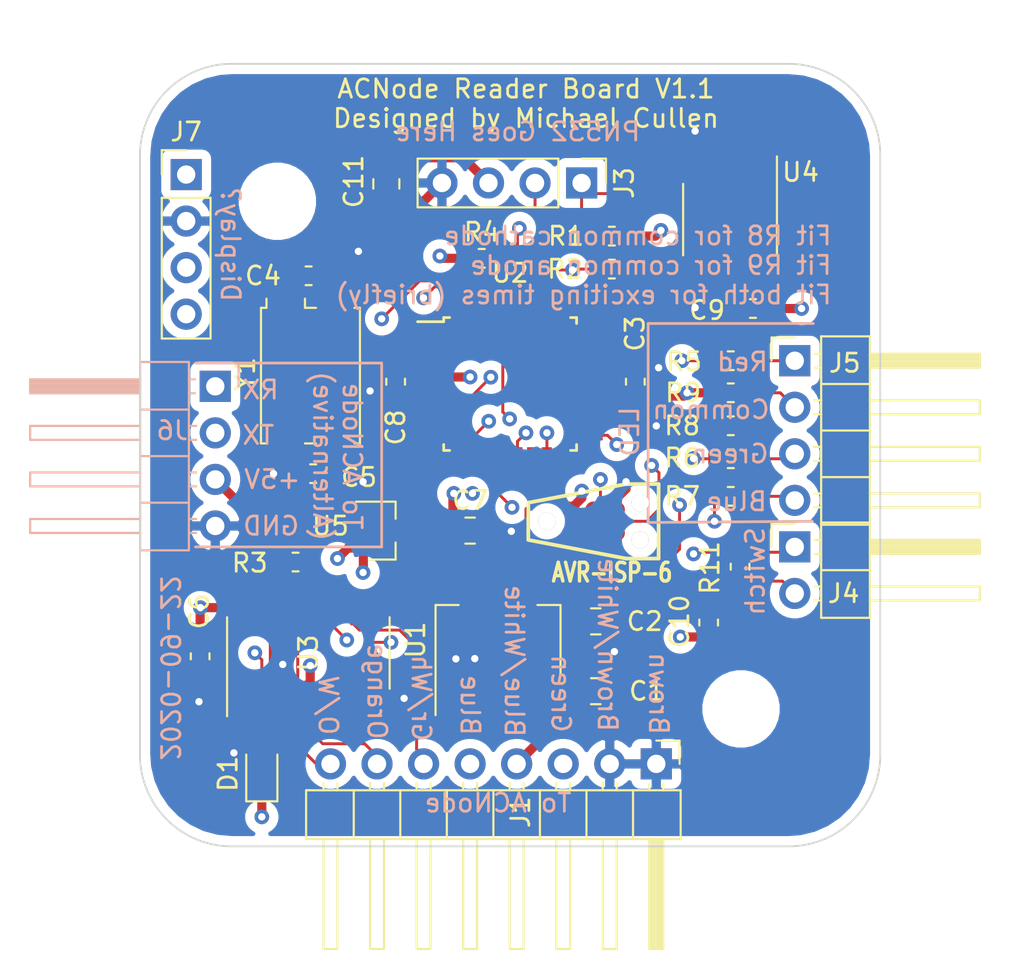
<source format=kicad_pcb>
(kicad_pcb (version 20171130) (host pcbnew 5.1.6-1.fc32)

  (general
    (thickness 1.6)
    (drawings 39)
    (tracks 364)
    (zones 0)
    (modules 37)
    (nets 28)
  )

  (page A4)
  (layers
    (0 F.Cu signal)
    (1 In1.Cu power)
    (2 In2.Cu signal)
    (31 B.Cu power)
    (32 B.Adhes user)
    (33 F.Adhes user)
    (34 B.Paste user)
    (35 F.Paste user)
    (36 B.SilkS user)
    (37 F.SilkS user)
    (38 B.Mask user)
    (39 F.Mask user)
    (40 Dwgs.User user)
    (41 Cmts.User user)
    (42 Eco1.User user)
    (43 Eco2.User user)
    (44 Edge.Cuts user)
    (45 Margin user)
    (46 B.CrtYd user)
    (47 F.CrtYd user)
    (48 B.Fab user)
    (49 F.Fab user)
  )

  (setup
    (last_trace_width 0.16)
    (user_trace_width 0.16)
    (user_trace_width 0.2)
    (user_trace_width 0.25)
    (trace_clearance 0.17)
    (zone_clearance 0.508)
    (zone_45_only no)
    (trace_min 0.16)
    (via_size 0.8)
    (via_drill 0.4)
    (via_min_size 0.4)
    (via_min_drill 0.3)
    (uvia_size 0.3)
    (uvia_drill 0.1)
    (uvias_allowed no)
    (uvia_min_size 0.2)
    (uvia_min_drill 0.1)
    (edge_width 0.1)
    (segment_width 0.2)
    (pcb_text_width 0.3)
    (pcb_text_size 1.5 1.5)
    (mod_edge_width 0.15)
    (mod_text_size 1 1)
    (mod_text_width 0.15)
    (pad_size 1.524 1.524)
    (pad_drill 0.762)
    (pad_to_mask_clearance 0)
    (aux_axis_origin 0 0)
    (visible_elements FFFFFF7F)
    (pcbplotparams
      (layerselection 0x010fc_ffffffff)
      (usegerberextensions false)
      (usegerberattributes true)
      (usegerberadvancedattributes true)
      (creategerberjobfile true)
      (excludeedgelayer true)
      (linewidth 0.100000)
      (plotframeref false)
      (viasonmask false)
      (mode 1)
      (useauxorigin false)
      (hpglpennumber 1)
      (hpglpenspeed 20)
      (hpglpendiameter 15.000000)
      (psnegative false)
      (psa4output false)
      (plotreference true)
      (plotvalue true)
      (plotinvisibletext false)
      (padsonsilk false)
      (subtractmaskfromsilk false)
      (outputformat 1)
      (mirror false)
      (drillshape 0)
      (scaleselection 1)
      (outputdirectory "Gerbers/"))
  )

  (net 0 "")
  (net 1 GND)
  (net 2 +12V)
  (net 3 +5V)
  (net 4 "Net-(C4-Pad2)")
  (net 5 "Net-(C5-Pad2)")
  (net 6 "Net-(C10-Pad2)")
  (net 7 "Net-(C10-Pad1)")
  (net 8 /TX-)
  (net 9 /TX+)
  (net 10 /RX-)
  (net 11 /RX+)
  (net 12 "Net-(J2-Pad5)")
  (net 13 "Net-(J2-Pad4)")
  (net 14 "Net-(J2-Pad3)")
  (net 15 "Net-(J2-Pad1)")
  (net 16 i2c_SDA)
  (net 17 i2c_SCL)
  (net 18 "Net-(J5-Pad4)")
  (net 19 "Net-(J5-Pad3)")
  (net 20 "Net-(J5-Pad2)")
  (net 21 "Net-(J5-Pad1)")
  (net 22 /uC_TX)
  (net 23 /uC_RX)
  (net 24 /LED1)
  (net 25 /LED2)
  (net 26 /LED3)
  (net 27 +3V3)

  (net_class Default "This is the default net class."
    (clearance 0.17)
    (trace_width 0.16)
    (via_dia 0.8)
    (via_drill 0.4)
    (uvia_dia 0.3)
    (uvia_drill 0.1)
    (add_net /LED1)
    (add_net /LED2)
    (add_net /LED3)
    (add_net /RX+)
    (add_net /RX-)
    (add_net /TX+)
    (add_net /TX-)
    (add_net /uC_RX)
    (add_net /uC_TX)
    (add_net "Net-(C10-Pad1)")
    (add_net "Net-(C10-Pad2)")
    (add_net "Net-(C4-Pad2)")
    (add_net "Net-(C5-Pad2)")
    (add_net "Net-(J2-Pad1)")
    (add_net "Net-(J2-Pad3)")
    (add_net "Net-(J2-Pad4)")
    (add_net "Net-(J2-Pad5)")
    (add_net "Net-(J5-Pad1)")
    (add_net "Net-(J5-Pad2)")
    (add_net "Net-(J5-Pad3)")
    (add_net "Net-(J5-Pad4)")
    (add_net i2c_SCL)
    (add_net i2c_SDA)
  )

  (net_class Power ""
    (clearance 0.2)
    (trace_width 0.5)
    (via_dia 0.8)
    (via_drill 0.4)
    (uvia_dia 0.3)
    (uvia_drill 0.1)
    (add_net +12V)
    (add_net +3V3)
    (add_net +5V)
    (add_net GND)
  )

  (module Capacitor_SMD:C_0805_2012Metric (layer F.Cu) (tedit 5B36C52B) (tstamp 5F6A606A)
    (at 123.444 66.548 270)
    (descr "Capacitor SMD 0805 (2012 Metric), square (rectangular) end terminal, IPC_7351 nominal, (Body size source: https://docs.google.com/spreadsheets/d/1BsfQQcO9C6DZCsRaXUlFlo91Tg2WpOkGARC1WS5S8t0/edit?usp=sharing), generated with kicad-footprint-generator")
    (tags capacitor)
    (path /5F8FF3FC)
    (attr smd)
    (fp_text reference C11 (at -0.127 1.778 90) (layer F.SilkS)
      (effects (font (size 1 1) (thickness 0.15)))
    )
    (fp_text value 10u (at 0 1.65 90) (layer F.Fab)
      (effects (font (size 1 1) (thickness 0.15)))
    )
    (fp_line (start 1.68 0.95) (end -1.68 0.95) (layer F.CrtYd) (width 0.05))
    (fp_line (start 1.68 -0.95) (end 1.68 0.95) (layer F.CrtYd) (width 0.05))
    (fp_line (start -1.68 -0.95) (end 1.68 -0.95) (layer F.CrtYd) (width 0.05))
    (fp_line (start -1.68 0.95) (end -1.68 -0.95) (layer F.CrtYd) (width 0.05))
    (fp_line (start -0.258578 0.71) (end 0.258578 0.71) (layer F.SilkS) (width 0.12))
    (fp_line (start -0.258578 -0.71) (end 0.258578 -0.71) (layer F.SilkS) (width 0.12))
    (fp_line (start 1 0.6) (end -1 0.6) (layer F.Fab) (width 0.1))
    (fp_line (start 1 -0.6) (end 1 0.6) (layer F.Fab) (width 0.1))
    (fp_line (start -1 -0.6) (end 1 -0.6) (layer F.Fab) (width 0.1))
    (fp_line (start -1 0.6) (end -1 -0.6) (layer F.Fab) (width 0.1))
    (fp_text user %R (at 0 0 90) (layer F.Fab)
      (effects (font (size 0.5 0.5) (thickness 0.08)))
    )
    (pad 2 smd roundrect (at 0.9375 0 270) (size 0.975 1.4) (layers F.Cu F.Paste F.Mask) (roundrect_rratio 0.25)
      (net 1 GND))
    (pad 1 smd roundrect (at -0.9375 0 270) (size 0.975 1.4) (layers F.Cu F.Paste F.Mask) (roundrect_rratio 0.25)
      (net 3 +5V))
    (model ${KISYS3DMOD}/Capacitor_SMD.3dshapes/C_0805_2012Metric.wrl
      (at (xyz 0 0 0))
      (scale (xyz 1 1 1))
      (rotate (xyz 0 0 0))
    )
  )

  (module Package_TO_SOT_SMD:SOT-223-3_TabPin2 (layer F.Cu) (tedit 5A02FF57) (tstamp 5F68482B)
    (at 129.54 91.44 90)
    (descr "module CMS SOT223 4 pins")
    (tags "CMS SOT")
    (path /5F68A32A)
    (attr smd)
    (fp_text reference U1 (at 0 -4.5 90) (layer F.SilkS)
      (effects (font (size 1 1) (thickness 0.15)))
    )
    (fp_text value NCP1117-5.0_SOT223 (at 0 4.5 90) (layer F.Fab)
      (effects (font (size 1 1) (thickness 0.15)))
    )
    (fp_line (start 1.91 3.41) (end 1.91 2.15) (layer F.SilkS) (width 0.12))
    (fp_line (start 1.91 -3.41) (end 1.91 -2.15) (layer F.SilkS) (width 0.12))
    (fp_line (start 4.4 -3.6) (end -4.4 -3.6) (layer F.CrtYd) (width 0.05))
    (fp_line (start 4.4 3.6) (end 4.4 -3.6) (layer F.CrtYd) (width 0.05))
    (fp_line (start -4.4 3.6) (end 4.4 3.6) (layer F.CrtYd) (width 0.05))
    (fp_line (start -4.4 -3.6) (end -4.4 3.6) (layer F.CrtYd) (width 0.05))
    (fp_line (start -1.85 -2.35) (end -0.85 -3.35) (layer F.Fab) (width 0.1))
    (fp_line (start -1.85 -2.35) (end -1.85 3.35) (layer F.Fab) (width 0.1))
    (fp_line (start -1.85 3.41) (end 1.91 3.41) (layer F.SilkS) (width 0.12))
    (fp_line (start -0.85 -3.35) (end 1.85 -3.35) (layer F.Fab) (width 0.1))
    (fp_line (start -4.1 -3.41) (end 1.91 -3.41) (layer F.SilkS) (width 0.12))
    (fp_line (start -1.85 3.35) (end 1.85 3.35) (layer F.Fab) (width 0.1))
    (fp_line (start 1.85 -3.35) (end 1.85 3.35) (layer F.Fab) (width 0.1))
    (fp_text user %R (at 0 0) (layer F.Fab)
      (effects (font (size 0.8 0.8) (thickness 0.12)))
    )
    (pad 1 smd rect (at -3.15 -2.3 90) (size 2 1.5) (layers F.Cu F.Paste F.Mask)
      (net 1 GND))
    (pad 3 smd rect (at -3.15 2.3 90) (size 2 1.5) (layers F.Cu F.Paste F.Mask)
      (net 2 +12V))
    (pad 2 smd rect (at -3.15 0 90) (size 2 1.5) (layers F.Cu F.Paste F.Mask)
      (net 3 +5V))
    (pad 2 smd rect (at 3.15 0 90) (size 2 3.8) (layers F.Cu F.Paste F.Mask)
      (net 3 +5V))
    (model ${KISYS3DMOD}/Package_TO_SOT_SMD.3dshapes/SOT-223.wrl
      (at (xyz 0 0 0))
      (scale (xyz 1 1 1))
      (rotate (xyz 0 0 0))
    )
  )

  (module Package_QFP:TQFP-32_7x7mm_P0.8mm (layer F.Cu) (tedit 5A02F146) (tstamp 5F45DCEB)
    (at 130.2 77.47)
    (descr "32-Lead Plastic Thin Quad Flatpack (PT) - 7x7x1.0 mm Body, 2.00 mm [TQFP] (see Microchip Packaging Specification 00000049BS.pdf)")
    (tags "QFP 0.8")
    (path /5D98CB6F)
    (attr smd)
    (fp_text reference U2 (at 0 -6.05) (layer F.SilkS)
      (effects (font (size 1 1) (thickness 0.15)))
    )
    (fp_text value ATmega88PB-AU (at 0 6.05) (layer F.Fab)
      (effects (font (size 1 1) (thickness 0.15)))
    )
    (fp_line (start -3.625 -3.4) (end -5.05 -3.4) (layer F.SilkS) (width 0.15))
    (fp_line (start 3.625 -3.625) (end 3.3 -3.625) (layer F.SilkS) (width 0.15))
    (fp_line (start 3.625 3.625) (end 3.3 3.625) (layer F.SilkS) (width 0.15))
    (fp_line (start -3.625 3.625) (end -3.3 3.625) (layer F.SilkS) (width 0.15))
    (fp_line (start -3.625 -3.625) (end -3.3 -3.625) (layer F.SilkS) (width 0.15))
    (fp_line (start -3.625 3.625) (end -3.625 3.3) (layer F.SilkS) (width 0.15))
    (fp_line (start 3.625 3.625) (end 3.625 3.3) (layer F.SilkS) (width 0.15))
    (fp_line (start 3.625 -3.625) (end 3.625 -3.3) (layer F.SilkS) (width 0.15))
    (fp_line (start -3.625 -3.625) (end -3.625 -3.4) (layer F.SilkS) (width 0.15))
    (fp_line (start -5.3 5.3) (end 5.3 5.3) (layer F.CrtYd) (width 0.05))
    (fp_line (start -5.3 -5.3) (end 5.3 -5.3) (layer F.CrtYd) (width 0.05))
    (fp_line (start 5.3 -5.3) (end 5.3 5.3) (layer F.CrtYd) (width 0.05))
    (fp_line (start -5.3 -5.3) (end -5.3 5.3) (layer F.CrtYd) (width 0.05))
    (fp_line (start -3.5 -2.5) (end -2.5 -3.5) (layer F.Fab) (width 0.15))
    (fp_line (start -3.5 3.5) (end -3.5 -2.5) (layer F.Fab) (width 0.15))
    (fp_line (start 3.5 3.5) (end -3.5 3.5) (layer F.Fab) (width 0.15))
    (fp_line (start 3.5 -3.5) (end 3.5 3.5) (layer F.Fab) (width 0.15))
    (fp_line (start -2.5 -3.5) (end 3.5 -3.5) (layer F.Fab) (width 0.15))
    (fp_text user %R (at 0 0) (layer F.Fab)
      (effects (font (size 1 1) (thickness 0.15)))
    )
    (pad 32 smd rect (at -2.8 -4.25 90) (size 1.6 0.55) (layers F.Cu F.Paste F.Mask))
    (pad 31 smd rect (at -2 -4.25 90) (size 1.6 0.55) (layers F.Cu F.Paste F.Mask)
      (net 22 /uC_TX))
    (pad 30 smd rect (at -1.2 -4.25 90) (size 1.6 0.55) (layers F.Cu F.Paste F.Mask)
      (net 23 /uC_RX))
    (pad 29 smd rect (at -0.4 -4.25 90) (size 1.6 0.55) (layers F.Cu F.Paste F.Mask)
      (net 12 "Net-(J2-Pad5)"))
    (pad 28 smd rect (at 0.4 -4.25 90) (size 1.6 0.55) (layers F.Cu F.Paste F.Mask)
      (net 17 i2c_SCL))
    (pad 27 smd rect (at 1.2 -4.25 90) (size 1.6 0.55) (layers F.Cu F.Paste F.Mask)
      (net 16 i2c_SDA))
    (pad 26 smd rect (at 2 -4.25 90) (size 1.6 0.55) (layers F.Cu F.Paste F.Mask))
    (pad 25 smd rect (at 2.8 -4.25 90) (size 1.6 0.55) (layers F.Cu F.Paste F.Mask))
    (pad 24 smd rect (at 4.25 -2.8) (size 1.6 0.55) (layers F.Cu F.Paste F.Mask))
    (pad 23 smd rect (at 4.25 -2) (size 1.6 0.55) (layers F.Cu F.Paste F.Mask))
    (pad 22 smd rect (at 4.25 -1.2) (size 1.6 0.55) (layers F.Cu F.Paste F.Mask))
    (pad 21 smd rect (at 4.25 -0.4) (size 1.6 0.55) (layers F.Cu F.Paste F.Mask)
      (net 1 GND))
    (pad 20 smd rect (at 4.25 0.4) (size 1.6 0.55) (layers F.Cu F.Paste F.Mask)
      (net 27 +3V3))
    (pad 19 smd rect (at 4.25 1.2) (size 1.6 0.55) (layers F.Cu F.Paste F.Mask))
    (pad 18 smd rect (at 4.25 2) (size 1.6 0.55) (layers F.Cu F.Paste F.Mask)
      (net 27 +3V3))
    (pad 17 smd rect (at 4.25 2.8) (size 1.6 0.55) (layers F.Cu F.Paste F.Mask)
      (net 14 "Net-(J2-Pad3)"))
    (pad 16 smd rect (at 2.8 4.25 90) (size 1.6 0.55) (layers F.Cu F.Paste F.Mask)
      (net 15 "Net-(J2-Pad1)"))
    (pad 15 smd rect (at 2 4.25 90) (size 1.6 0.55) (layers F.Cu F.Paste F.Mask)
      (net 13 "Net-(J2-Pad4)"))
    (pad 14 smd rect (at 1.2 4.25 90) (size 1.6 0.55) (layers F.Cu F.Paste F.Mask))
    (pad 13 smd rect (at 0.4 4.25 90) (size 1.6 0.55) (layers F.Cu F.Paste F.Mask)
      (net 26 /LED3))
    (pad 12 smd rect (at -0.4 4.25 90) (size 1.6 0.55) (layers F.Cu F.Paste F.Mask))
    (pad 11 smd rect (at -1.2 4.25 90) (size 1.6 0.55) (layers F.Cu F.Paste F.Mask)
      (net 7 "Net-(C10-Pad1)"))
    (pad 10 smd rect (at -2 4.25 90) (size 1.6 0.55) (layers F.Cu F.Paste F.Mask)
      (net 25 /LED2))
    (pad 9 smd rect (at -2.8 4.25 90) (size 1.6 0.55) (layers F.Cu F.Paste F.Mask)
      (net 24 /LED1))
    (pad 8 smd rect (at -4.25 2.8) (size 1.6 0.55) (layers F.Cu F.Paste F.Mask)
      (net 5 "Net-(C5-Pad2)"))
    (pad 7 smd rect (at -4.25 2) (size 1.6 0.55) (layers F.Cu F.Paste F.Mask)
      (net 4 "Net-(C4-Pad2)"))
    (pad 6 smd rect (at -4.25 1.2) (size 1.6 0.55) (layers F.Cu F.Paste F.Mask))
    (pad 5 smd rect (at -4.25 0.4) (size 1.6 0.55) (layers F.Cu F.Paste F.Mask)
      (net 1 GND))
    (pad 4 smd rect (at -4.25 -0.4) (size 1.6 0.55) (layers F.Cu F.Paste F.Mask)
      (net 27 +3V3))
    (pad 3 smd rect (at -4.25 -1.2) (size 1.6 0.55) (layers F.Cu F.Paste F.Mask))
    (pad 2 smd rect (at -4.25 -2) (size 1.6 0.55) (layers F.Cu F.Paste F.Mask))
    (pad 1 smd rect (at -4.25 -2.8) (size 1.6 0.55) (layers F.Cu F.Paste F.Mask))
    (model ${KISYS3DMOD}/Package_QFP.3dshapes/TQFP-32_7x7mm_P0.8mm.wrl
      (at (xyz 0 0 0))
      (scale (xyz 1 1 1))
      (rotate (xyz 0 0 0))
    )
  )

  (module Package_TO_SOT_SMD:SOT-23 (layer F.Cu) (tedit 5A02FF57) (tstamp 5F6870E0)
    (at 123.19 85.471)
    (descr "SOT-23, Standard")
    (tags SOT-23)
    (path /5F693AAF)
    (attr smd)
    (fp_text reference U5 (at -2.794 -0.254) (layer F.SilkS)
      (effects (font (size 1 1) (thickness 0.15)))
    )
    (fp_text value MCP1700-3302E_SOT23 (at 0 2.5) (layer F.Fab)
      (effects (font (size 1 1) (thickness 0.15)))
    )
    (fp_line (start -0.7 -0.95) (end -0.7 1.5) (layer F.Fab) (width 0.1))
    (fp_line (start -0.15 -1.52) (end 0.7 -1.52) (layer F.Fab) (width 0.1))
    (fp_line (start -0.7 -0.95) (end -0.15 -1.52) (layer F.Fab) (width 0.1))
    (fp_line (start 0.7 -1.52) (end 0.7 1.52) (layer F.Fab) (width 0.1))
    (fp_line (start -0.7 1.52) (end 0.7 1.52) (layer F.Fab) (width 0.1))
    (fp_line (start 0.76 1.58) (end 0.76 0.65) (layer F.SilkS) (width 0.12))
    (fp_line (start 0.76 -1.58) (end 0.76 -0.65) (layer F.SilkS) (width 0.12))
    (fp_line (start -1.7 -1.75) (end 1.7 -1.75) (layer F.CrtYd) (width 0.05))
    (fp_line (start 1.7 -1.75) (end 1.7 1.75) (layer F.CrtYd) (width 0.05))
    (fp_line (start 1.7 1.75) (end -1.7 1.75) (layer F.CrtYd) (width 0.05))
    (fp_line (start -1.7 1.75) (end -1.7 -1.75) (layer F.CrtYd) (width 0.05))
    (fp_line (start 0.76 -1.58) (end -1.4 -1.58) (layer F.SilkS) (width 0.12))
    (fp_line (start 0.76 1.58) (end -0.7 1.58) (layer F.SilkS) (width 0.12))
    (fp_text user %R (at 0 0 90) (layer F.Fab)
      (effects (font (size 0.5 0.5) (thickness 0.075)))
    )
    (pad 3 smd rect (at 1 0) (size 0.9 0.8) (layers F.Cu F.Paste F.Mask)
      (net 3 +5V))
    (pad 2 smd rect (at -1 0.95) (size 0.9 0.8) (layers F.Cu F.Paste F.Mask)
      (net 27 +3V3))
    (pad 1 smd rect (at -1 -0.95) (size 0.9 0.8) (layers F.Cu F.Paste F.Mask)
      (net 1 GND))
    (model ${KISYS3DMOD}/Package_TO_SOT_SMD.3dshapes/SOT-23.wrl
      (at (xyz 0 0 0))
      (scale (xyz 1 1 1))
      (rotate (xyz 0 0 0))
    )
  )

  (module Capacitor_SMD:C_0805_2012Metric (layer F.Cu) (tedit 5B36C52B) (tstamp 5F6850F9)
    (at 128.016 85.471)
    (descr "Capacitor SMD 0805 (2012 Metric), square (rectangular) end terminal, IPC_7351 nominal, (Body size source: https://docs.google.com/spreadsheets/d/1BsfQQcO9C6DZCsRaXUlFlo91Tg2WpOkGARC1WS5S8t0/edit?usp=sharing), generated with kicad-footprint-generator")
    (tags capacitor)
    (path /5F6B8746)
    (attr smd)
    (fp_text reference C7 (at 0 -1.65) (layer F.SilkS)
      (effects (font (size 1 1) (thickness 0.15)))
    )
    (fp_text value 10u (at 0 1.65) (layer F.Fab)
      (effects (font (size 1 1) (thickness 0.15)))
    )
    (fp_line (start -1 0.6) (end -1 -0.6) (layer F.Fab) (width 0.1))
    (fp_line (start -1 -0.6) (end 1 -0.6) (layer F.Fab) (width 0.1))
    (fp_line (start 1 -0.6) (end 1 0.6) (layer F.Fab) (width 0.1))
    (fp_line (start 1 0.6) (end -1 0.6) (layer F.Fab) (width 0.1))
    (fp_line (start -0.258578 -0.71) (end 0.258578 -0.71) (layer F.SilkS) (width 0.12))
    (fp_line (start -0.258578 0.71) (end 0.258578 0.71) (layer F.SilkS) (width 0.12))
    (fp_line (start -1.68 0.95) (end -1.68 -0.95) (layer F.CrtYd) (width 0.05))
    (fp_line (start -1.68 -0.95) (end 1.68 -0.95) (layer F.CrtYd) (width 0.05))
    (fp_line (start 1.68 -0.95) (end 1.68 0.95) (layer F.CrtYd) (width 0.05))
    (fp_line (start 1.68 0.95) (end -1.68 0.95) (layer F.CrtYd) (width 0.05))
    (fp_text user %R (at 0 0) (layer F.Fab)
      (effects (font (size 0.5 0.5) (thickness 0.08)))
    )
    (pad 2 smd roundrect (at 0.9375 0) (size 0.975 1.4) (layers F.Cu F.Paste F.Mask) (roundrect_rratio 0.25)
      (net 1 GND))
    (pad 1 smd roundrect (at -0.9375 0) (size 0.975 1.4) (layers F.Cu F.Paste F.Mask) (roundrect_rratio 0.25)
      (net 27 +3V3))
    (model ${KISYS3DMOD}/Capacitor_SMD.3dshapes/C_0805_2012Metric.wrl
      (at (xyz 0 0 0))
      (scale (xyz 1 1 1))
      (rotate (xyz 0 0 0))
    )
  )

  (module Connector_PinHeader_2.54mm:PinHeader_1x04_P2.54mm_Vertical (layer F.Cu) (tedit 59FED5CC) (tstamp 5F492465)
    (at 112.522 66.04)
    (descr "Through hole straight pin header, 1x04, 2.54mm pitch, single row")
    (tags "Through hole pin header THT 1x04 2.54mm single row")
    (path /5F7F44B4)
    (fp_text reference J7 (at 0 -2.33) (layer F.SilkS)
      (effects (font (size 1 1) (thickness 0.15)))
    )
    (fp_text value Conn_01x04_Male (at 0 9.95) (layer F.Fab)
      (effects (font (size 1 1) (thickness 0.15)))
    )
    (fp_line (start 1.8 -1.8) (end -1.8 -1.8) (layer F.CrtYd) (width 0.05))
    (fp_line (start 1.8 9.4) (end 1.8 -1.8) (layer F.CrtYd) (width 0.05))
    (fp_line (start -1.8 9.4) (end 1.8 9.4) (layer F.CrtYd) (width 0.05))
    (fp_line (start -1.8 -1.8) (end -1.8 9.4) (layer F.CrtYd) (width 0.05))
    (fp_line (start -1.33 -1.33) (end 0 -1.33) (layer F.SilkS) (width 0.12))
    (fp_line (start -1.33 0) (end -1.33 -1.33) (layer F.SilkS) (width 0.12))
    (fp_line (start -1.33 1.27) (end 1.33 1.27) (layer F.SilkS) (width 0.12))
    (fp_line (start 1.33 1.27) (end 1.33 8.95) (layer F.SilkS) (width 0.12))
    (fp_line (start -1.33 1.27) (end -1.33 8.95) (layer F.SilkS) (width 0.12))
    (fp_line (start -1.33 8.95) (end 1.33 8.95) (layer F.SilkS) (width 0.12))
    (fp_line (start -1.27 -0.635) (end -0.635 -1.27) (layer F.Fab) (width 0.1))
    (fp_line (start -1.27 8.89) (end -1.27 -0.635) (layer F.Fab) (width 0.1))
    (fp_line (start 1.27 8.89) (end -1.27 8.89) (layer F.Fab) (width 0.1))
    (fp_line (start 1.27 -1.27) (end 1.27 8.89) (layer F.Fab) (width 0.1))
    (fp_line (start -0.635 -1.27) (end 1.27 -1.27) (layer F.Fab) (width 0.1))
    (fp_text user %R (at 0 3.81 90) (layer F.Fab)
      (effects (font (size 1 1) (thickness 0.15)))
    )
    (pad 4 thru_hole oval (at 0 7.62) (size 1.7 1.7) (drill 1) (layers *.Cu *.Mask)
      (net 16 i2c_SDA))
    (pad 3 thru_hole oval (at 0 5.08) (size 1.7 1.7) (drill 1) (layers *.Cu *.Mask)
      (net 17 i2c_SCL))
    (pad 2 thru_hole oval (at 0 2.54) (size 1.7 1.7) (drill 1) (layers *.Cu *.Mask)
      (net 1 GND))
    (pad 1 thru_hole rect (at 0 0) (size 1.7 1.7) (drill 1) (layers *.Cu *.Mask)
      (net 3 +5V))
    (model ${KISYS3DMOD}/Connector_PinHeader_2.54mm.3dshapes/PinHeader_1x04_P2.54mm_Vertical.wrl
      (at (xyz 0 0 0))
      (scale (xyz 1 1 1))
      (rotate (xyz 0 0 0))
    )
  )

  (module Diode_SMD:D_SOD-323F (layer F.Cu) (tedit 590A48EB) (tstamp 5F48D964)
    (at 116.6495 98.7425 90)
    (descr "SOD-323F http://www.nxp.com/documents/outline_drawing/SOD323F.pdf")
    (tags SOD-323F)
    (path /5F745A0A)
    (attr smd)
    (fp_text reference D1 (at 0 -1.85 90) (layer F.SilkS)
      (effects (font (size 1 1) (thickness 0.15)))
    )
    (fp_text value D_Zener (at 0.1 1.9 90) (layer F.Fab)
      (effects (font (size 1 1) (thickness 0.15)))
    )
    (fp_line (start -1.5 -0.85) (end 1.05 -0.85) (layer F.SilkS) (width 0.12))
    (fp_line (start -1.5 0.85) (end 1.05 0.85) (layer F.SilkS) (width 0.12))
    (fp_line (start -1.6 -0.95) (end -1.6 0.95) (layer F.CrtYd) (width 0.05))
    (fp_line (start -1.6 0.95) (end 1.6 0.95) (layer F.CrtYd) (width 0.05))
    (fp_line (start 1.6 -0.95) (end 1.6 0.95) (layer F.CrtYd) (width 0.05))
    (fp_line (start -1.6 -0.95) (end 1.6 -0.95) (layer F.CrtYd) (width 0.05))
    (fp_line (start -0.9 -0.7) (end 0.9 -0.7) (layer F.Fab) (width 0.1))
    (fp_line (start 0.9 -0.7) (end 0.9 0.7) (layer F.Fab) (width 0.1))
    (fp_line (start 0.9 0.7) (end -0.9 0.7) (layer F.Fab) (width 0.1))
    (fp_line (start -0.9 0.7) (end -0.9 -0.7) (layer F.Fab) (width 0.1))
    (fp_line (start -0.3 -0.35) (end -0.3 0.35) (layer F.Fab) (width 0.1))
    (fp_line (start -0.3 0) (end -0.5 0) (layer F.Fab) (width 0.1))
    (fp_line (start -0.3 0) (end 0.2 -0.35) (layer F.Fab) (width 0.1))
    (fp_line (start 0.2 -0.35) (end 0.2 0.35) (layer F.Fab) (width 0.1))
    (fp_line (start 0.2 0.35) (end -0.3 0) (layer F.Fab) (width 0.1))
    (fp_line (start 0.2 0) (end 0.45 0) (layer F.Fab) (width 0.1))
    (fp_line (start -1.5 -0.85) (end -1.5 0.85) (layer F.SilkS) (width 0.12))
    (fp_text user %R (at 0 -1.85 90) (layer F.Fab)
      (effects (font (size 1 1) (thickness 0.15)))
    )
    (pad 2 smd rect (at 1.1 0 90) (size 0.5 0.5) (layers F.Cu F.Paste F.Mask)
      (net 1 GND))
    (pad 1 smd rect (at -1.1 0 90) (size 0.5 0.5) (layers F.Cu F.Paste F.Mask)
      (net 2 +12V))
    (model ${KISYS3DMOD}/Diode_SMD.3dshapes/D_SOD-323F.wrl
      (at (xyz 0 0 0))
      (scale (xyz 1 1 1))
      (rotate (xyz 0 0 0))
    )
  )

  (module Connector_PinHeader_2.54mm:PinHeader_1x04_P2.54mm_Horizontal (layer B.Cu) (tedit 59FED5CB) (tstamp 5F48EDB3)
    (at 114.1095 77.597 180)
    (descr "Through hole angled pin header, 1x04, 2.54mm pitch, 6mm pin length, single row")
    (tags "Through hole angled pin header THT 1x04 2.54mm single row")
    (path /5F7829D5)
    (fp_text reference J6 (at 2.3495 -2.413) (layer B.SilkS)
      (effects (font (size 1 1) (thickness 0.15)) (justify mirror))
    )
    (fp_text value Conn_01x04_Male (at 4.385 -9.89) (layer B.Fab)
      (effects (font (size 1 1) (thickness 0.15)) (justify mirror))
    )
    (fp_line (start 10.55 1.8) (end -1.8 1.8) (layer B.CrtYd) (width 0.05))
    (fp_line (start 10.55 -9.4) (end 10.55 1.8) (layer B.CrtYd) (width 0.05))
    (fp_line (start -1.8 -9.4) (end 10.55 -9.4) (layer B.CrtYd) (width 0.05))
    (fp_line (start -1.8 1.8) (end -1.8 -9.4) (layer B.CrtYd) (width 0.05))
    (fp_line (start -1.27 1.27) (end 0 1.27) (layer B.SilkS) (width 0.12))
    (fp_line (start -1.27 0) (end -1.27 1.27) (layer B.SilkS) (width 0.12))
    (fp_line (start 1.042929 -8) (end 1.44 -8) (layer B.SilkS) (width 0.12))
    (fp_line (start 1.042929 -7.24) (end 1.44 -7.24) (layer B.SilkS) (width 0.12))
    (fp_line (start 10.1 -8) (end 4.1 -8) (layer B.SilkS) (width 0.12))
    (fp_line (start 10.1 -7.24) (end 10.1 -8) (layer B.SilkS) (width 0.12))
    (fp_line (start 4.1 -7.24) (end 10.1 -7.24) (layer B.SilkS) (width 0.12))
    (fp_line (start 1.44 -6.35) (end 4.1 -6.35) (layer B.SilkS) (width 0.12))
    (fp_line (start 1.042929 -5.46) (end 1.44 -5.46) (layer B.SilkS) (width 0.12))
    (fp_line (start 1.042929 -4.7) (end 1.44 -4.7) (layer B.SilkS) (width 0.12))
    (fp_line (start 10.1 -5.46) (end 4.1 -5.46) (layer B.SilkS) (width 0.12))
    (fp_line (start 10.1 -4.7) (end 10.1 -5.46) (layer B.SilkS) (width 0.12))
    (fp_line (start 4.1 -4.7) (end 10.1 -4.7) (layer B.SilkS) (width 0.12))
    (fp_line (start 1.44 -3.81) (end 4.1 -3.81) (layer B.SilkS) (width 0.12))
    (fp_line (start 1.042929 -2.92) (end 1.44 -2.92) (layer B.SilkS) (width 0.12))
    (fp_line (start 1.042929 -2.16) (end 1.44 -2.16) (layer B.SilkS) (width 0.12))
    (fp_line (start 10.1 -2.92) (end 4.1 -2.92) (layer B.SilkS) (width 0.12))
    (fp_line (start 10.1 -2.16) (end 10.1 -2.92) (layer B.SilkS) (width 0.12))
    (fp_line (start 4.1 -2.16) (end 10.1 -2.16) (layer B.SilkS) (width 0.12))
    (fp_line (start 1.44 -1.27) (end 4.1 -1.27) (layer B.SilkS) (width 0.12))
    (fp_line (start 1.11 -0.38) (end 1.44 -0.38) (layer B.SilkS) (width 0.12))
    (fp_line (start 1.11 0.38) (end 1.44 0.38) (layer B.SilkS) (width 0.12))
    (fp_line (start 4.1 -0.28) (end 10.1 -0.28) (layer B.SilkS) (width 0.12))
    (fp_line (start 4.1 -0.16) (end 10.1 -0.16) (layer B.SilkS) (width 0.12))
    (fp_line (start 4.1 -0.04) (end 10.1 -0.04) (layer B.SilkS) (width 0.12))
    (fp_line (start 4.1 0.08) (end 10.1 0.08) (layer B.SilkS) (width 0.12))
    (fp_line (start 4.1 0.2) (end 10.1 0.2) (layer B.SilkS) (width 0.12))
    (fp_line (start 4.1 0.32) (end 10.1 0.32) (layer B.SilkS) (width 0.12))
    (fp_line (start 10.1 -0.38) (end 4.1 -0.38) (layer B.SilkS) (width 0.12))
    (fp_line (start 10.1 0.38) (end 10.1 -0.38) (layer B.SilkS) (width 0.12))
    (fp_line (start 4.1 0.38) (end 10.1 0.38) (layer B.SilkS) (width 0.12))
    (fp_line (start 4.1 1.33) (end 1.44 1.33) (layer B.SilkS) (width 0.12))
    (fp_line (start 4.1 -8.95) (end 4.1 1.33) (layer B.SilkS) (width 0.12))
    (fp_line (start 1.44 -8.95) (end 4.1 -8.95) (layer B.SilkS) (width 0.12))
    (fp_line (start 1.44 1.33) (end 1.44 -8.95) (layer B.SilkS) (width 0.12))
    (fp_line (start 4.04 -7.94) (end 10.04 -7.94) (layer B.Fab) (width 0.1))
    (fp_line (start 10.04 -7.3) (end 10.04 -7.94) (layer B.Fab) (width 0.1))
    (fp_line (start 4.04 -7.3) (end 10.04 -7.3) (layer B.Fab) (width 0.1))
    (fp_line (start -0.32 -7.94) (end 1.5 -7.94) (layer B.Fab) (width 0.1))
    (fp_line (start -0.32 -7.3) (end -0.32 -7.94) (layer B.Fab) (width 0.1))
    (fp_line (start -0.32 -7.3) (end 1.5 -7.3) (layer B.Fab) (width 0.1))
    (fp_line (start 4.04 -5.4) (end 10.04 -5.4) (layer B.Fab) (width 0.1))
    (fp_line (start 10.04 -4.76) (end 10.04 -5.4) (layer B.Fab) (width 0.1))
    (fp_line (start 4.04 -4.76) (end 10.04 -4.76) (layer B.Fab) (width 0.1))
    (fp_line (start -0.32 -5.4) (end 1.5 -5.4) (layer B.Fab) (width 0.1))
    (fp_line (start -0.32 -4.76) (end -0.32 -5.4) (layer B.Fab) (width 0.1))
    (fp_line (start -0.32 -4.76) (end 1.5 -4.76) (layer B.Fab) (width 0.1))
    (fp_line (start 4.04 -2.86) (end 10.04 -2.86) (layer B.Fab) (width 0.1))
    (fp_line (start 10.04 -2.22) (end 10.04 -2.86) (layer B.Fab) (width 0.1))
    (fp_line (start 4.04 -2.22) (end 10.04 -2.22) (layer B.Fab) (width 0.1))
    (fp_line (start -0.32 -2.86) (end 1.5 -2.86) (layer B.Fab) (width 0.1))
    (fp_line (start -0.32 -2.22) (end -0.32 -2.86) (layer B.Fab) (width 0.1))
    (fp_line (start -0.32 -2.22) (end 1.5 -2.22) (layer B.Fab) (width 0.1))
    (fp_line (start 4.04 -0.32) (end 10.04 -0.32) (layer B.Fab) (width 0.1))
    (fp_line (start 10.04 0.32) (end 10.04 -0.32) (layer B.Fab) (width 0.1))
    (fp_line (start 4.04 0.32) (end 10.04 0.32) (layer B.Fab) (width 0.1))
    (fp_line (start -0.32 -0.32) (end 1.5 -0.32) (layer B.Fab) (width 0.1))
    (fp_line (start -0.32 0.32) (end -0.32 -0.32) (layer B.Fab) (width 0.1))
    (fp_line (start -0.32 0.32) (end 1.5 0.32) (layer B.Fab) (width 0.1))
    (fp_line (start 1.5 0.635) (end 2.135 1.27) (layer B.Fab) (width 0.1))
    (fp_line (start 1.5 -8.89) (end 1.5 0.635) (layer B.Fab) (width 0.1))
    (fp_line (start 4.04 -8.89) (end 1.5 -8.89) (layer B.Fab) (width 0.1))
    (fp_line (start 4.04 1.27) (end 4.04 -8.89) (layer B.Fab) (width 0.1))
    (fp_line (start 2.135 1.27) (end 4.04 1.27) (layer B.Fab) (width 0.1))
    (fp_text user %R (at 2.77 -3.81 270) (layer B.Fab)
      (effects (font (size 1 1) (thickness 0.15)) (justify mirror))
    )
    (pad 4 thru_hole oval (at 0 -7.62 180) (size 1.7 1.7) (drill 1) (layers *.Cu *.Mask)
      (net 1 GND))
    (pad 3 thru_hole oval (at 0 -5.08 180) (size 1.7 1.7) (drill 1) (layers *.Cu *.Mask)
      (net 3 +5V))
    (pad 2 thru_hole oval (at 0 -2.54 180) (size 1.7 1.7) (drill 1) (layers *.Cu *.Mask)
      (net 23 /uC_RX))
    (pad 1 thru_hole rect (at 0 0 180) (size 1.7 1.7) (drill 1) (layers *.Cu *.Mask)
      (net 22 /uC_TX))
    (model ${KISYS3DMOD}/Connector_PinHeader_2.54mm.3dshapes/PinHeader_1x04_P2.54mm_Horizontal.wrl
      (at (xyz 0 0 0))
      (scale (xyz 1 1 1))
      (rotate (xyz 0 0 0))
    )
  )

  (module Connector_PinHeader_2.54mm:PinHeader_1x04_P2.54mm_Horizontal (layer F.Cu) (tedit 59FED5CB) (tstamp 5F485C79)
    (at 145.7325 76.2)
    (descr "Through hole angled pin header, 1x04, 2.54mm pitch, 6mm pin length, single row")
    (tags "Through hole angled pin header THT 1x04 2.54mm single row")
    (path /5D569267)
    (fp_text reference J5 (at 2.7305 0.127) (layer F.SilkS)
      (effects (font (size 1 1) (thickness 0.15)))
    )
    (fp_text value Conn_01x04_Female (at 4.385 9.89) (layer F.Fab)
      (effects (font (size 1 1) (thickness 0.15)))
    )
    (fp_line (start 10.55 -1.8) (end -1.8 -1.8) (layer F.CrtYd) (width 0.05))
    (fp_line (start 10.55 9.4) (end 10.55 -1.8) (layer F.CrtYd) (width 0.05))
    (fp_line (start -1.8 9.4) (end 10.55 9.4) (layer F.CrtYd) (width 0.05))
    (fp_line (start -1.8 -1.8) (end -1.8 9.4) (layer F.CrtYd) (width 0.05))
    (fp_line (start -1.27 -1.27) (end 0 -1.27) (layer F.SilkS) (width 0.12))
    (fp_line (start -1.27 0) (end -1.27 -1.27) (layer F.SilkS) (width 0.12))
    (fp_line (start 1.042929 8) (end 1.44 8) (layer F.SilkS) (width 0.12))
    (fp_line (start 1.042929 7.24) (end 1.44 7.24) (layer F.SilkS) (width 0.12))
    (fp_line (start 10.1 8) (end 4.1 8) (layer F.SilkS) (width 0.12))
    (fp_line (start 10.1 7.24) (end 10.1 8) (layer F.SilkS) (width 0.12))
    (fp_line (start 4.1 7.24) (end 10.1 7.24) (layer F.SilkS) (width 0.12))
    (fp_line (start 1.44 6.35) (end 4.1 6.35) (layer F.SilkS) (width 0.12))
    (fp_line (start 1.042929 5.46) (end 1.44 5.46) (layer F.SilkS) (width 0.12))
    (fp_line (start 1.042929 4.7) (end 1.44 4.7) (layer F.SilkS) (width 0.12))
    (fp_line (start 10.1 5.46) (end 4.1 5.46) (layer F.SilkS) (width 0.12))
    (fp_line (start 10.1 4.7) (end 10.1 5.46) (layer F.SilkS) (width 0.12))
    (fp_line (start 4.1 4.7) (end 10.1 4.7) (layer F.SilkS) (width 0.12))
    (fp_line (start 1.44 3.81) (end 4.1 3.81) (layer F.SilkS) (width 0.12))
    (fp_line (start 1.042929 2.92) (end 1.44 2.92) (layer F.SilkS) (width 0.12))
    (fp_line (start 1.042929 2.16) (end 1.44 2.16) (layer F.SilkS) (width 0.12))
    (fp_line (start 10.1 2.92) (end 4.1 2.92) (layer F.SilkS) (width 0.12))
    (fp_line (start 10.1 2.16) (end 10.1 2.92) (layer F.SilkS) (width 0.12))
    (fp_line (start 4.1 2.16) (end 10.1 2.16) (layer F.SilkS) (width 0.12))
    (fp_line (start 1.44 1.27) (end 4.1 1.27) (layer F.SilkS) (width 0.12))
    (fp_line (start 1.11 0.38) (end 1.44 0.38) (layer F.SilkS) (width 0.12))
    (fp_line (start 1.11 -0.38) (end 1.44 -0.38) (layer F.SilkS) (width 0.12))
    (fp_line (start 4.1 0.28) (end 10.1 0.28) (layer F.SilkS) (width 0.12))
    (fp_line (start 4.1 0.16) (end 10.1 0.16) (layer F.SilkS) (width 0.12))
    (fp_line (start 4.1 0.04) (end 10.1 0.04) (layer F.SilkS) (width 0.12))
    (fp_line (start 4.1 -0.08) (end 10.1 -0.08) (layer F.SilkS) (width 0.12))
    (fp_line (start 4.1 -0.2) (end 10.1 -0.2) (layer F.SilkS) (width 0.12))
    (fp_line (start 4.1 -0.32) (end 10.1 -0.32) (layer F.SilkS) (width 0.12))
    (fp_line (start 10.1 0.38) (end 4.1 0.38) (layer F.SilkS) (width 0.12))
    (fp_line (start 10.1 -0.38) (end 10.1 0.38) (layer F.SilkS) (width 0.12))
    (fp_line (start 4.1 -0.38) (end 10.1 -0.38) (layer F.SilkS) (width 0.12))
    (fp_line (start 4.1 -1.33) (end 1.44 -1.33) (layer F.SilkS) (width 0.12))
    (fp_line (start 4.1 8.95) (end 4.1 -1.33) (layer F.SilkS) (width 0.12))
    (fp_line (start 1.44 8.95) (end 4.1 8.95) (layer F.SilkS) (width 0.12))
    (fp_line (start 1.44 -1.33) (end 1.44 8.95) (layer F.SilkS) (width 0.12))
    (fp_line (start 4.04 7.94) (end 10.04 7.94) (layer F.Fab) (width 0.1))
    (fp_line (start 10.04 7.3) (end 10.04 7.94) (layer F.Fab) (width 0.1))
    (fp_line (start 4.04 7.3) (end 10.04 7.3) (layer F.Fab) (width 0.1))
    (fp_line (start -0.32 7.94) (end 1.5 7.94) (layer F.Fab) (width 0.1))
    (fp_line (start -0.32 7.3) (end -0.32 7.94) (layer F.Fab) (width 0.1))
    (fp_line (start -0.32 7.3) (end 1.5 7.3) (layer F.Fab) (width 0.1))
    (fp_line (start 4.04 5.4) (end 10.04 5.4) (layer F.Fab) (width 0.1))
    (fp_line (start 10.04 4.76) (end 10.04 5.4) (layer F.Fab) (width 0.1))
    (fp_line (start 4.04 4.76) (end 10.04 4.76) (layer F.Fab) (width 0.1))
    (fp_line (start -0.32 5.4) (end 1.5 5.4) (layer F.Fab) (width 0.1))
    (fp_line (start -0.32 4.76) (end -0.32 5.4) (layer F.Fab) (width 0.1))
    (fp_line (start -0.32 4.76) (end 1.5 4.76) (layer F.Fab) (width 0.1))
    (fp_line (start 4.04 2.86) (end 10.04 2.86) (layer F.Fab) (width 0.1))
    (fp_line (start 10.04 2.22) (end 10.04 2.86) (layer F.Fab) (width 0.1))
    (fp_line (start 4.04 2.22) (end 10.04 2.22) (layer F.Fab) (width 0.1))
    (fp_line (start -0.32 2.86) (end 1.5 2.86) (layer F.Fab) (width 0.1))
    (fp_line (start -0.32 2.22) (end -0.32 2.86) (layer F.Fab) (width 0.1))
    (fp_line (start -0.32 2.22) (end 1.5 2.22) (layer F.Fab) (width 0.1))
    (fp_line (start 4.04 0.32) (end 10.04 0.32) (layer F.Fab) (width 0.1))
    (fp_line (start 10.04 -0.32) (end 10.04 0.32) (layer F.Fab) (width 0.1))
    (fp_line (start 4.04 -0.32) (end 10.04 -0.32) (layer F.Fab) (width 0.1))
    (fp_line (start -0.32 0.32) (end 1.5 0.32) (layer F.Fab) (width 0.1))
    (fp_line (start -0.32 -0.32) (end -0.32 0.32) (layer F.Fab) (width 0.1))
    (fp_line (start -0.32 -0.32) (end 1.5 -0.32) (layer F.Fab) (width 0.1))
    (fp_line (start 1.5 -0.635) (end 2.135 -1.27) (layer F.Fab) (width 0.1))
    (fp_line (start 1.5 8.89) (end 1.5 -0.635) (layer F.Fab) (width 0.1))
    (fp_line (start 4.04 8.89) (end 1.5 8.89) (layer F.Fab) (width 0.1))
    (fp_line (start 4.04 -1.27) (end 4.04 8.89) (layer F.Fab) (width 0.1))
    (fp_line (start 2.135 -1.27) (end 4.04 -1.27) (layer F.Fab) (width 0.1))
    (fp_text user %R (at 2.77 3.81 90) (layer F.Fab)
      (effects (font (size 1 1) (thickness 0.15)))
    )
    (pad 4 thru_hole oval (at 0 7.62) (size 1.7 1.7) (drill 1) (layers *.Cu *.Mask)
      (net 18 "Net-(J5-Pad4)"))
    (pad 3 thru_hole oval (at 0 5.08) (size 1.7 1.7) (drill 1) (layers *.Cu *.Mask)
      (net 19 "Net-(J5-Pad3)"))
    (pad 2 thru_hole oval (at 0 2.54) (size 1.7 1.7) (drill 1) (layers *.Cu *.Mask)
      (net 20 "Net-(J5-Pad2)"))
    (pad 1 thru_hole rect (at 0 0) (size 1.7 1.7) (drill 1) (layers *.Cu *.Mask)
      (net 21 "Net-(J5-Pad1)"))
    (model ${KISYS3DMOD}/Connector_PinHeader_2.54mm.3dshapes/PinHeader_1x04_P2.54mm_Horizontal.wrl
      (at (xyz 0 0 0))
      (scale (xyz 1 1 1))
      (rotate (xyz 0 0 0))
    )
  )

  (module Connector_PinHeader_2.54mm:PinHeader_1x02_P2.54mm_Horizontal (layer F.Cu) (tedit 59FED5CB) (tstamp 5F484ADE)
    (at 145.7325 86.36)
    (descr "Through hole angled pin header, 1x02, 2.54mm pitch, 6mm pin length, single row")
    (tags "Through hole angled pin header THT 1x02 2.54mm single row")
    (path /5F66A142)
    (fp_text reference J4 (at 2.667 2.54) (layer F.SilkS)
      (effects (font (size 1 1) (thickness 0.15)))
    )
    (fp_text value Conn_01x02_Male (at 4.385 4.81) (layer F.Fab)
      (effects (font (size 1 1) (thickness 0.15)))
    )
    (fp_line (start 10.55 -1.8) (end -1.8 -1.8) (layer F.CrtYd) (width 0.05))
    (fp_line (start 10.55 4.35) (end 10.55 -1.8) (layer F.CrtYd) (width 0.05))
    (fp_line (start -1.8 4.35) (end 10.55 4.35) (layer F.CrtYd) (width 0.05))
    (fp_line (start -1.8 -1.8) (end -1.8 4.35) (layer F.CrtYd) (width 0.05))
    (fp_line (start -1.27 -1.27) (end 0 -1.27) (layer F.SilkS) (width 0.12))
    (fp_line (start -1.27 0) (end -1.27 -1.27) (layer F.SilkS) (width 0.12))
    (fp_line (start 1.042929 2.92) (end 1.44 2.92) (layer F.SilkS) (width 0.12))
    (fp_line (start 1.042929 2.16) (end 1.44 2.16) (layer F.SilkS) (width 0.12))
    (fp_line (start 10.1 2.92) (end 4.1 2.92) (layer F.SilkS) (width 0.12))
    (fp_line (start 10.1 2.16) (end 10.1 2.92) (layer F.SilkS) (width 0.12))
    (fp_line (start 4.1 2.16) (end 10.1 2.16) (layer F.SilkS) (width 0.12))
    (fp_line (start 1.44 1.27) (end 4.1 1.27) (layer F.SilkS) (width 0.12))
    (fp_line (start 1.11 0.38) (end 1.44 0.38) (layer F.SilkS) (width 0.12))
    (fp_line (start 1.11 -0.38) (end 1.44 -0.38) (layer F.SilkS) (width 0.12))
    (fp_line (start 4.1 0.28) (end 10.1 0.28) (layer F.SilkS) (width 0.12))
    (fp_line (start 4.1 0.16) (end 10.1 0.16) (layer F.SilkS) (width 0.12))
    (fp_line (start 4.1 0.04) (end 10.1 0.04) (layer F.SilkS) (width 0.12))
    (fp_line (start 4.1 -0.08) (end 10.1 -0.08) (layer F.SilkS) (width 0.12))
    (fp_line (start 4.1 -0.2) (end 10.1 -0.2) (layer F.SilkS) (width 0.12))
    (fp_line (start 4.1 -0.32) (end 10.1 -0.32) (layer F.SilkS) (width 0.12))
    (fp_line (start 10.1 0.38) (end 4.1 0.38) (layer F.SilkS) (width 0.12))
    (fp_line (start 10.1 -0.38) (end 10.1 0.38) (layer F.SilkS) (width 0.12))
    (fp_line (start 4.1 -0.38) (end 10.1 -0.38) (layer F.SilkS) (width 0.12))
    (fp_line (start 4.1 -1.33) (end 1.44 -1.33) (layer F.SilkS) (width 0.12))
    (fp_line (start 4.1 3.87) (end 4.1 -1.33) (layer F.SilkS) (width 0.12))
    (fp_line (start 1.44 3.87) (end 4.1 3.87) (layer F.SilkS) (width 0.12))
    (fp_line (start 1.44 -1.33) (end 1.44 3.87) (layer F.SilkS) (width 0.12))
    (fp_line (start 4.04 2.86) (end 10.04 2.86) (layer F.Fab) (width 0.1))
    (fp_line (start 10.04 2.22) (end 10.04 2.86) (layer F.Fab) (width 0.1))
    (fp_line (start 4.04 2.22) (end 10.04 2.22) (layer F.Fab) (width 0.1))
    (fp_line (start -0.32 2.86) (end 1.5 2.86) (layer F.Fab) (width 0.1))
    (fp_line (start -0.32 2.22) (end -0.32 2.86) (layer F.Fab) (width 0.1))
    (fp_line (start -0.32 2.22) (end 1.5 2.22) (layer F.Fab) (width 0.1))
    (fp_line (start 4.04 0.32) (end 10.04 0.32) (layer F.Fab) (width 0.1))
    (fp_line (start 10.04 -0.32) (end 10.04 0.32) (layer F.Fab) (width 0.1))
    (fp_line (start 4.04 -0.32) (end 10.04 -0.32) (layer F.Fab) (width 0.1))
    (fp_line (start -0.32 0.32) (end 1.5 0.32) (layer F.Fab) (width 0.1))
    (fp_line (start -0.32 -0.32) (end -0.32 0.32) (layer F.Fab) (width 0.1))
    (fp_line (start -0.32 -0.32) (end 1.5 -0.32) (layer F.Fab) (width 0.1))
    (fp_line (start 1.5 -0.635) (end 2.135 -1.27) (layer F.Fab) (width 0.1))
    (fp_line (start 1.5 3.81) (end 1.5 -0.635) (layer F.Fab) (width 0.1))
    (fp_line (start 4.04 3.81) (end 1.5 3.81) (layer F.Fab) (width 0.1))
    (fp_line (start 4.04 -1.27) (end 4.04 3.81) (layer F.Fab) (width 0.1))
    (fp_line (start 2.135 -1.27) (end 4.04 -1.27) (layer F.Fab) (width 0.1))
    (fp_text user %R (at 2.77 1.27 90) (layer F.Fab)
      (effects (font (size 1 1) (thickness 0.15)))
    )
    (pad 2 thru_hole oval (at 0 2.54) (size 1.7 1.7) (drill 1) (layers *.Cu *.Mask)
      (net 6 "Net-(C10-Pad2)"))
    (pad 1 thru_hole rect (at 0 0) (size 1.7 1.7) (drill 1) (layers *.Cu *.Mask)
      (net 7 "Net-(C10-Pad1)"))
    (model ${KISYS3DMOD}/Connector_PinHeader_2.54mm.3dshapes/PinHeader_1x02_P2.54mm_Horizontal.wrl
      (at (xyz 0 0 0))
      (scale (xyz 1 1 1))
      (rotate (xyz 0 0 0))
    )
  )

  (module Connector_PinHeader_2.54mm:PinHeader_1x08_P2.54mm_Horizontal (layer F.Cu) (tedit 59FED5CB) (tstamp 5F4833F9)
    (at 138.176 98.2 270)
    (descr "Through hole angled pin header, 1x08, 2.54mm pitch, 6mm pin length, single row")
    (tags "Through hole angled pin header THT 1x08 2.54mm single row")
    (path /5F54FB89)
    (fp_text reference J1 (at 2.638 7.409 90) (layer F.SilkS)
      (effects (font (size 1 1) (thickness 0.15)))
    )
    (fp_text value Conn_01x08_Male (at 4.385 20.05 90) (layer F.Fab)
      (effects (font (size 1 1) (thickness 0.15)))
    )
    (fp_line (start 10.55 -1.8) (end -1.8 -1.8) (layer F.CrtYd) (width 0.05))
    (fp_line (start 10.55 19.55) (end 10.55 -1.8) (layer F.CrtYd) (width 0.05))
    (fp_line (start -1.8 19.55) (end 10.55 19.55) (layer F.CrtYd) (width 0.05))
    (fp_line (start -1.8 -1.8) (end -1.8 19.55) (layer F.CrtYd) (width 0.05))
    (fp_line (start -1.27 -1.27) (end 0 -1.27) (layer F.SilkS) (width 0.12))
    (fp_line (start -1.27 0) (end -1.27 -1.27) (layer F.SilkS) (width 0.12))
    (fp_line (start 1.042929 18.16) (end 1.44 18.16) (layer F.SilkS) (width 0.12))
    (fp_line (start 1.042929 17.4) (end 1.44 17.4) (layer F.SilkS) (width 0.12))
    (fp_line (start 10.1 18.16) (end 4.1 18.16) (layer F.SilkS) (width 0.12))
    (fp_line (start 10.1 17.4) (end 10.1 18.16) (layer F.SilkS) (width 0.12))
    (fp_line (start 4.1 17.4) (end 10.1 17.4) (layer F.SilkS) (width 0.12))
    (fp_line (start 1.44 16.51) (end 4.1 16.51) (layer F.SilkS) (width 0.12))
    (fp_line (start 1.042929 15.62) (end 1.44 15.62) (layer F.SilkS) (width 0.12))
    (fp_line (start 1.042929 14.86) (end 1.44 14.86) (layer F.SilkS) (width 0.12))
    (fp_line (start 10.1 15.62) (end 4.1 15.62) (layer F.SilkS) (width 0.12))
    (fp_line (start 10.1 14.86) (end 10.1 15.62) (layer F.SilkS) (width 0.12))
    (fp_line (start 4.1 14.86) (end 10.1 14.86) (layer F.SilkS) (width 0.12))
    (fp_line (start 1.44 13.97) (end 4.1 13.97) (layer F.SilkS) (width 0.12))
    (fp_line (start 1.042929 13.08) (end 1.44 13.08) (layer F.SilkS) (width 0.12))
    (fp_line (start 1.042929 12.32) (end 1.44 12.32) (layer F.SilkS) (width 0.12))
    (fp_line (start 10.1 13.08) (end 4.1 13.08) (layer F.SilkS) (width 0.12))
    (fp_line (start 10.1 12.32) (end 10.1 13.08) (layer F.SilkS) (width 0.12))
    (fp_line (start 4.1 12.32) (end 10.1 12.32) (layer F.SilkS) (width 0.12))
    (fp_line (start 1.44 11.43) (end 4.1 11.43) (layer F.SilkS) (width 0.12))
    (fp_line (start 1.042929 10.54) (end 1.44 10.54) (layer F.SilkS) (width 0.12))
    (fp_line (start 1.042929 9.78) (end 1.44 9.78) (layer F.SilkS) (width 0.12))
    (fp_line (start 10.1 10.54) (end 4.1 10.54) (layer F.SilkS) (width 0.12))
    (fp_line (start 10.1 9.78) (end 10.1 10.54) (layer F.SilkS) (width 0.12))
    (fp_line (start 4.1 9.78) (end 10.1 9.78) (layer F.SilkS) (width 0.12))
    (fp_line (start 1.44 8.89) (end 4.1 8.89) (layer F.SilkS) (width 0.12))
    (fp_line (start 1.042929 8) (end 1.44 8) (layer F.SilkS) (width 0.12))
    (fp_line (start 1.042929 7.24) (end 1.44 7.24) (layer F.SilkS) (width 0.12))
    (fp_line (start 10.1 8) (end 4.1 8) (layer F.SilkS) (width 0.12))
    (fp_line (start 10.1 7.24) (end 10.1 8) (layer F.SilkS) (width 0.12))
    (fp_line (start 4.1 7.24) (end 10.1 7.24) (layer F.SilkS) (width 0.12))
    (fp_line (start 1.44 6.35) (end 4.1 6.35) (layer F.SilkS) (width 0.12))
    (fp_line (start 1.042929 5.46) (end 1.44 5.46) (layer F.SilkS) (width 0.12))
    (fp_line (start 1.042929 4.7) (end 1.44 4.7) (layer F.SilkS) (width 0.12))
    (fp_line (start 10.1 5.46) (end 4.1 5.46) (layer F.SilkS) (width 0.12))
    (fp_line (start 10.1 4.7) (end 10.1 5.46) (layer F.SilkS) (width 0.12))
    (fp_line (start 4.1 4.7) (end 10.1 4.7) (layer F.SilkS) (width 0.12))
    (fp_line (start 1.44 3.81) (end 4.1 3.81) (layer F.SilkS) (width 0.12))
    (fp_line (start 1.042929 2.92) (end 1.44 2.92) (layer F.SilkS) (width 0.12))
    (fp_line (start 1.042929 2.16) (end 1.44 2.16) (layer F.SilkS) (width 0.12))
    (fp_line (start 10.1 2.92) (end 4.1 2.92) (layer F.SilkS) (width 0.12))
    (fp_line (start 10.1 2.16) (end 10.1 2.92) (layer F.SilkS) (width 0.12))
    (fp_line (start 4.1 2.16) (end 10.1 2.16) (layer F.SilkS) (width 0.12))
    (fp_line (start 1.44 1.27) (end 4.1 1.27) (layer F.SilkS) (width 0.12))
    (fp_line (start 1.11 0.38) (end 1.44 0.38) (layer F.SilkS) (width 0.12))
    (fp_line (start 1.11 -0.38) (end 1.44 -0.38) (layer F.SilkS) (width 0.12))
    (fp_line (start 4.1 0.28) (end 10.1 0.28) (layer F.SilkS) (width 0.12))
    (fp_line (start 4.1 0.16) (end 10.1 0.16) (layer F.SilkS) (width 0.12))
    (fp_line (start 4.1 0.04) (end 10.1 0.04) (layer F.SilkS) (width 0.12))
    (fp_line (start 4.1 -0.08) (end 10.1 -0.08) (layer F.SilkS) (width 0.12))
    (fp_line (start 4.1 -0.2) (end 10.1 -0.2) (layer F.SilkS) (width 0.12))
    (fp_line (start 4.1 -0.32) (end 10.1 -0.32) (layer F.SilkS) (width 0.12))
    (fp_line (start 10.1 0.38) (end 4.1 0.38) (layer F.SilkS) (width 0.12))
    (fp_line (start 10.1 -0.38) (end 10.1 0.38) (layer F.SilkS) (width 0.12))
    (fp_line (start 4.1 -0.38) (end 10.1 -0.38) (layer F.SilkS) (width 0.12))
    (fp_line (start 4.1 -1.33) (end 1.44 -1.33) (layer F.SilkS) (width 0.12))
    (fp_line (start 4.1 19.11) (end 4.1 -1.33) (layer F.SilkS) (width 0.12))
    (fp_line (start 1.44 19.11) (end 4.1 19.11) (layer F.SilkS) (width 0.12))
    (fp_line (start 1.44 -1.33) (end 1.44 19.11) (layer F.SilkS) (width 0.12))
    (fp_line (start 4.04 18.1) (end 10.04 18.1) (layer F.Fab) (width 0.1))
    (fp_line (start 10.04 17.46) (end 10.04 18.1) (layer F.Fab) (width 0.1))
    (fp_line (start 4.04 17.46) (end 10.04 17.46) (layer F.Fab) (width 0.1))
    (fp_line (start -0.32 18.1) (end 1.5 18.1) (layer F.Fab) (width 0.1))
    (fp_line (start -0.32 17.46) (end -0.32 18.1) (layer F.Fab) (width 0.1))
    (fp_line (start -0.32 17.46) (end 1.5 17.46) (layer F.Fab) (width 0.1))
    (fp_line (start 4.04 15.56) (end 10.04 15.56) (layer F.Fab) (width 0.1))
    (fp_line (start 10.04 14.92) (end 10.04 15.56) (layer F.Fab) (width 0.1))
    (fp_line (start 4.04 14.92) (end 10.04 14.92) (layer F.Fab) (width 0.1))
    (fp_line (start -0.32 15.56) (end 1.5 15.56) (layer F.Fab) (width 0.1))
    (fp_line (start -0.32 14.92) (end -0.32 15.56) (layer F.Fab) (width 0.1))
    (fp_line (start -0.32 14.92) (end 1.5 14.92) (layer F.Fab) (width 0.1))
    (fp_line (start 4.04 13.02) (end 10.04 13.02) (layer F.Fab) (width 0.1))
    (fp_line (start 10.04 12.38) (end 10.04 13.02) (layer F.Fab) (width 0.1))
    (fp_line (start 4.04 12.38) (end 10.04 12.38) (layer F.Fab) (width 0.1))
    (fp_line (start -0.32 13.02) (end 1.5 13.02) (layer F.Fab) (width 0.1))
    (fp_line (start -0.32 12.38) (end -0.32 13.02) (layer F.Fab) (width 0.1))
    (fp_line (start -0.32 12.38) (end 1.5 12.38) (layer F.Fab) (width 0.1))
    (fp_line (start 4.04 10.48) (end 10.04 10.48) (layer F.Fab) (width 0.1))
    (fp_line (start 10.04 9.84) (end 10.04 10.48) (layer F.Fab) (width 0.1))
    (fp_line (start 4.04 9.84) (end 10.04 9.84) (layer F.Fab) (width 0.1))
    (fp_line (start -0.32 10.48) (end 1.5 10.48) (layer F.Fab) (width 0.1))
    (fp_line (start -0.32 9.84) (end -0.32 10.48) (layer F.Fab) (width 0.1))
    (fp_line (start -0.32 9.84) (end 1.5 9.84) (layer F.Fab) (width 0.1))
    (fp_line (start 4.04 7.94) (end 10.04 7.94) (layer F.Fab) (width 0.1))
    (fp_line (start 10.04 7.3) (end 10.04 7.94) (layer F.Fab) (width 0.1))
    (fp_line (start 4.04 7.3) (end 10.04 7.3) (layer F.Fab) (width 0.1))
    (fp_line (start -0.32 7.94) (end 1.5 7.94) (layer F.Fab) (width 0.1))
    (fp_line (start -0.32 7.3) (end -0.32 7.94) (layer F.Fab) (width 0.1))
    (fp_line (start -0.32 7.3) (end 1.5 7.3) (layer F.Fab) (width 0.1))
    (fp_line (start 4.04 5.4) (end 10.04 5.4) (layer F.Fab) (width 0.1))
    (fp_line (start 10.04 4.76) (end 10.04 5.4) (layer F.Fab) (width 0.1))
    (fp_line (start 4.04 4.76) (end 10.04 4.76) (layer F.Fab) (width 0.1))
    (fp_line (start -0.32 5.4) (end 1.5 5.4) (layer F.Fab) (width 0.1))
    (fp_line (start -0.32 4.76) (end -0.32 5.4) (layer F.Fab) (width 0.1))
    (fp_line (start -0.32 4.76) (end 1.5 4.76) (layer F.Fab) (width 0.1))
    (fp_line (start 4.04 2.86) (end 10.04 2.86) (layer F.Fab) (width 0.1))
    (fp_line (start 10.04 2.22) (end 10.04 2.86) (layer F.Fab) (width 0.1))
    (fp_line (start 4.04 2.22) (end 10.04 2.22) (layer F.Fab) (width 0.1))
    (fp_line (start -0.32 2.86) (end 1.5 2.86) (layer F.Fab) (width 0.1))
    (fp_line (start -0.32 2.22) (end -0.32 2.86) (layer F.Fab) (width 0.1))
    (fp_line (start -0.32 2.22) (end 1.5 2.22) (layer F.Fab) (width 0.1))
    (fp_line (start 4.04 0.32) (end 10.04 0.32) (layer F.Fab) (width 0.1))
    (fp_line (start 10.04 -0.32) (end 10.04 0.32) (layer F.Fab) (width 0.1))
    (fp_line (start 4.04 -0.32) (end 10.04 -0.32) (layer F.Fab) (width 0.1))
    (fp_line (start -0.32 0.32) (end 1.5 0.32) (layer F.Fab) (width 0.1))
    (fp_line (start -0.32 -0.32) (end -0.32 0.32) (layer F.Fab) (width 0.1))
    (fp_line (start -0.32 -0.32) (end 1.5 -0.32) (layer F.Fab) (width 0.1))
    (fp_line (start 1.5 -0.635) (end 2.135 -1.27) (layer F.Fab) (width 0.1))
    (fp_line (start 1.5 19.05) (end 1.5 -0.635) (layer F.Fab) (width 0.1))
    (fp_line (start 4.04 19.05) (end 1.5 19.05) (layer F.Fab) (width 0.1))
    (fp_line (start 4.04 -1.27) (end 4.04 19.05) (layer F.Fab) (width 0.1))
    (fp_line (start 2.135 -1.27) (end 4.04 -1.27) (layer F.Fab) (width 0.1))
    (fp_text user %R (at 2.77 8.89) (layer F.Fab)
      (effects (font (size 1 1) (thickness 0.15)))
    )
    (pad 8 thru_hole oval (at 0 17.78 270) (size 1.7 1.7) (drill 1) (layers *.Cu *.Mask)
      (net 11 /RX+))
    (pad 7 thru_hole oval (at 0 15.24 270) (size 1.7 1.7) (drill 1) (layers *.Cu *.Mask)
      (net 10 /RX-))
    (pad 6 thru_hole oval (at 0 12.7 270) (size 1.7 1.7) (drill 1) (layers *.Cu *.Mask)
      (net 9 /TX+))
    (pad 5 thru_hole oval (at 0 10.16 270) (size 1.7 1.7) (drill 1) (layers *.Cu *.Mask)
      (net 2 +12V))
    (pad 4 thru_hole oval (at 0 7.62 270) (size 1.7 1.7) (drill 1) (layers *.Cu *.Mask)
      (net 2 +12V))
    (pad 3 thru_hole oval (at 0 5.08 270) (size 1.7 1.7) (drill 1) (layers *.Cu *.Mask)
      (net 8 /TX-))
    (pad 2 thru_hole oval (at 0 2.54 270) (size 1.7 1.7) (drill 1) (layers *.Cu *.Mask)
      (net 1 GND))
    (pad 1 thru_hole rect (at 0 0 270) (size 1.7 1.7) (drill 1) (layers *.Cu *.Mask)
      (net 1 GND))
    (model ${KISYS3DMOD}/Connector_PinHeader_2.54mm.3dshapes/PinHeader_1x08_P2.54mm_Horizontal.wrl
      (at (xyz 0 0 0))
      (scale (xyz 1 1 1))
      (rotate (xyz 0 0 0))
    )
  )

  (module MountingHole:MountingHole_3.2mm_M3_DIN965 locked (layer F.Cu) (tedit 56D1B4CB) (tstamp 5F459E04)
    (at 117.5 67.5)
    (descr "Mounting Hole 3.2mm, no annular, M3, DIN965")
    (tags "mounting hole 3.2mm no annular m3 din965")
    (path /5F5380E2)
    (attr virtual)
    (fp_text reference H1 (at 0 -3.8) (layer F.SilkS) hide
      (effects (font (size 1 1) (thickness 0.15)))
    )
    (fp_text value MountingHole (at 0 3.8) (layer F.Fab)
      (effects (font (size 1 1) (thickness 0.15)))
    )
    (fp_circle (center 0 0) (end 3.05 0) (layer F.CrtYd) (width 0.05))
    (fp_circle (center 0 0) (end 2.8 0) (layer Cmts.User) (width 0.15))
    (fp_text user %R (at 0.3 0) (layer F.Fab)
      (effects (font (size 1 1) (thickness 0.15)))
    )
    (pad 1 np_thru_hole circle (at 0 0) (size 3.2 3.2) (drill 3.2) (layers *.Cu *.Mask))
  )

  (module MountingHole:MountingHole_3.2mm_M3_DIN965 locked (layer F.Cu) (tedit 56D1B4CB) (tstamp 5F459E30)
    (at 142.8 95.2)
    (descr "Mounting Hole 3.2mm, no annular, M3, DIN965")
    (tags "mounting hole 3.2mm no annular m3 din965")
    (path /5F539C7A)
    (attr virtual)
    (fp_text reference H2 (at 0 -3.8) (layer F.SilkS) hide
      (effects (font (size 1 1) (thickness 0.15)))
    )
    (fp_text value MountingHole (at 0 3.8) (layer F.Fab)
      (effects (font (size 1 1) (thickness 0.15)))
    )
    (fp_circle (center 0 0) (end 3.05 0) (layer F.CrtYd) (width 0.05))
    (fp_circle (center 0 0) (end 2.8 0) (layer Cmts.User) (width 0.15))
    (fp_text user %R (at 0.3 0) (layer F.Fab)
      (effects (font (size 1 1) (thickness 0.15)))
    )
    (pad 1 np_thru_hole circle (at 0 0) (size 3.2 3.2) (drill 3.2) (layers *.Cu *.Mask))
  )

  (module Crystal:Crystal_SMD_7050-4Pin_7.0x5.0mm (layer F.Cu) (tedit 5A0FD1B2) (tstamp 5F684F10)
    (at 119.304 77.014 270)
    (descr "SMD Crystal SERIES SMD7050/4 https://www.foxonline.com/pdfs/FQ7050.pdf, 7.0x5.0mm^2 package")
    (tags "SMD SMT crystal")
    (path /5E07B328)
    (attr smd)
    (fp_text reference Y1 (at -0.1 3.55 90) (layer F.SilkS)
      (effects (font (size 1 1) (thickness 0.15)))
    )
    (fp_text value 12MHz (at 0 3.7 90) (layer F.Fab)
      (effects (font (size 1 1) (thickness 0.15)))
    )
    (fp_line (start 4.3 -2.8) (end -4.3 -2.8) (layer F.CrtYd) (width 0.05))
    (fp_line (start 4.3 2.8) (end 4.3 -2.8) (layer F.CrtYd) (width 0.05))
    (fp_line (start -4.3 2.8) (end 4.3 2.8) (layer F.CrtYd) (width 0.05))
    (fp_line (start -4.3 -2.8) (end -4.3 2.8) (layer F.CrtYd) (width 0.05))
    (fp_line (start 3.7 -0.3) (end 3.7 0.3) (layer F.SilkS) (width 0.12))
    (fp_line (start -3.7 0.3) (end -3.7 -0.3) (layer F.SilkS) (width 0.12))
    (fp_line (start -4.2 0.3) (end -3.7 0.3) (layer F.SilkS) (width 0.12))
    (fp_line (start 3.7 2.7) (end 3.7 2.4) (layer F.SilkS) (width 0.12))
    (fp_line (start -3.7 2.7) (end 3.7 2.7) (layer F.SilkS) (width 0.12))
    (fp_line (start -3.7 2.4) (end -3.7 2.7) (layer F.SilkS) (width 0.12))
    (fp_line (start -4.2 2.4) (end -3.7 2.4) (layer F.SilkS) (width 0.12))
    (fp_line (start 3.7 -2.7) (end 3.7 -2.4) (layer F.SilkS) (width 0.12))
    (fp_line (start -3.7 -2.7) (end 3.7 -2.7) (layer F.SilkS) (width 0.12))
    (fp_line (start -3.7 -2.4) (end -3.7 -2.7) (layer F.SilkS) (width 0.12))
    (fp_line (start -3.5 1.5) (end -2.5 2.5) (layer F.Fab) (width 0.1))
    (fp_line (start -3.5 -2.3) (end -3.3 -2.5) (layer F.Fab) (width 0.1))
    (fp_line (start -3.5 2.3) (end -3.5 -2.3) (layer F.Fab) (width 0.1))
    (fp_line (start -3.3 2.5) (end -3.5 2.3) (layer F.Fab) (width 0.1))
    (fp_line (start 3.3 2.5) (end -3.3 2.5) (layer F.Fab) (width 0.1))
    (fp_line (start 3.5 2.3) (end 3.3 2.5) (layer F.Fab) (width 0.1))
    (fp_line (start 3.5 -2.3) (end 3.5 2.3) (layer F.Fab) (width 0.1))
    (fp_line (start 3.3 -2.5) (end 3.5 -2.3) (layer F.Fab) (width 0.1))
    (fp_line (start -3.3 -2.5) (end 3.3 -2.5) (layer F.Fab) (width 0.1))
    (fp_text user %R (at 0 0 90) (layer F.Fab)
      (effects (font (size 1 1) (thickness 0.15)))
    )
    (pad 4 smd rect (at -2.95 -1.35 270) (size 2.1 1.7) (layers F.Cu F.Paste F.Mask)
      (net 1 GND))
    (pad 3 smd rect (at 2.95 -1.35 270) (size 2.1 1.7) (layers F.Cu F.Paste F.Mask)
      (net 5 "Net-(C5-Pad2)"))
    (pad 2 smd rect (at 2.95 1.35 270) (size 2.1 1.7) (layers F.Cu F.Paste F.Mask)
      (net 1 GND))
    (pad 1 smd rect (at -2.95 1.35 270) (size 2.1 1.7) (layers F.Cu F.Paste F.Mask)
      (net 4 "Net-(C4-Pad2)"))
    (model ${KISYS3DMOD}/Crystal.3dshapes/Crystal_SMD_7050-4Pin_7.0x5.0mm.wrl
      (at (xyz 0 0 0))
      (scale (xyz 1 1 1))
      (rotate (xyz 0 0 0))
    )
  )

  (module Package_SO:SO-8_3.9x4.9mm_P1.27mm (layer F.Cu) (tedit 5D9F72B1) (tstamp 5F45B8B1)
    (at 142.2 68.5 270)
    (descr "SO, 8 Pin (https://www.nxp.com/docs/en/data-sheet/PCF8523.pdf), generated with kicad-footprint-generator ipc_gullwing_generator.py")
    (tags "SO SO")
    (path /5F47B6BF)
    (attr smd)
    (fp_text reference U4 (at -2.587 -3.85 180) (layer F.SilkS)
      (effects (font (size 1 1) (thickness 0.15)))
    )
    (fp_text value LM75C (at 0 3.4 90) (layer F.Fab)
      (effects (font (size 1 1) (thickness 0.15)))
    )
    (fp_line (start 3.7 -2.7) (end -3.7 -2.7) (layer F.CrtYd) (width 0.05))
    (fp_line (start 3.7 2.7) (end 3.7 -2.7) (layer F.CrtYd) (width 0.05))
    (fp_line (start -3.7 2.7) (end 3.7 2.7) (layer F.CrtYd) (width 0.05))
    (fp_line (start -3.7 -2.7) (end -3.7 2.7) (layer F.CrtYd) (width 0.05))
    (fp_line (start -1.95 -1.475) (end -0.975 -2.45) (layer F.Fab) (width 0.1))
    (fp_line (start -1.95 2.45) (end -1.95 -1.475) (layer F.Fab) (width 0.1))
    (fp_line (start 1.95 2.45) (end -1.95 2.45) (layer F.Fab) (width 0.1))
    (fp_line (start 1.95 -2.45) (end 1.95 2.45) (layer F.Fab) (width 0.1))
    (fp_line (start -0.975 -2.45) (end 1.95 -2.45) (layer F.Fab) (width 0.1))
    (fp_line (start 0 -2.56) (end -3.45 -2.56) (layer F.SilkS) (width 0.12))
    (fp_line (start 0 -2.56) (end 1.95 -2.56) (layer F.SilkS) (width 0.12))
    (fp_line (start 0 2.56) (end -1.95 2.56) (layer F.SilkS) (width 0.12))
    (fp_line (start 0 2.56) (end 1.95 2.56) (layer F.SilkS) (width 0.12))
    (fp_text user %R (at 0 0 90) (layer F.Fab)
      (effects (font (size 0.98 0.98) (thickness 0.15)))
    )
    (pad 8 smd roundrect (at 2.575 -1.905 270) (size 1.75 0.6) (layers F.Cu F.Paste F.Mask) (roundrect_rratio 0.25)
      (net 27 +3V3))
    (pad 7 smd roundrect (at 2.575 -0.635 270) (size 1.75 0.6) (layers F.Cu F.Paste F.Mask) (roundrect_rratio 0.25)
      (net 1 GND))
    (pad 6 smd roundrect (at 2.575 0.635 270) (size 1.75 0.6) (layers F.Cu F.Paste F.Mask) (roundrect_rratio 0.25)
      (net 1 GND))
    (pad 5 smd roundrect (at 2.575 1.905 270) (size 1.75 0.6) (layers F.Cu F.Paste F.Mask) (roundrect_rratio 0.25)
      (net 1 GND))
    (pad 4 smd roundrect (at -2.575 1.905 270) (size 1.75 0.6) (layers F.Cu F.Paste F.Mask) (roundrect_rratio 0.25)
      (net 1 GND))
    (pad 3 smd roundrect (at -2.575 0.635 270) (size 1.75 0.6) (layers F.Cu F.Paste F.Mask) (roundrect_rratio 0.25))
    (pad 2 smd roundrect (at -2.575 -0.635 270) (size 1.75 0.6) (layers F.Cu F.Paste F.Mask) (roundrect_rratio 0.25)
      (net 17 i2c_SCL))
    (pad 1 smd roundrect (at -2.575 -1.905 270) (size 1.75 0.6) (layers F.Cu F.Paste F.Mask) (roundrect_rratio 0.25)
      (net 16 i2c_SDA))
    (model ${KISYS3DMOD}/Package_SO.3dshapes/SO-8_3.9x4.9mm_P1.27mm.wrl
      (at (xyz 0 0 0))
      (scale (xyz 1 1 1))
      (rotate (xyz 0 0 0))
    )
  )

  (module Package_SO:SOIC-14_3.9x8.7mm_P1.27mm (layer F.Cu) (tedit 5D9F72B1) (tstamp 5F483630)
    (at 119.1895 92.15 90)
    (descr "SOIC, 14 Pin (JEDEC MS-012AB, https://www.analog.com/media/en/package-pcb-resources/package/pkg_pdf/soic_narrow-r/r_14.pdf), generated with kicad-footprint-generator ipc_gullwing_generator.py")
    (tags "SOIC SO")
    (path /5D3DCFE1)
    (attr smd)
    (fp_text reference U3 (at 0 0 90) (layer F.SilkS)
      (effects (font (size 1 1) (thickness 0.15)))
    )
    (fp_text value ISL3176EIBZ (at 0 5.28 90) (layer F.Fab)
      (effects (font (size 1 1) (thickness 0.15)))
    )
    (fp_line (start 3.7 -4.58) (end -3.7 -4.58) (layer F.CrtYd) (width 0.05))
    (fp_line (start 3.7 4.58) (end 3.7 -4.58) (layer F.CrtYd) (width 0.05))
    (fp_line (start -3.7 4.58) (end 3.7 4.58) (layer F.CrtYd) (width 0.05))
    (fp_line (start -3.7 -4.58) (end -3.7 4.58) (layer F.CrtYd) (width 0.05))
    (fp_line (start -1.95 -3.35) (end -0.975 -4.325) (layer F.Fab) (width 0.1))
    (fp_line (start -1.95 4.325) (end -1.95 -3.35) (layer F.Fab) (width 0.1))
    (fp_line (start 1.95 4.325) (end -1.95 4.325) (layer F.Fab) (width 0.1))
    (fp_line (start 1.95 -4.325) (end 1.95 4.325) (layer F.Fab) (width 0.1))
    (fp_line (start -0.975 -4.325) (end 1.95 -4.325) (layer F.Fab) (width 0.1))
    (fp_line (start 0 -4.435) (end -3.45 -4.435) (layer F.SilkS) (width 0.12))
    (fp_line (start 0 -4.435) (end 1.95 -4.435) (layer F.SilkS) (width 0.12))
    (fp_line (start 0 4.435) (end -1.95 4.435) (layer F.SilkS) (width 0.12))
    (fp_line (start 0 4.435) (end 1.95 4.435) (layer F.SilkS) (width 0.12))
    (fp_text user %R (at 0 0 90) (layer F.Fab)
      (effects (font (size 0.98 0.98) (thickness 0.15)))
    )
    (pad 14 smd roundrect (at 2.475 -3.81 90) (size 1.95 0.6) (layers F.Cu F.Paste F.Mask) (roundrect_rratio 0.25)
      (net 27 +3V3))
    (pad 13 smd roundrect (at 2.475 -2.54 90) (size 1.95 0.6) (layers F.Cu F.Paste F.Mask) (roundrect_rratio 0.25))
    (pad 12 smd roundrect (at 2.475 -1.27 90) (size 1.95 0.6) (layers F.Cu F.Paste F.Mask) (roundrect_rratio 0.25)
      (net 11 /RX+))
    (pad 11 smd roundrect (at 2.475 0 90) (size 1.95 0.6) (layers F.Cu F.Paste F.Mask) (roundrect_rratio 0.25)
      (net 10 /RX-))
    (pad 10 smd roundrect (at 2.475 1.27 90) (size 1.95 0.6) (layers F.Cu F.Paste F.Mask) (roundrect_rratio 0.25)
      (net 8 /TX-))
    (pad 9 smd roundrect (at 2.475 2.54 90) (size 1.95 0.6) (layers F.Cu F.Paste F.Mask) (roundrect_rratio 0.25)
      (net 9 /TX+))
    (pad 8 smd roundrect (at 2.475 3.81 90) (size 1.95 0.6) (layers F.Cu F.Paste F.Mask) (roundrect_rratio 0.25))
    (pad 7 smd roundrect (at -2.475 3.81 90) (size 1.95 0.6) (layers F.Cu F.Paste F.Mask) (roundrect_rratio 0.25)
      (net 1 GND))
    (pad 6 smd roundrect (at -2.475 2.54 90) (size 1.95 0.6) (layers F.Cu F.Paste F.Mask) (roundrect_rratio 0.25)
      (net 1 GND))
    (pad 5 smd roundrect (at -2.475 1.27 90) (size 1.95 0.6) (layers F.Cu F.Paste F.Mask) (roundrect_rratio 0.25)
      (net 22 /uC_TX))
    (pad 4 smd roundrect (at -2.475 0 90) (size 1.95 0.6) (layers F.Cu F.Paste F.Mask) (roundrect_rratio 0.25)
      (net 27 +3V3))
    (pad 3 smd roundrect (at -2.475 -1.27 90) (size 1.95 0.6) (layers F.Cu F.Paste F.Mask) (roundrect_rratio 0.25)
      (net 1 GND))
    (pad 2 smd roundrect (at -2.475 -2.54 90) (size 1.95 0.6) (layers F.Cu F.Paste F.Mask) (roundrect_rratio 0.25)
      (net 23 /uC_RX))
    (pad 1 smd roundrect (at -2.475 -3.81 90) (size 1.95 0.6) (layers F.Cu F.Paste F.Mask) (roundrect_rratio 0.25))
    (model ${KISYS3DMOD}/Package_SO.3dshapes/SOIC-14_3.9x8.7mm_P1.27mm.wrl
      (at (xyz 0 0 0))
      (scale (xyz 1 1 1))
      (rotate (xyz 0 0 0))
    )
  )

  (module Resistor_SMD:R_0603_1608Metric (layer F.Cu) (tedit 5B301BBD) (tstamp 5F45B809)
    (at 141.0335 90.4875 270)
    (descr "Resistor SMD 0603 (1608 Metric), square (rectangular) end terminal, IPC_7351 nominal, (Body size source: http://www.tortai-tech.com/upload/download/2011102023233369053.pdf), generated with kicad-footprint-generator")
    (tags resistor)
    (path /5D7F0032)
    (attr smd)
    (fp_text reference R11 (at -2.9845 -0.0635 90) (layer F.SilkS)
      (effects (font (size 1 1) (thickness 0.15)))
    )
    (fp_text value 10K (at 0 1.43 90) (layer F.Fab)
      (effects (font (size 1 1) (thickness 0.15)))
    )
    (fp_line (start 1.48 0.73) (end -1.48 0.73) (layer F.CrtYd) (width 0.05))
    (fp_line (start 1.48 -0.73) (end 1.48 0.73) (layer F.CrtYd) (width 0.05))
    (fp_line (start -1.48 -0.73) (end 1.48 -0.73) (layer F.CrtYd) (width 0.05))
    (fp_line (start -1.48 0.73) (end -1.48 -0.73) (layer F.CrtYd) (width 0.05))
    (fp_line (start -0.162779 0.51) (end 0.162779 0.51) (layer F.SilkS) (width 0.12))
    (fp_line (start -0.162779 -0.51) (end 0.162779 -0.51) (layer F.SilkS) (width 0.12))
    (fp_line (start 0.8 0.4) (end -0.8 0.4) (layer F.Fab) (width 0.1))
    (fp_line (start 0.8 -0.4) (end 0.8 0.4) (layer F.Fab) (width 0.1))
    (fp_line (start -0.8 -0.4) (end 0.8 -0.4) (layer F.Fab) (width 0.1))
    (fp_line (start -0.8 0.4) (end -0.8 -0.4) (layer F.Fab) (width 0.1))
    (fp_text user %R (at 0 0 90) (layer F.Fab)
      (effects (font (size 0.4 0.4) (thickness 0.06)))
    )
    (pad 2 smd roundrect (at 0.7875 0 270) (size 0.875 0.95) (layers F.Cu F.Paste F.Mask) (roundrect_rratio 0.25)
      (net 27 +3V3))
    (pad 1 smd roundrect (at -0.7875 0 270) (size 0.875 0.95) (layers F.Cu F.Paste F.Mask) (roundrect_rratio 0.25)
      (net 6 "Net-(C10-Pad2)"))
    (model ${KISYS3DMOD}/Resistor_SMD.3dshapes/R_0603_1608Metric.wrl
      (at (xyz 0 0 0))
      (scale (xyz 1 1 1))
      (rotate (xyz 0 0 0))
    )
  )

  (module Resistor_SMD:R_0603_1608Metric (layer F.Cu) (tedit 5B301BBD) (tstamp 5F45B7F8)
    (at 142.24 77.95)
    (descr "Resistor SMD 0603 (1608 Metric), square (rectangular) end terminal, IPC_7351 nominal, (Body size source: http://www.tortai-tech.com/upload/download/2011102023233369053.pdf), generated with kicad-footprint-generator")
    (tags resistor)
    (path /5EE364C3)
    (attr smd)
    (fp_text reference R9 (at -2.6 0) (layer F.SilkS)
      (effects (font (size 1 1) (thickness 0.15)))
    )
    (fp_text value 0R (at 0 1.43) (layer F.Fab)
      (effects (font (size 1 1) (thickness 0.15)))
    )
    (fp_line (start 1.48 0.73) (end -1.48 0.73) (layer F.CrtYd) (width 0.05))
    (fp_line (start 1.48 -0.73) (end 1.48 0.73) (layer F.CrtYd) (width 0.05))
    (fp_line (start -1.48 -0.73) (end 1.48 -0.73) (layer F.CrtYd) (width 0.05))
    (fp_line (start -1.48 0.73) (end -1.48 -0.73) (layer F.CrtYd) (width 0.05))
    (fp_line (start -0.162779 0.51) (end 0.162779 0.51) (layer F.SilkS) (width 0.12))
    (fp_line (start -0.162779 -0.51) (end 0.162779 -0.51) (layer F.SilkS) (width 0.12))
    (fp_line (start 0.8 0.4) (end -0.8 0.4) (layer F.Fab) (width 0.1))
    (fp_line (start 0.8 -0.4) (end 0.8 0.4) (layer F.Fab) (width 0.1))
    (fp_line (start -0.8 -0.4) (end 0.8 -0.4) (layer F.Fab) (width 0.1))
    (fp_line (start -0.8 0.4) (end -0.8 -0.4) (layer F.Fab) (width 0.1))
    (fp_text user %R (at 0 0) (layer F.Fab)
      (effects (font (size 0.4 0.4) (thickness 0.06)))
    )
    (pad 2 smd roundrect (at 0.7875 0) (size 0.875 0.95) (layers F.Cu F.Paste F.Mask) (roundrect_rratio 0.25)
      (net 20 "Net-(J5-Pad2)"))
    (pad 1 smd roundrect (at -0.7875 0) (size 0.875 0.95) (layers F.Cu F.Paste F.Mask) (roundrect_rratio 0.25)
      (net 27 +3V3))
    (model ${KISYS3DMOD}/Resistor_SMD.3dshapes/R_0603_1608Metric.wrl
      (at (xyz 0 0 0))
      (scale (xyz 1 1 1))
      (rotate (xyz 0 0 0))
    )
  )

  (module Resistor_SMD:R_0603_1608Metric (layer F.Cu) (tedit 5B301BBD) (tstamp 5F48F99C)
    (at 142.24 79.75 180)
    (descr "Resistor SMD 0603 (1608 Metric), square (rectangular) end terminal, IPC_7351 nominal, (Body size source: http://www.tortai-tech.com/upload/download/2011102023233369053.pdf), generated with kicad-footprint-generator")
    (tags resistor)
    (path /5EE3ACF5)
    (attr smd)
    (fp_text reference R8 (at 2.65 0) (layer F.SilkS)
      (effects (font (size 1 1) (thickness 0.15)))
    )
    (fp_text value DNF (at 0 1.43) (layer F.Fab)
      (effects (font (size 1 1) (thickness 0.15)))
    )
    (fp_line (start 1.48 0.73) (end -1.48 0.73) (layer F.CrtYd) (width 0.05))
    (fp_line (start 1.48 -0.73) (end 1.48 0.73) (layer F.CrtYd) (width 0.05))
    (fp_line (start -1.48 -0.73) (end 1.48 -0.73) (layer F.CrtYd) (width 0.05))
    (fp_line (start -1.48 0.73) (end -1.48 -0.73) (layer F.CrtYd) (width 0.05))
    (fp_line (start -0.162779 0.51) (end 0.162779 0.51) (layer F.SilkS) (width 0.12))
    (fp_line (start -0.162779 -0.51) (end 0.162779 -0.51) (layer F.SilkS) (width 0.12))
    (fp_line (start 0.8 0.4) (end -0.8 0.4) (layer F.Fab) (width 0.1))
    (fp_line (start 0.8 -0.4) (end 0.8 0.4) (layer F.Fab) (width 0.1))
    (fp_line (start -0.8 -0.4) (end 0.8 -0.4) (layer F.Fab) (width 0.1))
    (fp_line (start -0.8 0.4) (end -0.8 -0.4) (layer F.Fab) (width 0.1))
    (fp_text user %R (at 0 0) (layer F.Fab)
      (effects (font (size 0.4 0.4) (thickness 0.06)))
    )
    (pad 2 smd roundrect (at 0.7875 0 180) (size 0.875 0.95) (layers F.Cu F.Paste F.Mask) (roundrect_rratio 0.25)
      (net 1 GND))
    (pad 1 smd roundrect (at -0.7875 0 180) (size 0.875 0.95) (layers F.Cu F.Paste F.Mask) (roundrect_rratio 0.25)
      (net 20 "Net-(J5-Pad2)"))
    (model ${KISYS3DMOD}/Resistor_SMD.3dshapes/R_0603_1608Metric.wrl
      (at (xyz 0 0 0))
      (scale (xyz 1 1 1))
      (rotate (xyz 0 0 0))
    )
  )

  (module Resistor_SMD:R_0603_1608Metric (layer F.Cu) (tedit 5B301BBD) (tstamp 5F45B7D6)
    (at 142.24 83.6 180)
    (descr "Resistor SMD 0603 (1608 Metric), square (rectangular) end terminal, IPC_7351 nominal, (Body size source: http://www.tortai-tech.com/upload/download/2011102023233369053.pdf), generated with kicad-footprint-generator")
    (tags resistor)
    (path /5D6CD1FE)
    (attr smd)
    (fp_text reference R7 (at 2.65 0) (layer F.SilkS)
      (effects (font (size 1 1) (thickness 0.15)))
    )
    (fp_text value 1K (at 0 1.43) (layer F.Fab)
      (effects (font (size 1 1) (thickness 0.15)))
    )
    (fp_line (start 1.48 0.73) (end -1.48 0.73) (layer F.CrtYd) (width 0.05))
    (fp_line (start 1.48 -0.73) (end 1.48 0.73) (layer F.CrtYd) (width 0.05))
    (fp_line (start -1.48 -0.73) (end 1.48 -0.73) (layer F.CrtYd) (width 0.05))
    (fp_line (start -1.48 0.73) (end -1.48 -0.73) (layer F.CrtYd) (width 0.05))
    (fp_line (start -0.162779 0.51) (end 0.162779 0.51) (layer F.SilkS) (width 0.12))
    (fp_line (start -0.162779 -0.51) (end 0.162779 -0.51) (layer F.SilkS) (width 0.12))
    (fp_line (start 0.8 0.4) (end -0.8 0.4) (layer F.Fab) (width 0.1))
    (fp_line (start 0.8 -0.4) (end 0.8 0.4) (layer F.Fab) (width 0.1))
    (fp_line (start -0.8 -0.4) (end 0.8 -0.4) (layer F.Fab) (width 0.1))
    (fp_line (start -0.8 0.4) (end -0.8 -0.4) (layer F.Fab) (width 0.1))
    (fp_text user %R (at 0 0) (layer F.Fab)
      (effects (font (size 0.4 0.4) (thickness 0.06)))
    )
    (pad 2 smd roundrect (at 0.7875 0 180) (size 0.875 0.95) (layers F.Cu F.Paste F.Mask) (roundrect_rratio 0.25)
      (net 26 /LED3))
    (pad 1 smd roundrect (at -0.7875 0 180) (size 0.875 0.95) (layers F.Cu F.Paste F.Mask) (roundrect_rratio 0.25)
      (net 18 "Net-(J5-Pad4)"))
    (model ${KISYS3DMOD}/Resistor_SMD.3dshapes/R_0603_1608Metric.wrl
      (at (xyz 0 0 0))
      (scale (xyz 1 1 1))
      (rotate (xyz 0 0 0))
    )
  )

  (module Resistor_SMD:R_0603_1608Metric (layer F.Cu) (tedit 5B301BBD) (tstamp 5F45B7C5)
    (at 142.24 81.55 180)
    (descr "Resistor SMD 0603 (1608 Metric), square (rectangular) end terminal, IPC_7351 nominal, (Body size source: http://www.tortai-tech.com/upload/download/2011102023233369053.pdf), generated with kicad-footprint-generator")
    (tags resistor)
    (path /5D6CBBDE)
    (attr smd)
    (fp_text reference R6 (at 2.65 0.05) (layer F.SilkS)
      (effects (font (size 1 1) (thickness 0.15)))
    )
    (fp_text value 1K (at 0 1.43) (layer F.Fab)
      (effects (font (size 1 1) (thickness 0.15)))
    )
    (fp_line (start 1.48 0.73) (end -1.48 0.73) (layer F.CrtYd) (width 0.05))
    (fp_line (start 1.48 -0.73) (end 1.48 0.73) (layer F.CrtYd) (width 0.05))
    (fp_line (start -1.48 -0.73) (end 1.48 -0.73) (layer F.CrtYd) (width 0.05))
    (fp_line (start -1.48 0.73) (end -1.48 -0.73) (layer F.CrtYd) (width 0.05))
    (fp_line (start -0.162779 0.51) (end 0.162779 0.51) (layer F.SilkS) (width 0.12))
    (fp_line (start -0.162779 -0.51) (end 0.162779 -0.51) (layer F.SilkS) (width 0.12))
    (fp_line (start 0.8 0.4) (end -0.8 0.4) (layer F.Fab) (width 0.1))
    (fp_line (start 0.8 -0.4) (end 0.8 0.4) (layer F.Fab) (width 0.1))
    (fp_line (start -0.8 -0.4) (end 0.8 -0.4) (layer F.Fab) (width 0.1))
    (fp_line (start -0.8 0.4) (end -0.8 -0.4) (layer F.Fab) (width 0.1))
    (fp_text user %R (at 0 0) (layer F.Fab)
      (effects (font (size 0.4 0.4) (thickness 0.06)))
    )
    (pad 2 smd roundrect (at 0.7875 0 180) (size 0.875 0.95) (layers F.Cu F.Paste F.Mask) (roundrect_rratio 0.25)
      (net 25 /LED2))
    (pad 1 smd roundrect (at -0.7875 0 180) (size 0.875 0.95) (layers F.Cu F.Paste F.Mask) (roundrect_rratio 0.25)
      (net 19 "Net-(J5-Pad3)"))
    (model ${KISYS3DMOD}/Resistor_SMD.3dshapes/R_0603_1608Metric.wrl
      (at (xyz 0 0 0))
      (scale (xyz 1 1 1))
      (rotate (xyz 0 0 0))
    )
  )

  (module Resistor_SMD:R_0603_1608Metric (layer F.Cu) (tedit 5B301BBD) (tstamp 5F45B7B4)
    (at 142.24 76.2 180)
    (descr "Resistor SMD 0603 (1608 Metric), square (rectangular) end terminal, IPC_7351 nominal, (Body size source: http://www.tortai-tech.com/upload/download/2011102023233369053.pdf), generated with kicad-footprint-generator")
    (tags resistor)
    (path /5D6CB022)
    (attr smd)
    (fp_text reference R5 (at 2.55 -0.05) (layer F.SilkS)
      (effects (font (size 1 1) (thickness 0.15)))
    )
    (fp_text value 1K (at 0 1.43) (layer F.Fab)
      (effects (font (size 1 1) (thickness 0.15)))
    )
    (fp_line (start 1.48 0.73) (end -1.48 0.73) (layer F.CrtYd) (width 0.05))
    (fp_line (start 1.48 -0.73) (end 1.48 0.73) (layer F.CrtYd) (width 0.05))
    (fp_line (start -1.48 -0.73) (end 1.48 -0.73) (layer F.CrtYd) (width 0.05))
    (fp_line (start -1.48 0.73) (end -1.48 -0.73) (layer F.CrtYd) (width 0.05))
    (fp_line (start -0.162779 0.51) (end 0.162779 0.51) (layer F.SilkS) (width 0.12))
    (fp_line (start -0.162779 -0.51) (end 0.162779 -0.51) (layer F.SilkS) (width 0.12))
    (fp_line (start 0.8 0.4) (end -0.8 0.4) (layer F.Fab) (width 0.1))
    (fp_line (start 0.8 -0.4) (end 0.8 0.4) (layer F.Fab) (width 0.1))
    (fp_line (start -0.8 -0.4) (end 0.8 -0.4) (layer F.Fab) (width 0.1))
    (fp_line (start -0.8 0.4) (end -0.8 -0.4) (layer F.Fab) (width 0.1))
    (fp_text user %R (at 0 0) (layer F.Fab)
      (effects (font (size 0.4 0.4) (thickness 0.06)))
    )
    (pad 2 smd roundrect (at 0.7875 0 180) (size 0.875 0.95) (layers F.Cu F.Paste F.Mask) (roundrect_rratio 0.25)
      (net 24 /LED1))
    (pad 1 smd roundrect (at -0.7875 0 180) (size 0.875 0.95) (layers F.Cu F.Paste F.Mask) (roundrect_rratio 0.25)
      (net 21 "Net-(J5-Pad1)"))
    (model ${KISYS3DMOD}/Resistor_SMD.3dshapes/R_0603_1608Metric.wrl
      (at (xyz 0 0 0))
      (scale (xyz 1 1 1))
      (rotate (xyz 0 0 0))
    )
  )

  (module Resistor_SMD:R_0603_1608Metric (layer F.Cu) (tedit 5B301BBD) (tstamp 5F45B7A3)
    (at 128.651 70.612)
    (descr "Resistor SMD 0603 (1608 Metric), square (rectangular) end terminal, IPC_7351 nominal, (Body size source: http://www.tortai-tech.com/upload/download/2011102023233369053.pdf), generated with kicad-footprint-generator")
    (tags resistor)
    (path /5D47849B)
    (attr smd)
    (fp_text reference R4 (at 0 -1.43) (layer F.SilkS)
      (effects (font (size 1 1) (thickness 0.15)))
    )
    (fp_text value 10k (at 0 1.43) (layer F.Fab)
      (effects (font (size 1 1) (thickness 0.15)))
    )
    (fp_line (start 1.48 0.73) (end -1.48 0.73) (layer F.CrtYd) (width 0.05))
    (fp_line (start 1.48 -0.73) (end 1.48 0.73) (layer F.CrtYd) (width 0.05))
    (fp_line (start -1.48 -0.73) (end 1.48 -0.73) (layer F.CrtYd) (width 0.05))
    (fp_line (start -1.48 0.73) (end -1.48 -0.73) (layer F.CrtYd) (width 0.05))
    (fp_line (start -0.162779 0.51) (end 0.162779 0.51) (layer F.SilkS) (width 0.12))
    (fp_line (start -0.162779 -0.51) (end 0.162779 -0.51) (layer F.SilkS) (width 0.12))
    (fp_line (start 0.8 0.4) (end -0.8 0.4) (layer F.Fab) (width 0.1))
    (fp_line (start 0.8 -0.4) (end 0.8 0.4) (layer F.Fab) (width 0.1))
    (fp_line (start -0.8 -0.4) (end 0.8 -0.4) (layer F.Fab) (width 0.1))
    (fp_line (start -0.8 0.4) (end -0.8 -0.4) (layer F.Fab) (width 0.1))
    (fp_text user %R (at 0 0) (layer F.Fab)
      (effects (font (size 0.4 0.4) (thickness 0.06)))
    )
    (pad 2 smd roundrect (at 0.7875 0) (size 0.875 0.95) (layers F.Cu F.Paste F.Mask) (roundrect_rratio 0.25)
      (net 12 "Net-(J2-Pad5)"))
    (pad 1 smd roundrect (at -0.7875 0) (size 0.875 0.95) (layers F.Cu F.Paste F.Mask) (roundrect_rratio 0.25)
      (net 27 +3V3))
    (model ${KISYS3DMOD}/Resistor_SMD.3dshapes/R_0603_1608Metric.wrl
      (at (xyz 0 0 0))
      (scale (xyz 1 1 1))
      (rotate (xyz 0 0 0))
    )
  )

  (module Resistor_SMD:R_0603_1608Metric (layer F.Cu) (tedit 5B301BBD) (tstamp 5F45B792)
    (at 118.491 87.1855)
    (descr "Resistor SMD 0603 (1608 Metric), square (rectangular) end terminal, IPC_7351 nominal, (Body size source: http://www.tortai-tech.com/upload/download/2011102023233369053.pdf), generated with kicad-footprint-generator")
    (tags resistor)
    (path /5D3F0A2D)
    (attr smd)
    (fp_text reference R3 (at -2.5 0.05) (layer F.SilkS)
      (effects (font (size 1 1) (thickness 0.15)))
    )
    (fp_text value 100R (at 0 1.43) (layer F.Fab)
      (effects (font (size 1 1) (thickness 0.15)))
    )
    (fp_line (start 1.48 0.73) (end -1.48 0.73) (layer F.CrtYd) (width 0.05))
    (fp_line (start 1.48 -0.73) (end 1.48 0.73) (layer F.CrtYd) (width 0.05))
    (fp_line (start -1.48 -0.73) (end 1.48 -0.73) (layer F.CrtYd) (width 0.05))
    (fp_line (start -1.48 0.73) (end -1.48 -0.73) (layer F.CrtYd) (width 0.05))
    (fp_line (start -0.162779 0.51) (end 0.162779 0.51) (layer F.SilkS) (width 0.12))
    (fp_line (start -0.162779 -0.51) (end 0.162779 -0.51) (layer F.SilkS) (width 0.12))
    (fp_line (start 0.8 0.4) (end -0.8 0.4) (layer F.Fab) (width 0.1))
    (fp_line (start 0.8 -0.4) (end 0.8 0.4) (layer F.Fab) (width 0.1))
    (fp_line (start -0.8 -0.4) (end 0.8 -0.4) (layer F.Fab) (width 0.1))
    (fp_line (start -0.8 0.4) (end -0.8 -0.4) (layer F.Fab) (width 0.1))
    (fp_text user %R (at 0 0) (layer F.Fab)
      (effects (font (size 0.4 0.4) (thickness 0.06)))
    )
    (pad 2 smd roundrect (at 0.7875 0) (size 0.875 0.95) (layers F.Cu F.Paste F.Mask) (roundrect_rratio 0.25)
      (net 10 /RX-))
    (pad 1 smd roundrect (at -0.7875 0) (size 0.875 0.95) (layers F.Cu F.Paste F.Mask) (roundrect_rratio 0.25)
      (net 11 /RX+))
    (model ${KISYS3DMOD}/Resistor_SMD.3dshapes/R_0603_1608Metric.wrl
      (at (xyz 0 0 0))
      (scale (xyz 1 1 1))
      (rotate (xyz 0 0 0))
    )
  )

  (module Resistor_SMD:R_0603_1608Metric (layer F.Cu) (tedit 5B301BBD) (tstamp 5F45B781)
    (at 135.75 71.2)
    (descr "Resistor SMD 0603 (1608 Metric), square (rectangular) end terminal, IPC_7351 nominal, (Body size source: http://www.tortai-tech.com/upload/download/2011102023233369053.pdf), generated with kicad-footprint-generator")
    (tags resistor)
    (path /5D3F9053)
    (attr smd)
    (fp_text reference R2 (at -2.55 0) (layer F.SilkS)
      (effects (font (size 1 1) (thickness 0.15)))
    )
    (fp_text value 10k (at 0 1.43) (layer F.Fab)
      (effects (font (size 1 1) (thickness 0.15)))
    )
    (fp_line (start 1.48 0.73) (end -1.48 0.73) (layer F.CrtYd) (width 0.05))
    (fp_line (start 1.48 -0.73) (end 1.48 0.73) (layer F.CrtYd) (width 0.05))
    (fp_line (start -1.48 -0.73) (end 1.48 -0.73) (layer F.CrtYd) (width 0.05))
    (fp_line (start -1.48 0.73) (end -1.48 -0.73) (layer F.CrtYd) (width 0.05))
    (fp_line (start -0.162779 0.51) (end 0.162779 0.51) (layer F.SilkS) (width 0.12))
    (fp_line (start -0.162779 -0.51) (end 0.162779 -0.51) (layer F.SilkS) (width 0.12))
    (fp_line (start 0.8 0.4) (end -0.8 0.4) (layer F.Fab) (width 0.1))
    (fp_line (start 0.8 -0.4) (end 0.8 0.4) (layer F.Fab) (width 0.1))
    (fp_line (start -0.8 -0.4) (end 0.8 -0.4) (layer F.Fab) (width 0.1))
    (fp_line (start -0.8 0.4) (end -0.8 -0.4) (layer F.Fab) (width 0.1))
    (fp_text user %R (at 0 0) (layer F.Fab)
      (effects (font (size 0.4 0.4) (thickness 0.06)))
    )
    (pad 2 smd roundrect (at 0.7875 0) (size 0.875 0.95) (layers F.Cu F.Paste F.Mask) (roundrect_rratio 0.25)
      (net 27 +3V3))
    (pad 1 smd roundrect (at -0.7875 0) (size 0.875 0.95) (layers F.Cu F.Paste F.Mask) (roundrect_rratio 0.25)
      (net 16 i2c_SDA))
    (model ${KISYS3DMOD}/Resistor_SMD.3dshapes/R_0603_1608Metric.wrl
      (at (xyz 0 0 0))
      (scale (xyz 1 1 1))
      (rotate (xyz 0 0 0))
    )
  )

  (module Resistor_SMD:R_0603_1608Metric (layer F.Cu) (tedit 5B301BBD) (tstamp 5F45B770)
    (at 135.75 69.4)
    (descr "Resistor SMD 0603 (1608 Metric), square (rectangular) end terminal, IPC_7351 nominal, (Body size source: http://www.tortai-tech.com/upload/download/2011102023233369053.pdf), generated with kicad-footprint-generator")
    (tags resistor)
    (path /5D3F838B)
    (attr smd)
    (fp_text reference R1 (at -2.5 0) (layer F.SilkS)
      (effects (font (size 1 1) (thickness 0.15)))
    )
    (fp_text value 10k (at 0 1.43) (layer F.Fab)
      (effects (font (size 1 1) (thickness 0.15)))
    )
    (fp_line (start 1.48 0.73) (end -1.48 0.73) (layer F.CrtYd) (width 0.05))
    (fp_line (start 1.48 -0.73) (end 1.48 0.73) (layer F.CrtYd) (width 0.05))
    (fp_line (start -1.48 -0.73) (end 1.48 -0.73) (layer F.CrtYd) (width 0.05))
    (fp_line (start -1.48 0.73) (end -1.48 -0.73) (layer F.CrtYd) (width 0.05))
    (fp_line (start -0.162779 0.51) (end 0.162779 0.51) (layer F.SilkS) (width 0.12))
    (fp_line (start -0.162779 -0.51) (end 0.162779 -0.51) (layer F.SilkS) (width 0.12))
    (fp_line (start 0.8 0.4) (end -0.8 0.4) (layer F.Fab) (width 0.1))
    (fp_line (start 0.8 -0.4) (end 0.8 0.4) (layer F.Fab) (width 0.1))
    (fp_line (start -0.8 -0.4) (end 0.8 -0.4) (layer F.Fab) (width 0.1))
    (fp_line (start -0.8 0.4) (end -0.8 -0.4) (layer F.Fab) (width 0.1))
    (fp_text user %R (at 0 0) (layer F.Fab)
      (effects (font (size 0.4 0.4) (thickness 0.06)))
    )
    (pad 2 smd roundrect (at 0.7875 0) (size 0.875 0.95) (layers F.Cu F.Paste F.Mask) (roundrect_rratio 0.25)
      (net 27 +3V3))
    (pad 1 smd roundrect (at -0.7875 0) (size 0.875 0.95) (layers F.Cu F.Paste F.Mask) (roundrect_rratio 0.25)
      (net 17 i2c_SCL))
    (model ${KISYS3DMOD}/Resistor_SMD.3dshapes/R_0603_1608Metric.wrl
      (at (xyz 0 0 0))
      (scale (xyz 1 1 1))
      (rotate (xyz 0 0 0))
    )
  )

  (module Connector_PinHeader_2.54mm:PinHeader_1x04_P2.54mm_Vertical locked (layer F.Cu) (tedit 59FED5CC) (tstamp 5F45BCF7)
    (at 134.1 66.5 270)
    (descr "Through hole straight pin header, 1x04, 2.54mm pitch, single row")
    (tags "Through hole pin header THT 1x04 2.54mm single row")
    (path /5D4D0511)
    (fp_text reference J3 (at 0 -2.33 90) (layer F.SilkS)
      (effects (font (size 1 1) (thickness 0.15)))
    )
    (fp_text value Conn_01x04_Female (at 0 9.95 90) (layer F.Fab)
      (effects (font (size 1 1) (thickness 0.15)))
    )
    (fp_line (start 1.8 -1.8) (end -1.8 -1.8) (layer F.CrtYd) (width 0.05))
    (fp_line (start 1.8 9.4) (end 1.8 -1.8) (layer F.CrtYd) (width 0.05))
    (fp_line (start -1.8 9.4) (end 1.8 9.4) (layer F.CrtYd) (width 0.05))
    (fp_line (start -1.8 -1.8) (end -1.8 9.4) (layer F.CrtYd) (width 0.05))
    (fp_line (start -1.33 -1.33) (end 0 -1.33) (layer F.SilkS) (width 0.12))
    (fp_line (start -1.33 0) (end -1.33 -1.33) (layer F.SilkS) (width 0.12))
    (fp_line (start -1.33 1.27) (end 1.33 1.27) (layer F.SilkS) (width 0.12))
    (fp_line (start 1.33 1.27) (end 1.33 8.95) (layer F.SilkS) (width 0.12))
    (fp_line (start -1.33 1.27) (end -1.33 8.95) (layer F.SilkS) (width 0.12))
    (fp_line (start -1.33 8.95) (end 1.33 8.95) (layer F.SilkS) (width 0.12))
    (fp_line (start -1.27 -0.635) (end -0.635 -1.27) (layer F.Fab) (width 0.1))
    (fp_line (start -1.27 8.89) (end -1.27 -0.635) (layer F.Fab) (width 0.1))
    (fp_line (start 1.27 8.89) (end -1.27 8.89) (layer F.Fab) (width 0.1))
    (fp_line (start 1.27 -1.27) (end 1.27 8.89) (layer F.Fab) (width 0.1))
    (fp_line (start -0.635 -1.27) (end 1.27 -1.27) (layer F.Fab) (width 0.1))
    (fp_text user %R (at 0 3.81) (layer F.Fab)
      (effects (font (size 1 1) (thickness 0.15)))
    )
    (pad 4 thru_hole oval (at 0 7.62 270) (size 1.7 1.7) (drill 1) (layers *.Cu *.Mask)
      (net 1 GND))
    (pad 3 thru_hole oval (at 0 5.08 270) (size 1.7 1.7) (drill 1) (layers *.Cu *.Mask)
      (net 3 +5V))
    (pad 2 thru_hole oval (at 0 2.54 270) (size 1.7 1.7) (drill 1) (layers *.Cu *.Mask)
      (net 16 i2c_SDA))
    (pad 1 thru_hole rect (at 0 0 270) (size 1.7 1.7) (drill 1) (layers *.Cu *.Mask)
      (net 17 i2c_SCL))
    (model ${KISYS3DMOD}/Connector_PinHeader_2.54mm.3dshapes/PinHeader_1x04_P2.54mm_Vertical.wrl
      (at (xyz 0 0 0))
      (scale (xyz 1 1 1))
      (rotate (xyz 0 0 0))
    )
  )

  (module Tag-Connect:TC2030-MCP-NL (layer F.Cu) (tedit 4A65EA4E) (tstamp 5F45B72F)
    (at 132.207 84.963)
    (path /5D4A869B)
    (fp_text reference J2 (at 5.2705 2.9845) (layer F.SilkS) hide
      (effects (font (size 1.016 0.762) (thickness 0.1905)))
    )
    (fp_text value AVR-ISP-6 (at 3.556 2.794) (layer F.SilkS)
      (effects (font (size 1.016 0.762) (thickness 0.1905)))
    )
    (fp_line (start -1.016 1.016) (end -1.016 -1.016) (layer F.SilkS) (width 0.2032))
    (fp_line (start -1.016 -1.016) (end 4.318 -2.032) (layer F.SilkS) (width 0.2032))
    (fp_line (start 4.318 -2.032) (end 6.096 -2.032) (layer F.SilkS) (width 0.2032))
    (fp_line (start 6.096 -2.032) (end 6.096 2.032) (layer F.SilkS) (width 0.2032))
    (fp_line (start 6.096 2.032) (end 4.318 2.032) (layer F.SilkS) (width 0.2032))
    (fp_line (start 4.318 2.032) (end -1.016 1.016) (layer F.SilkS) (width 0.2032))
    (pad 6 connect circle (at 3.81 -0.635) (size 0.889 0.889) (layers F.Cu F.Mask)
      (net 1 GND))
    (pad 5 connect circle (at 3.81 0.635) (size 0.889 0.889) (layers F.Cu F.Mask)
      (net 12 "Net-(J2-Pad5)"))
    (pad 4 connect circle (at 2.54 -0.635) (size 0.889 0.889) (layers F.Cu F.Mask)
      (net 13 "Net-(J2-Pad4)"))
    (pad 3 connect circle (at 2.54 0.635) (size 0.889 0.889) (layers F.Cu F.Mask)
      (net 14 "Net-(J2-Pad3)"))
    (pad 2 connect circle (at 1.27 -0.635) (size 0.889 0.889) (layers F.Cu F.Mask)
      (net 27 +3V3))
    (pad 1 connect circle (at 1.27 0.635) (size 0.889 0.889) (layers F.Cu F.Mask)
      (net 15 "Net-(J2-Pad1)"))
    (pad 0 thru_hole circle (at 5.08 1.016) (size 0.94996 0.94996) (drill 0.94996) (layers *.Cu *.Mask F.SilkS))
    (pad 0 thru_hole circle (at 5.08 -1.016) (size 0.94996 0.94996) (drill 0.94996) (layers *.Cu *.Mask F.SilkS))
    (pad 0 thru_hole circle (at 0 0) (size 0.94996 0.94996) (drill 0.94996) (layers *.Cu *.Mask F.SilkS))
  )

  (module Capacitor_SMD:C_0603_1608Metric (layer F.Cu) (tedit 5B301BBE) (tstamp 5F45B6FD)
    (at 142.748 87.4395 270)
    (descr "Capacitor SMD 0603 (1608 Metric), square (rectangular) end terminal, IPC_7351 nominal, (Body size source: http://www.tortai-tech.com/upload/download/2011102023233369053.pdf), generated with kicad-footprint-generator")
    (tags capacitor)
    (path /5D7C5FBC)
    (attr smd)
    (fp_text reference C10 (at 2.9845 3.302 90) (layer F.SilkS)
      (effects (font (size 1 1) (thickness 0.15)))
    )
    (fp_text value 100n (at 0 1.43 90) (layer F.Fab)
      (effects (font (size 1 1) (thickness 0.15)))
    )
    (fp_line (start 1.48 0.73) (end -1.48 0.73) (layer F.CrtYd) (width 0.05))
    (fp_line (start 1.48 -0.73) (end 1.48 0.73) (layer F.CrtYd) (width 0.05))
    (fp_line (start -1.48 -0.73) (end 1.48 -0.73) (layer F.CrtYd) (width 0.05))
    (fp_line (start -1.48 0.73) (end -1.48 -0.73) (layer F.CrtYd) (width 0.05))
    (fp_line (start -0.162779 0.51) (end 0.162779 0.51) (layer F.SilkS) (width 0.12))
    (fp_line (start -0.162779 -0.51) (end 0.162779 -0.51) (layer F.SilkS) (width 0.12))
    (fp_line (start 0.8 0.4) (end -0.8 0.4) (layer F.Fab) (width 0.1))
    (fp_line (start 0.8 -0.4) (end 0.8 0.4) (layer F.Fab) (width 0.1))
    (fp_line (start -0.8 -0.4) (end 0.8 -0.4) (layer F.Fab) (width 0.1))
    (fp_line (start -0.8 0.4) (end -0.8 -0.4) (layer F.Fab) (width 0.1))
    (fp_text user %R (at 0 0 90) (layer F.Fab)
      (effects (font (size 0.4 0.4) (thickness 0.06)))
    )
    (pad 2 smd roundrect (at 0.7875 0 270) (size 0.875 0.95) (layers F.Cu F.Paste F.Mask) (roundrect_rratio 0.25)
      (net 6 "Net-(C10-Pad2)"))
    (pad 1 smd roundrect (at -0.7875 0 270) (size 0.875 0.95) (layers F.Cu F.Paste F.Mask) (roundrect_rratio 0.25)
      (net 7 "Net-(C10-Pad1)"))
    (model ${KISYS3DMOD}/Capacitor_SMD.3dshapes/C_0603_1608Metric.wrl
      (at (xyz 0 0 0))
      (scale (xyz 1 1 1))
      (rotate (xyz 0 0 0))
    )
  )

  (module Capacitor_SMD:C_0603_1608Metric (layer F.Cu) (tedit 5B301BBE) (tstamp 5F45B6EC)
    (at 143.45 73.35 180)
    (descr "Capacitor SMD 0603 (1608 Metric), square (rectangular) end terminal, IPC_7351 nominal, (Body size source: http://www.tortai-tech.com/upload/download/2011102023233369053.pdf), generated with kicad-footprint-generator")
    (tags capacitor)
    (path /5D4CF21B)
    (attr smd)
    (fp_text reference C9 (at 2.5 -0.1) (layer F.SilkS)
      (effects (font (size 1 1) (thickness 0.15)))
    )
    (fp_text value 100nF (at 0 1.43) (layer F.Fab)
      (effects (font (size 1 1) (thickness 0.15)))
    )
    (fp_line (start 1.48 0.73) (end -1.48 0.73) (layer F.CrtYd) (width 0.05))
    (fp_line (start 1.48 -0.73) (end 1.48 0.73) (layer F.CrtYd) (width 0.05))
    (fp_line (start -1.48 -0.73) (end 1.48 -0.73) (layer F.CrtYd) (width 0.05))
    (fp_line (start -1.48 0.73) (end -1.48 -0.73) (layer F.CrtYd) (width 0.05))
    (fp_line (start -0.162779 0.51) (end 0.162779 0.51) (layer F.SilkS) (width 0.12))
    (fp_line (start -0.162779 -0.51) (end 0.162779 -0.51) (layer F.SilkS) (width 0.12))
    (fp_line (start 0.8 0.4) (end -0.8 0.4) (layer F.Fab) (width 0.1))
    (fp_line (start 0.8 -0.4) (end 0.8 0.4) (layer F.Fab) (width 0.1))
    (fp_line (start -0.8 -0.4) (end 0.8 -0.4) (layer F.Fab) (width 0.1))
    (fp_line (start -0.8 0.4) (end -0.8 -0.4) (layer F.Fab) (width 0.1))
    (fp_text user %R (at 0 0) (layer F.Fab)
      (effects (font (size 0.4 0.4) (thickness 0.06)))
    )
    (pad 2 smd roundrect (at 0.7875 0 180) (size 0.875 0.95) (layers F.Cu F.Paste F.Mask) (roundrect_rratio 0.25)
      (net 1 GND))
    (pad 1 smd roundrect (at -0.7875 0 180) (size 0.875 0.95) (layers F.Cu F.Paste F.Mask) (roundrect_rratio 0.25)
      (net 27 +3V3))
    (model ${KISYS3DMOD}/Capacitor_SMD.3dshapes/C_0603_1608Metric.wrl
      (at (xyz 0 0 0))
      (scale (xyz 1 1 1))
      (rotate (xyz 0 0 0))
    )
  )

  (module Capacitor_SMD:C_0603_1608Metric (layer F.Cu) (tedit 5B301BBE) (tstamp 5F45B6DB)
    (at 123.952 77.343 270)
    (descr "Capacitor SMD 0603 (1608 Metric), square (rectangular) end terminal, IPC_7351 nominal, (Body size source: http://www.tortai-tech.com/upload/download/2011102023233369053.pdf), generated with kicad-footprint-generator")
    (tags capacitor)
    (path /5D4E713D)
    (attr smd)
    (fp_text reference C8 (at 2.5 0 90) (layer F.SilkS)
      (effects (font (size 1 1) (thickness 0.15)))
    )
    (fp_text value 100nF (at 0 1.43 90) (layer F.Fab)
      (effects (font (size 1 1) (thickness 0.15)))
    )
    (fp_line (start 1.48 0.73) (end -1.48 0.73) (layer F.CrtYd) (width 0.05))
    (fp_line (start 1.48 -0.73) (end 1.48 0.73) (layer F.CrtYd) (width 0.05))
    (fp_line (start -1.48 -0.73) (end 1.48 -0.73) (layer F.CrtYd) (width 0.05))
    (fp_line (start -1.48 0.73) (end -1.48 -0.73) (layer F.CrtYd) (width 0.05))
    (fp_line (start -0.162779 0.51) (end 0.162779 0.51) (layer F.SilkS) (width 0.12))
    (fp_line (start -0.162779 -0.51) (end 0.162779 -0.51) (layer F.SilkS) (width 0.12))
    (fp_line (start 0.8 0.4) (end -0.8 0.4) (layer F.Fab) (width 0.1))
    (fp_line (start 0.8 -0.4) (end 0.8 0.4) (layer F.Fab) (width 0.1))
    (fp_line (start -0.8 -0.4) (end 0.8 -0.4) (layer F.Fab) (width 0.1))
    (fp_line (start -0.8 0.4) (end -0.8 -0.4) (layer F.Fab) (width 0.1))
    (fp_text user %R (at 0 0 90) (layer F.Fab)
      (effects (font (size 0.4 0.4) (thickness 0.06)))
    )
    (pad 2 smd roundrect (at 0.7875 0 270) (size 0.875 0.95) (layers F.Cu F.Paste F.Mask) (roundrect_rratio 0.25)
      (net 1 GND))
    (pad 1 smd roundrect (at -0.7875 0 270) (size 0.875 0.95) (layers F.Cu F.Paste F.Mask) (roundrect_rratio 0.25)
      (net 27 +3V3))
    (model ${KISYS3DMOD}/Capacitor_SMD.3dshapes/C_0603_1608Metric.wrl
      (at (xyz 0 0 0))
      (scale (xyz 1 1 1))
      (rotate (xyz 0 0 0))
    )
  )

  (module Capacitor_SMD:C_0603_1608Metric (layer F.Cu) (tedit 5B301BBE) (tstamp 5F45B6CA)
    (at 113.284 92.329 270)
    (descr "Capacitor SMD 0603 (1608 Metric), square (rectangular) end terminal, IPC_7351 nominal, (Body size source: http://www.tortai-tech.com/upload/download/2011102023233369053.pdf), generated with kicad-footprint-generator")
    (tags capacitor)
    (path /5D457A84)
    (attr smd)
    (fp_text reference C6 (at -2.45 0.05 90) (layer F.SilkS)
      (effects (font (size 1 1) (thickness 0.15)))
    )
    (fp_text value 100n (at 0 1.43 90) (layer F.Fab)
      (effects (font (size 1 1) (thickness 0.15)))
    )
    (fp_line (start 1.48 0.73) (end -1.48 0.73) (layer F.CrtYd) (width 0.05))
    (fp_line (start 1.48 -0.73) (end 1.48 0.73) (layer F.CrtYd) (width 0.05))
    (fp_line (start -1.48 -0.73) (end 1.48 -0.73) (layer F.CrtYd) (width 0.05))
    (fp_line (start -1.48 0.73) (end -1.48 -0.73) (layer F.CrtYd) (width 0.05))
    (fp_line (start -0.162779 0.51) (end 0.162779 0.51) (layer F.SilkS) (width 0.12))
    (fp_line (start -0.162779 -0.51) (end 0.162779 -0.51) (layer F.SilkS) (width 0.12))
    (fp_line (start 0.8 0.4) (end -0.8 0.4) (layer F.Fab) (width 0.1))
    (fp_line (start 0.8 -0.4) (end 0.8 0.4) (layer F.Fab) (width 0.1))
    (fp_line (start -0.8 -0.4) (end 0.8 -0.4) (layer F.Fab) (width 0.1))
    (fp_line (start -0.8 0.4) (end -0.8 -0.4) (layer F.Fab) (width 0.1))
    (fp_text user %R (at 0 0 90) (layer F.Fab)
      (effects (font (size 0.4 0.4) (thickness 0.06)))
    )
    (pad 2 smd roundrect (at 0.7875 0 270) (size 0.875 0.95) (layers F.Cu F.Paste F.Mask) (roundrect_rratio 0.25)
      (net 1 GND))
    (pad 1 smd roundrect (at -0.7875 0 270) (size 0.875 0.95) (layers F.Cu F.Paste F.Mask) (roundrect_rratio 0.25)
      (net 27 +3V3))
    (model ${KISYS3DMOD}/Capacitor_SMD.3dshapes/C_0603_1608Metric.wrl
      (at (xyz 0 0 0))
      (scale (xyz 1 1 1))
      (rotate (xyz 0 0 0))
    )
  )

  (module Capacitor_SMD:C_0603_1608Metric (layer F.Cu) (tedit 5B301BBE) (tstamp 5F684ED1)
    (at 119.454 82.364)
    (descr "Capacitor SMD 0603 (1608 Metric), square (rectangular) end terminal, IPC_7351 nominal, (Body size source: http://www.tortai-tech.com/upload/download/2011102023233369053.pdf), generated with kicad-footprint-generator")
    (tags capacitor)
    (path /5D3E2FBD)
    (attr smd)
    (fp_text reference C5 (at 2.5 0.2) (layer F.SilkS)
      (effects (font (size 1 1) (thickness 0.15)))
    )
    (fp_text value 22pF (at 0 1.43) (layer F.Fab)
      (effects (font (size 1 1) (thickness 0.15)))
    )
    (fp_line (start 1.48 0.73) (end -1.48 0.73) (layer F.CrtYd) (width 0.05))
    (fp_line (start 1.48 -0.73) (end 1.48 0.73) (layer F.CrtYd) (width 0.05))
    (fp_line (start -1.48 -0.73) (end 1.48 -0.73) (layer F.CrtYd) (width 0.05))
    (fp_line (start -1.48 0.73) (end -1.48 -0.73) (layer F.CrtYd) (width 0.05))
    (fp_line (start -0.162779 0.51) (end 0.162779 0.51) (layer F.SilkS) (width 0.12))
    (fp_line (start -0.162779 -0.51) (end 0.162779 -0.51) (layer F.SilkS) (width 0.12))
    (fp_line (start 0.8 0.4) (end -0.8 0.4) (layer F.Fab) (width 0.1))
    (fp_line (start 0.8 -0.4) (end 0.8 0.4) (layer F.Fab) (width 0.1))
    (fp_line (start -0.8 -0.4) (end 0.8 -0.4) (layer F.Fab) (width 0.1))
    (fp_line (start -0.8 0.4) (end -0.8 -0.4) (layer F.Fab) (width 0.1))
    (fp_text user %R (at 0 0) (layer F.Fab)
      (effects (font (size 0.4 0.4) (thickness 0.06)))
    )
    (pad 2 smd roundrect (at 0.7875 0) (size 0.875 0.95) (layers F.Cu F.Paste F.Mask) (roundrect_rratio 0.25)
      (net 5 "Net-(C5-Pad2)"))
    (pad 1 smd roundrect (at -0.7875 0) (size 0.875 0.95) (layers F.Cu F.Paste F.Mask) (roundrect_rratio 0.25)
      (net 1 GND))
    (model ${KISYS3DMOD}/Capacitor_SMD.3dshapes/C_0603_1608Metric.wrl
      (at (xyz 0 0 0))
      (scale (xyz 1 1 1))
      (rotate (xyz 0 0 0))
    )
  )

  (module Capacitor_SMD:C_0603_1608Metric (layer F.Cu) (tedit 5B301BBE) (tstamp 5F684F5E)
    (at 119.204 71.564 180)
    (descr "Capacitor SMD 0603 (1608 Metric), square (rectangular) end terminal, IPC_7351 nominal, (Body size source: http://www.tortai-tech.com/upload/download/2011102023233369053.pdf), generated with kicad-footprint-generator")
    (tags capacitor)
    (path /5D3E19F3)
    (attr smd)
    (fp_text reference C4 (at 2.491 -0.0005) (layer F.SilkS)
      (effects (font (size 1 1) (thickness 0.15)))
    )
    (fp_text value 22pF (at 0 1.43) (layer F.Fab)
      (effects (font (size 1 1) (thickness 0.15)))
    )
    (fp_line (start 1.48 0.73) (end -1.48 0.73) (layer F.CrtYd) (width 0.05))
    (fp_line (start 1.48 -0.73) (end 1.48 0.73) (layer F.CrtYd) (width 0.05))
    (fp_line (start -1.48 -0.73) (end 1.48 -0.73) (layer F.CrtYd) (width 0.05))
    (fp_line (start -1.48 0.73) (end -1.48 -0.73) (layer F.CrtYd) (width 0.05))
    (fp_line (start -0.162779 0.51) (end 0.162779 0.51) (layer F.SilkS) (width 0.12))
    (fp_line (start -0.162779 -0.51) (end 0.162779 -0.51) (layer F.SilkS) (width 0.12))
    (fp_line (start 0.8 0.4) (end -0.8 0.4) (layer F.Fab) (width 0.1))
    (fp_line (start 0.8 -0.4) (end 0.8 0.4) (layer F.Fab) (width 0.1))
    (fp_line (start -0.8 -0.4) (end 0.8 -0.4) (layer F.Fab) (width 0.1))
    (fp_line (start -0.8 0.4) (end -0.8 -0.4) (layer F.Fab) (width 0.1))
    (fp_text user %R (at 0 0) (layer F.Fab)
      (effects (font (size 0.4 0.4) (thickness 0.06)))
    )
    (pad 2 smd roundrect (at 0.7875 0 180) (size 0.875 0.95) (layers F.Cu F.Paste F.Mask) (roundrect_rratio 0.25)
      (net 4 "Net-(C4-Pad2)"))
    (pad 1 smd roundrect (at -0.7875 0 180) (size 0.875 0.95) (layers F.Cu F.Paste F.Mask) (roundrect_rratio 0.25)
      (net 1 GND))
    (model ${KISYS3DMOD}/Capacitor_SMD.3dshapes/C_0603_1608Metric.wrl
      (at (xyz 0 0 0))
      (scale (xyz 1 1 1))
      (rotate (xyz 0 0 0))
    )
  )

  (module Capacitor_SMD:C_0603_1608Metric (layer F.Cu) (tedit 5B301BBE) (tstamp 5F483B32)
    (at 137.033 77.343 270)
    (descr "Capacitor SMD 0603 (1608 Metric), square (rectangular) end terminal, IPC_7351 nominal, (Body size source: http://www.tortai-tech.com/upload/download/2011102023233369053.pdf), generated with kicad-footprint-generator")
    (tags capacitor)
    (path /5D3F39AC)
    (attr smd)
    (fp_text reference C3 (at -2.622 0.021 90) (layer F.SilkS)
      (effects (font (size 1 1) (thickness 0.15)))
    )
    (fp_text value 100n (at 0 1.43 90) (layer F.Fab)
      (effects (font (size 1 1) (thickness 0.15)))
    )
    (fp_line (start 1.48 0.73) (end -1.48 0.73) (layer F.CrtYd) (width 0.05))
    (fp_line (start 1.48 -0.73) (end 1.48 0.73) (layer F.CrtYd) (width 0.05))
    (fp_line (start -1.48 -0.73) (end 1.48 -0.73) (layer F.CrtYd) (width 0.05))
    (fp_line (start -1.48 0.73) (end -1.48 -0.73) (layer F.CrtYd) (width 0.05))
    (fp_line (start -0.162779 0.51) (end 0.162779 0.51) (layer F.SilkS) (width 0.12))
    (fp_line (start -0.162779 -0.51) (end 0.162779 -0.51) (layer F.SilkS) (width 0.12))
    (fp_line (start 0.8 0.4) (end -0.8 0.4) (layer F.Fab) (width 0.1))
    (fp_line (start 0.8 -0.4) (end 0.8 0.4) (layer F.Fab) (width 0.1))
    (fp_line (start -0.8 -0.4) (end 0.8 -0.4) (layer F.Fab) (width 0.1))
    (fp_line (start -0.8 0.4) (end -0.8 -0.4) (layer F.Fab) (width 0.1))
    (fp_text user %R (at 0 0 90) (layer F.Fab)
      (effects (font (size 0.4 0.4) (thickness 0.06)))
    )
    (pad 2 smd roundrect (at 0.7875 0 270) (size 0.875 0.95) (layers F.Cu F.Paste F.Mask) (roundrect_rratio 0.25)
      (net 27 +3V3))
    (pad 1 smd roundrect (at -0.7875 0 270) (size 0.875 0.95) (layers F.Cu F.Paste F.Mask) (roundrect_rratio 0.25)
      (net 1 GND))
    (model ${KISYS3DMOD}/Capacitor_SMD.3dshapes/C_0603_1608Metric.wrl
      (at (xyz 0 0 0))
      (scale (xyz 1 1 1))
      (rotate (xyz 0 0 0))
    )
  )

  (module Capacitor_SMD:C_0805_2012Metric (layer F.Cu) (tedit 5B36C52B) (tstamp 5F6861AB)
    (at 134.874 90.424)
    (descr "Capacitor SMD 0805 (2012 Metric), square (rectangular) end terminal, IPC_7351 nominal, (Body size source: https://docs.google.com/spreadsheets/d/1BsfQQcO9C6DZCsRaXUlFlo91Tg2WpOkGARC1WS5S8t0/edit?usp=sharing), generated with kicad-footprint-generator")
    (tags capacitor)
    (path /5EE7545C)
    (attr smd)
    (fp_text reference C2 (at 2.667 0) (layer F.SilkS)
      (effects (font (size 1 1) (thickness 0.15)))
    )
    (fp_text value 10u (at 0 1.65) (layer F.Fab)
      (effects (font (size 1 1) (thickness 0.15)))
    )
    (fp_line (start 1.68 0.95) (end -1.68 0.95) (layer F.CrtYd) (width 0.05))
    (fp_line (start 1.68 -0.95) (end 1.68 0.95) (layer F.CrtYd) (width 0.05))
    (fp_line (start -1.68 -0.95) (end 1.68 -0.95) (layer F.CrtYd) (width 0.05))
    (fp_line (start -1.68 0.95) (end -1.68 -0.95) (layer F.CrtYd) (width 0.05))
    (fp_line (start -0.258578 0.71) (end 0.258578 0.71) (layer F.SilkS) (width 0.12))
    (fp_line (start -0.258578 -0.71) (end 0.258578 -0.71) (layer F.SilkS) (width 0.12))
    (fp_line (start 1 0.6) (end -1 0.6) (layer F.Fab) (width 0.1))
    (fp_line (start 1 -0.6) (end 1 0.6) (layer F.Fab) (width 0.1))
    (fp_line (start -1 -0.6) (end 1 -0.6) (layer F.Fab) (width 0.1))
    (fp_line (start -1 0.6) (end -1 -0.6) (layer F.Fab) (width 0.1))
    (fp_text user %R (at 0 0) (layer F.Fab)
      (effects (font (size 0.5 0.5) (thickness 0.08)))
    )
    (pad 2 smd roundrect (at 0.9375 0) (size 0.975 1.4) (layers F.Cu F.Paste F.Mask) (roundrect_rratio 0.25)
      (net 1 GND))
    (pad 1 smd roundrect (at -0.9375 0) (size 0.975 1.4) (layers F.Cu F.Paste F.Mask) (roundrect_rratio 0.25)
      (net 3 +5V))
    (model ${KISYS3DMOD}/Capacitor_SMD.3dshapes/C_0805_2012Metric.wrl
      (at (xyz 0 0 0))
      (scale (xyz 1 1 1))
      (rotate (xyz 0 0 0))
    )
  )

  (module Capacitor_SMD:C_0805_2012Metric (layer F.Cu) (tedit 5B36C52B) (tstamp 5F684D42)
    (at 134.874 94.234)
    (descr "Capacitor SMD 0805 (2012 Metric), square (rectangular) end terminal, IPC_7351 nominal, (Body size source: https://docs.google.com/spreadsheets/d/1BsfQQcO9C6DZCsRaXUlFlo91Tg2WpOkGARC1WS5S8t0/edit?usp=sharing), generated with kicad-footprint-generator")
    (tags capacitor)
    (path /5EE74DE3)
    (attr smd)
    (fp_text reference C1 (at 2.794 0) (layer F.SilkS)
      (effects (font (size 1 1) (thickness 0.15)))
    )
    (fp_text value 10u (at 0 1.65) (layer F.Fab)
      (effects (font (size 1 1) (thickness 0.15)))
    )
    (fp_line (start 1.68 0.95) (end -1.68 0.95) (layer F.CrtYd) (width 0.05))
    (fp_line (start 1.68 -0.95) (end 1.68 0.95) (layer F.CrtYd) (width 0.05))
    (fp_line (start -1.68 -0.95) (end 1.68 -0.95) (layer F.CrtYd) (width 0.05))
    (fp_line (start -1.68 0.95) (end -1.68 -0.95) (layer F.CrtYd) (width 0.05))
    (fp_line (start -0.258578 0.71) (end 0.258578 0.71) (layer F.SilkS) (width 0.12))
    (fp_line (start -0.258578 -0.71) (end 0.258578 -0.71) (layer F.SilkS) (width 0.12))
    (fp_line (start 1 0.6) (end -1 0.6) (layer F.Fab) (width 0.1))
    (fp_line (start 1 -0.6) (end 1 0.6) (layer F.Fab) (width 0.1))
    (fp_line (start -1 -0.6) (end 1 -0.6) (layer F.Fab) (width 0.1))
    (fp_line (start -1 0.6) (end -1 -0.6) (layer F.Fab) (width 0.1))
    (fp_text user %R (at 0 0) (layer F.Fab)
      (effects (font (size 0.5 0.5) (thickness 0.08)))
    )
    (pad 2 smd roundrect (at 0.9375 0) (size 0.975 1.4) (layers F.Cu F.Paste F.Mask) (roundrect_rratio 0.25)
      (net 1 GND))
    (pad 1 smd roundrect (at -0.9375 0) (size 0.975 1.4) (layers F.Cu F.Paste F.Mask) (roundrect_rratio 0.25)
      (net 2 +12V))
    (model ${KISYS3DMOD}/Capacitor_SMD.3dshapes/C_0805_2012Metric.wrl
      (at (xyz 0 0 0))
      (scale (xyz 1 1 1))
      (rotate (xyz 0 0 0))
    )
  )

  (gr_text "Blue/White\n" (at 130.429 92.583 270) (layer B.SilkS) (tstamp 5F688F72)
    (effects (font (size 1 1) (thickness 0.15)) (justify mirror))
  )
  (gr_text "Fit R8 for common cathode\nFit R9 for common anode\nFit both for exciting times (briefly)" (at 147.828 70.993) (layer B.SilkS)
    (effects (font (size 1 1) (thickness 0.15)) (justify left mirror))
  )
  (gr_text 2020-09-22 (at 111.633 92.964 270) (layer B.SilkS)
    (effects (font (size 1 1) (thickness 0.15)) (justify mirror))
  )
  (gr_text Display? (at 114.935 69.85 270) (layer B.SilkS)
    (effects (font (size 1 1) (thickness 0.15)) (justify mirror))
  )
  (gr_text "To ACNode" (at 129.54 100.33) (layer B.SilkS)
    (effects (font (size 1 1) (thickness 0.15)) (justify mirror))
  )
  (gr_line (start 123.19 76.327) (end 113.03 76.327) (layer B.SilkS) (width 0.15))
  (gr_line (start 123.19 86.36) (end 113.03 86.36) (layer B.SilkS) (width 0.15))
  (gr_line (start 123.19 76.327) (end 123.19 86.36) (layer B.SilkS) (width 0.15) (tstamp 5F4942C6))
  (gr_text "To ACNode\n(Alternative)" (at 120.777 81.407 270) (layer B.SilkS)
    (effects (font (size 1 1) (thickness 0.15)) (justify mirror))
  )
  (gr_text GND (at 117.1575 85.217) (layer B.SilkS)
    (effects (font (size 1 1) (thickness 0.15)) (justify mirror))
  )
  (gr_text +5V (at 117.221 82.677) (layer B.SilkS)
    (effects (font (size 1 1) (thickness 0.15)) (justify mirror))
  )
  (gr_text RX (at 116.586 77.7875) (layer B.SilkS)
    (effects (font (size 1 1) (thickness 0.15)) (justify mirror))
  )
  (gr_text TX (at 116.459 80.264) (layer B.SilkS)
    (effects (font (size 1 1) (thickness 0.15)) (justify mirror))
  )
  (gr_text "ACNode Reader Board V1.1\nDesigned by Michael Cullen" (at 131.064 62.1665) (layer F.SilkS)
    (effects (font (size 1 1) (thickness 0.15)))
  )
  (gr_line (start 137.7315 85.0265) (end 146.685 84.963) (layer B.SilkS) (width 0.15) (tstamp 5F6877B5))
  (gr_line (start 137.7315 74.168) (end 137.7315 85.0265) (layer B.SilkS) (width 0.15))
  (gr_line (start 146.7485 74.168) (end 137.7315 74.168) (layer B.SilkS) (width 0.15))
  (gr_text LED (at 136.7155 80.0735 90) (layer B.SilkS)
    (effects (font (size 1 1) (thickness 0.15)) (justify mirror))
  )
  (gr_text Blue (at 142.5575 83.8835) (layer B.SilkS)
    (effects (font (size 1 1) (thickness 0.15)) (justify mirror))
  )
  (gr_text Green (at 142.1765 81.28) (layer B.SilkS)
    (effects (font (size 1 1) (thickness 0.15)) (justify mirror))
  )
  (gr_text Common (at 141.1605 78.867) (layer B.SilkS)
    (effects (font (size 1 1) (thickness 0.15)) (justify mirror))
  )
  (gr_text Red (at 142.875 76.2635) (layer B.SilkS)
    (effects (font (size 1 1) (thickness 0.15)) (justify mirror))
  )
  (gr_text Brown (at 138.303 94.361 270) (layer B.SilkS)
    (effects (font (size 1 1) (thickness 0.15)) (justify mirror))
  )
  (gr_text Brown/White (at 135.509 91.694 270) (layer B.SilkS)
    (effects (font (size 1 1) (thickness 0.15)) (justify mirror))
  )
  (gr_text Green (at 132.969 94.361 270) (layer B.SilkS)
    (effects (font (size 1 1) (thickness 0.15)) (justify mirror))
  )
  (gr_text Blue (at 128.016 94.996 270) (layer B.SilkS)
    (effects (font (size 1 1) (thickness 0.15)) (justify mirror))
  )
  (gr_text Gr/Wh (at 125.349 94.615 270) (layer B.SilkS)
    (effects (font (size 1 1) (thickness 0.15)) (justify mirror))
  )
  (gr_text Orange (at 122.936 94.234 270) (layer B.SilkS)
    (effects (font (size 1 1) (thickness 0.15)) (justify mirror))
  )
  (gr_text O/W (at 120.269 94.996 270) (layer B.SilkS)
    (effects (font (size 1 1) (thickness 0.15)) (justify mirror))
  )
  (gr_text Switch (at 143.5735 87.6935 90) (layer B.SilkS)
    (effects (font (size 1 1) (thickness 0.15)) (justify mirror))
  )
  (gr_text "PN532 Goes Here" (at 130.6 63.7) (layer B.SilkS)
    (effects (font (size 1 1) (thickness 0.15)) (justify mirror))
  )
  (gr_arc (start 145.4 65) (end 150.4 65) (angle -90) (layer Edge.Cuts) (width 0.1))
  (gr_arc (start 145.4 97.7) (end 145.4 102.7) (angle -90) (layer Edge.Cuts) (width 0.1))
  (gr_arc (start 115 97.7) (end 110 97.7) (angle -90) (layer Edge.Cuts) (width 0.1))
  (gr_arc (start 115 65) (end 115 60) (angle -90) (layer Edge.Cuts) (width 0.1))
  (gr_line (start 110 97.7) (end 110 65) (layer Edge.Cuts) (width 0.1) (tstamp 5F459DDE))
  (gr_line (start 145.4 102.7) (end 115 102.7) (layer Edge.Cuts) (width 0.1))
  (gr_line (start 150.4 65) (end 150.4 97.7) (layer Edge.Cuts) (width 0.1))
  (gr_line (start 115 60) (end 145.4 60) (layer Edge.Cuts) (width 0.1))

  (segment (start 122.9995 94.625) (end 124.41499 94.625) (width 0.5) (layer F.Cu) (net 1))
  (via (at 124.41499 94.625) (size 0.8) (drill 0.4) (layers F.Cu B.Cu) (net 1))
  (segment (start 115.1685 97.6425) (end 115.1255 97.5995) (width 0.5) (layer F.Cu) (net 1))
  (via (at 115.1255 97.5995) (size 0.8) (drill 0.4) (layers F.Cu B.Cu) (net 1))
  (segment (start 116.6495 97.6425) (end 115.1685 97.6425) (width 0.5) (layer F.Cu) (net 1))
  (segment (start 122.7455 96.3295) (end 122.9995 96.0755) (width 0.5) (layer F.Cu) (net 1))
  (segment (start 122.9995 96.0755) (end 122.9995 94.625) (width 0.5) (layer F.Cu) (net 1))
  (segment (start 121.7295 96.3295) (end 122.7455 96.3295) (width 0.5) (layer F.Cu) (net 1))
  (segment (start 121.7295 94.625) (end 121.7295 96.3295) (width 0.5) (layer F.Cu) (net 1))
  (via (at 140.295 63.667) (size 0.8) (drill 0.4) (layers F.Cu B.Cu) (net 1))
  (segment (start 140.295 65.925) (end 140.295 63.667) (width 0.5) (layer F.Cu) (net 1))
  (segment (start 117.9195 94.625) (end 117.9195 92.9005) (width 0.5) (layer F.Cu) (net 1))
  (segment (start 117.9195 92.9005) (end 117.7925 92.7735) (width 0.5) (layer F.Cu) (net 1))
  (via (at 117.7925 92.7735) (size 0.8) (drill 0.4) (layers F.Cu B.Cu) (net 1))
  (segment (start 113.284 94.4245) (end 113.284 94.742) (width 0.5) (layer F.Cu) (net 1))
  (segment (start 113.284 94.742) (end 113.2205 94.8055) (width 0.5) (layer F.Cu) (net 1))
  (via (at 113.2205 94.8055) (size 0.8) (drill 0.4) (layers F.Cu B.Cu) (net 1))
  (segment (start 113.284 93.1165) (end 113.284 94.4245) (width 0.5) (layer F.Cu) (net 1))
  (segment (start 141.676 73.35) (end 140.3425 73.35) (width 0.5) (layer F.Cu) (net 1))
  (segment (start 142.6625 73.35) (end 141.676 73.35) (width 0.5) (layer F.Cu) (net 1))
  (segment (start 141.676 71.186) (end 141.565 71.075) (width 0.5) (layer F.Cu) (net 1))
  (segment (start 141.676 73.35) (end 141.676 71.186) (width 0.5) (layer F.Cu) (net 1))
  (segment (start 142.6625 73.35) (end 142.6625 71.2475) (width 0.5) (layer F.Cu) (net 1))
  (segment (start 142.6625 71.2475) (end 142.835 71.075) (width 0.5) (layer F.Cu) (net 1))
  (segment (start 140.3425 73.35) (end 140.295 73.3025) (width 0.5) (layer F.Cu) (net 1))
  (via (at 140.295 73.3025) (size 0.8) (drill 0.4) (layers F.Cu B.Cu) (net 1))
  (segment (start 140.295 71.075) (end 140.295 73.3025) (width 0.5) (layer F.Cu) (net 1))
  (segment (start 124.2125 77.87) (end 123.952 78.1305) (width 0.5) (layer F.Cu) (net 1))
  (segment (start 125.95 77.87) (end 124.2125 77.87) (width 0.5) (layer F.Cu) (net 1))
  (segment (start 127.24 94.59) (end 127.24 92.47) (width 0.5) (layer F.Cu) (net 1))
  (via (at 127.24 92.47) (size 0.8) (drill 0.4) (layers F.Cu B.Cu) (net 1))
  (via (at 122.174 82.804) (size 0.8) (drill 0.4) (layers F.Cu B.Cu) (net 1))
  (segment (start 122.19 82.82) (end 122.174 82.804) (width 0.5) (layer F.Cu) (net 1))
  (segment (start 122.19 84.521) (end 122.19 82.82) (width 0.5) (layer F.Cu) (net 1))
  (segment (start 118.6665 82.364) (end 117.289 82.364) (width 0.5) (layer F.Cu) (net 1))
  (via (at 117.289 82.364) (size 0.8) (drill 0.4) (layers F.Cu B.Cu) (net 1))
  (segment (start 118.6665 80.6765) (end 117.954 79.964) (width 0.5) (layer F.Cu) (net 1))
  (segment (start 118.6665 82.364) (end 118.6665 80.6765) (width 0.5) (layer F.Cu) (net 1))
  (segment (start 119.9915 71.564) (end 120.587 71.564) (width 0.5) (layer F.Cu) (net 1))
  (via (at 121.92 70.231) (size 0.8) (drill 0.4) (layers F.Cu B.Cu) (net 1))
  (segment (start 120.587 71.564) (end 121.92 70.231) (width 0.5) (layer F.Cu) (net 1))
  (segment (start 120.654 72.2265) (end 119.9915 71.564) (width 0.5) (layer F.Cu) (net 1))
  (segment (start 120.654 74.064) (end 120.654 72.2265) (width 0.5) (layer F.Cu) (net 1))
  (via (at 128.27 92.456) (size 0.8) (drill 0.4) (layers F.Cu B.Cu) (net 1))
  (segment (start 128.256 92.47) (end 128.27 92.456) (width 0.5) (layer F.Cu) (net 1))
  (segment (start 127.24 92.47) (end 128.256 92.47) (width 0.5) (layer F.Cu) (net 1))
  (via (at 122.555 77.851) (size 0.8) (drill 0.4) (layers F.Cu B.Cu) (net 1))
  (segment (start 122.8345 78.1305) (end 122.555 77.851) (width 0.5) (layer F.Cu) (net 1))
  (segment (start 123.952 78.1305) (end 122.8345 78.1305) (width 0.5) (layer F.Cu) (net 1))
  (via (at 136.525 82.804) (size 0.8) (drill 0.4) (layers F.Cu B.Cu) (net 1))
  (segment (start 136.5185 77.07) (end 137.033 76.5555) (width 0.5) (layer F.Cu) (net 1))
  (segment (start 134.45 77.07) (end 136.5185 77.07) (width 0.5) (layer F.Cu) (net 1))
  (via (at 138.303 76.581) (size 0.8) (drill 0.4) (layers F.Cu B.Cu) (net 1))
  (segment (start 138.2775 76.5555) (end 138.303 76.581) (width 0.5) (layer F.Cu) (net 1))
  (segment (start 137.033 76.5555) (end 138.2775 76.5555) (width 0.5) (layer F.Cu) (net 1))
  (via (at 138.176 79.756) (size 0.8) (drill 0.4) (layers F.Cu B.Cu) (net 1))
  (segment (start 138.182 79.75) (end 138.176 79.756) (width 0.5) (layer F.Cu) (net 1))
  (segment (start 141.4525 79.75) (end 138.182 79.75) (width 0.5) (layer F.Cu) (net 1))
  (via (at 135.89 92.075) (size 0.8) (drill 0.4) (layers F.Cu B.Cu) (net 1))
  (segment (start 135.8415 92.1235) (end 135.89 92.075) (width 0.5) (layer F.Cu) (net 1))
  (segment (start 135.8115 90.424) (end 135.8115 92.1235) (width 0.5) (layer F.Cu) (net 1))
  (segment (start 135.8115 92.1235) (end 135.8415 92.1235) (width 0.5) (layer F.Cu) (net 1))
  (segment (start 135.8115 92.1235) (end 135.8115 94.234) (width 0.5) (layer F.Cu) (net 1))
  (segment (start 136.017 84.328) (end 136.017 83.699383) (width 0.5) (layer F.Cu) (net 1))
  (segment (start 136.017 83.699383) (end 136.525 83.191383) (width 0.5) (layer F.Cu) (net 1))
  (segment (start 136.525 83.191383) (end 136.525 82.804) (width 0.5) (layer F.Cu) (net 1))
  (via (at 130.26566 85.50734) (size 0.8) (drill 0.4) (layers F.Cu B.Cu) (net 1))
  (segment (start 128.9535 85.471) (end 130.22932 85.471) (width 0.5) (layer F.Cu) (net 1))
  (segment (start 130.22932 85.471) (end 130.26566 85.50734) (width 0.5) (layer F.Cu) (net 1))
  (segment (start 125.4945 67.4855) (end 126.48 66.5) (width 0.5) (layer F.Cu) (net 1))
  (segment (start 123.444 67.4855) (end 125.4945 67.4855) (width 0.5) (layer F.Cu) (net 1))
  (segment (start 116.6495 101.092) (end 125.548 101.092) (width 0.5) (layer In1.Cu) (net 2))
  (segment (start 125.548 101.092) (end 128.44 98.2) (width 0.5) (layer In1.Cu) (net 2))
  (segment (start 116.6495 100.838) (end 116.6495 101.092) (width 0.5) (layer F.Cu) (net 2))
  (via (at 116.6495 101.092) (size 0.8) (drill 0.4) (layers F.Cu B.Cu) (net 2))
  (segment (start 116.6495 99.8425) (end 116.6495 100.838) (width 0.5) (layer F.Cu) (net 2))
  (segment (start 128.44 98.2) (end 130.98 98.2) (width 0.5) (layer In1.Cu) (net 2))
  (segment (start 133.5805 94.59) (end 133.9365 94.234) (width 0.5) (layer F.Cu) (net 2))
  (segment (start 131.84 94.59) (end 133.5805 94.59) (width 0.5) (layer F.Cu) (net 2))
  (segment (start 131.84 96.916) (end 131.84 94.59) (width 0.5) (layer F.Cu) (net 2))
  (segment (start 130.556 98.2) (end 131.84 96.916) (width 0.5) (layer F.Cu) (net 2))
  (segment (start 131.674 90.424) (end 129.54 88.29) (width 0.5) (layer F.Cu) (net 3))
  (segment (start 133.9365 90.424) (end 131.674 90.424) (width 0.5) (layer F.Cu) (net 3))
  (segment (start 129.54 94.59) (end 129.54 88.29) (width 0.5) (layer F.Cu) (net 3))
  (segment (start 127.009 88.29) (end 129.54 88.29) (width 0.5) (layer F.Cu) (net 3))
  (segment (start 124.19 85.471) (end 127.009 88.29) (width 0.5) (layer F.Cu) (net 3))
  (segment (start 116.9035 85.471) (end 114.1095 82.677) (width 0.5) (layer F.Cu) (net 3))
  (segment (start 124.19 85.471) (end 116.9035 85.471) (width 0.5) (layer F.Cu) (net 3))
  (segment (start 114.427 64.135) (end 112.522 66.04) (width 0.5) (layer In1.Cu) (net 3))
  (segment (start 126.655 64.135) (end 114.427 64.135) (width 0.5) (layer In1.Cu) (net 3))
  (segment (start 129.02 66.5) (end 126.655 64.135) (width 0.5) (layer In1.Cu) (net 3))
  (segment (start 116.078 69.596) (end 112.522 66.04) (width 0.5) (layer In1.Cu) (net 3))
  (segment (start 116.078 80.7085) (end 116.078 69.596) (width 0.5) (layer In1.Cu) (net 3))
  (segment (start 114.1095 82.677) (end 116.078 80.7085) (width 0.5) (layer In1.Cu) (net 3))
  (segment (start 127.644973 65.124973) (end 129.02 66.5) (width 0.5) (layer F.Cu) (net 3))
  (segment (start 123.929527 65.124973) (end 127.644973 65.124973) (width 0.5) (layer F.Cu) (net 3))
  (segment (start 123.444 65.6105) (end 123.929527 65.124973) (width 0.5) (layer F.Cu) (net 3))
  (segment (start 118.4165 73.6015) (end 117.954 74.064) (width 0.16) (layer F.Cu) (net 4))
  (segment (start 118.4165 71.564) (end 118.4165 73.6015) (width 0.16) (layer F.Cu) (net 4))
  (segment (start 122.510002 79.47) (end 117.954 74.913998) (width 0.16) (layer F.Cu) (net 4))
  (segment (start 117.954 74.913998) (end 117.954 74.064) (width 0.16) (layer F.Cu) (net 4))
  (segment (start 125.95 79.47) (end 122.510002 79.47) (width 0.16) (layer F.Cu) (net 4))
  (segment (start 120.2415 82.364) (end 120.2415 80.3765) (width 0.16) (layer F.Cu) (net 5) (tstamp 5F684F7F))
  (segment (start 120.2415 80.3765) (end 120.654 79.964) (width 0.16) (layer F.Cu) (net 5) (tstamp 5F684F82))
  (segment (start 120.96 80.27) (end 125.95 80.27) (width 0.16) (layer F.Cu) (net 5))
  (segment (start 120.654 79.964) (end 120.96 80.27) (width 0.16) (layer F.Cu) (net 5))
  (segment (start 141.0335 89.7) (end 141.275 89.7) (width 0.16) (layer F.Cu) (net 6))
  (segment (start 141.275 89.7) (end 142.748 88.227) (width 0.16) (layer F.Cu) (net 6))
  (segment (start 142.748 88.227) (end 145.0595 88.227) (width 0.16) (layer F.Cu) (net 6))
  (segment (start 145.0595 88.227) (end 145.7325 88.9) (width 0.16) (layer F.Cu) (net 6))
  (segment (start 142.748 86.652) (end 145.4405 86.652) (width 0.16) (layer F.Cu) (net 7))
  (segment (start 145.4405 86.652) (end 145.7325 86.36) (width 0.16) (layer F.Cu) (net 7))
  (via (at 130.302 84.201) (size 0.8) (drill 0.4) (layers F.Cu B.Cu) (net 7))
  (segment (start 129 82.899) (end 130.302 84.201) (width 0.16) (layer F.Cu) (net 7))
  (segment (start 129 81.72) (end 129 82.899) (width 0.16) (layer F.Cu) (net 7))
  (via (at 140.208 86.741) (size 0.8) (drill 0.4) (layers F.Cu B.Cu) (net 7))
  (segment (start 142.748 86.652) (end 140.297 86.652) (width 0.16) (layer F.Cu) (net 7))
  (segment (start 140.297 86.652) (end 140.208 86.741) (width 0.16) (layer F.Cu) (net 7))
  (segment (start 130.302 84.201) (end 132.842 86.741) (width 0.16) (layer In2.Cu) (net 7))
  (segment (start 132.842 86.741) (end 140.208 86.741) (width 0.16) (layer In2.Cu) (net 7))
  (segment (start 121.285 92.513685) (end 121.285 91.440006) (width 0.16) (layer In2.Cu) (net 8))
  (segment (start 132.389999 97.069999) (end 125.841314 97.069999) (width 0.16) (layer In2.Cu) (net 8))
  (segment (start 133.52 98.2) (end 132.389999 97.069999) (width 0.16) (layer In2.Cu) (net 8))
  (segment (start 120.4595 90.614506) (end 121.285 91.440006) (width 0.16) (layer F.Cu) (net 8))
  (segment (start 125.841314 97.069999) (end 121.285 92.513685) (width 0.16) (layer In2.Cu) (net 8))
  (segment (start 120.4595 89.675) (end 120.4595 90.614506) (width 0.16) (layer F.Cu) (net 8))
  (via (at 121.285 91.440006) (size 0.8) (drill 0.4) (layers F.Cu B.Cu) (net 8))
  (segment (start 124.17401 90.90001) (end 121.97951 90.90001) (width 0.16) (layer F.Cu) (net 9))
  (segment (start 125.095 97.395) (end 125.095 91.821) (width 0.16) (layer F.Cu) (net 9))
  (segment (start 125.9 98.2) (end 125.095 97.395) (width 0.16) (layer F.Cu) (net 9))
  (segment (start 125.095 91.821) (end 124.17401 90.90001) (width 0.16) (layer F.Cu) (net 9))
  (segment (start 121.97951 90.90001) (end 121.7295 90.65) (width 0.16) (layer F.Cu) (net 9))
  (segment (start 121.7295 90.65) (end 121.7295 89.675) (width 0.16) (layer F.Cu) (net 9))
  (segment (start 119.1895 89.675) (end 119.1895 87.2745) (width 0.16) (layer F.Cu) (net 10))
  (segment (start 119.1895 87.2745) (end 119.2785 87.1855) (width 0.16) (layer F.Cu) (net 10))
  (segment (start 123.36 98.2) (end 122.259999 97.099999) (width 0.16) (layer F.Cu) (net 10))
  (segment (start 122.259999 97.099999) (end 119.971391 97.099999) (width 0.16) (layer F.Cu) (net 10))
  (segment (start 119.971391 97.099999) (end 118.60949 95.738098) (width 0.16) (layer F.Cu) (net 10))
  (segment (start 118.60949 95.738098) (end 118.60949 90.25501) (width 0.16) (layer F.Cu) (net 10))
  (segment (start 118.60949 90.25501) (end 119.1895 89.675) (width 0.16) (layer F.Cu) (net 10))
  (segment (start 117.7035 87.1855) (end 117.7035 89.459) (width 0.16) (layer F.Cu) (net 11))
  (segment (start 117.7035 89.459) (end 117.9195 89.675) (width 0.16) (layer F.Cu) (net 11))
  (segment (start 120.82 98.2) (end 119.617919 98.2) (width 0.16) (layer F.Cu) (net 11))
  (segment (start 119.617919 98.2) (end 117.33949 95.921571) (width 0.16) (layer F.Cu) (net 11))
  (segment (start 117.33949 95.921571) (end 117.33949 93.326892) (width 0.16) (layer F.Cu) (net 11))
  (segment (start 117.33949 93.326892) (end 117.112499 93.099901) (width 0.16) (layer F.Cu) (net 11))
  (segment (start 117.112499 93.099901) (end 117.112499 91.457001) (width 0.16) (layer F.Cu) (net 11))
  (segment (start 117.9195 90.65) (end 117.9195 89.675) (width 0.16) (layer F.Cu) (net 11))
  (segment (start 117.112499 91.457001) (end 117.9195 90.65) (width 0.16) (layer F.Cu) (net 11))
  (segment (start 129.8 70.9735) (end 129.4385 70.612) (width 0.16) (layer F.Cu) (net 12))
  (segment (start 129.8 73.22) (end 129.8 70.9735) (width 0.16) (layer F.Cu) (net 12))
  (segment (start 129.8 79) (end 130.175 79.375) (width 0.16) (layer F.Cu) (net 12))
  (segment (start 129.8 73.22) (end 129.8 79) (width 0.16) (layer F.Cu) (net 12))
  (via (at 130.175 79.375) (size 0.8) (drill 0.4) (layers F.Cu B.Cu) (net 12))
  (segment (start 138.321999 82.314999) (end 137.922 81.915) (width 0.16) (layer F.Cu) (net 12))
  (segment (start 137.668 84.963) (end 138.321999 84.309001) (width 0.16) (layer F.Cu) (net 12))
  (segment (start 136.652 84.963) (end 137.668 84.963) (width 0.16) (layer F.Cu) (net 12))
  (segment (start 136.017 85.598) (end 136.652 84.963) (width 0.16) (layer F.Cu) (net 12))
  (segment (start 136.074689 79.375) (end 137.922 81.222311) (width 0.16) (layer In2.Cu) (net 12))
  (segment (start 138.321999 84.309001) (end 138.321999 82.314999) (width 0.16) (layer F.Cu) (net 12))
  (segment (start 130.175 79.375) (end 136.074689 79.375) (width 0.16) (layer In2.Cu) (net 12))
  (segment (start 137.922 81.222311) (end 137.922 81.915) (width 0.16) (layer In2.Cu) (net 12))
  (via (at 137.922 81.915) (size 0.8) (drill 0.4) (layers F.Cu B.Cu) (net 12))
  (via (at 132.207 80.137) (size 0.8) (drill 0.4) (layers F.Cu B.Cu) (net 13))
  (segment (start 132.207 81.713) (end 132.2 81.72) (width 0.16) (layer F.Cu) (net 13))
  (segment (start 132.207 80.137) (end 132.207 81.713) (width 0.16) (layer F.Cu) (net 13))
  (segment (start 134.747 82.677) (end 135.128 82.677) (width 0.16) (layer In2.Cu) (net 13))
  (segment (start 132.207 80.137) (end 134.747 82.677) (width 0.16) (layer In2.Cu) (net 13))
  (via (at 135.128 82.677) (size 0.8) (drill 0.4) (layers F.Cu B.Cu) (net 13))
  (segment (start 134.747 84.328) (end 135.128 83.947) (width 0.16) (layer F.Cu) (net 13))
  (segment (start 135.128 83.947) (end 135.128 82.677) (width 0.16) (layer F.Cu) (net 13))
  (via (at 136.017 80.772) (size 0.8) (drill 0.4) (layers F.Cu B.Cu) (net 14))
  (segment (start 135.515 80.27) (end 136.017 80.772) (width 0.16) (layer F.Cu) (net 14))
  (segment (start 134.45 80.27) (end 135.515 80.27) (width 0.16) (layer F.Cu) (net 14))
  (via (at 139.446 84.074) (size 0.8) (drill 0.4) (layers F.Cu B.Cu) (net 14))
  (segment (start 136.398 87.249) (end 134.747 85.598) (width 0.16) (layer F.Cu) (net 14))
  (segment (start 138.684 87.249) (end 136.398 87.249) (width 0.16) (layer F.Cu) (net 14))
  (segment (start 139.446 86.487) (end 138.684 87.249) (width 0.16) (layer F.Cu) (net 14))
  (segment (start 139.446 84.074) (end 139.446 86.487) (width 0.16) (layer F.Cu) (net 14))
  (segment (start 136.017 80.772) (end 136.017 81.210685) (width 0.16) (layer In2.Cu) (net 14))
  (segment (start 136.017 81.210685) (end 138.880315 84.074) (width 0.16) (layer In2.Cu) (net 14))
  (segment (start 138.880315 84.074) (end 139.446 84.074) (width 0.16) (layer In2.Cu) (net 14))
  (segment (start 133 82.356999) (end 133 81.72) (width 0.16) (layer F.Cu) (net 15))
  (segment (start 131.064 84.292999) (end 133 82.356999) (width 0.16) (layer F.Cu) (net 15))
  (segment (start 131.381499 86.042499) (end 131.064 85.725) (width 0.16) (layer F.Cu) (net 15))
  (segment (start 131.064 85.725) (end 131.064 84.292999) (width 0.16) (layer F.Cu) (net 15))
  (segment (start 133.032501 86.042499) (end 131.381499 86.042499) (width 0.16) (layer F.Cu) (net 15))
  (segment (start 133.477 85.598) (end 133.032501 86.042499) (width 0.16) (layer F.Cu) (net 15))
  (segment (start 144.105 65.925) (end 144.105 66.8) (width 0.16) (layer F.Cu) (net 16))
  (segment (start 144.105 66.8) (end 140.98501 69.91999) (width 0.16) (layer F.Cu) (net 16))
  (segment (start 140.98501 69.91999) (end 139.087412 69.91999) (width 0.16) (layer F.Cu) (net 16))
  (segment (start 139.087412 69.91999) (end 137.052392 71.95501) (width 0.16) (layer F.Cu) (net 16))
  (segment (start 137.052392 71.95501) (end 135.71751 71.95501) (width 0.16) (layer F.Cu) (net 16))
  (segment (start 135.71751 71.95501) (end 134.9625 71.2) (width 0.16) (layer F.Cu) (net 16))
  (segment (start 131.56 66.5) (end 131.56 67.7975) (width 0.16) (layer F.Cu) (net 16))
  (segment (start 131.56 67.7975) (end 134.9625 71.2) (width 0.16) (layer F.Cu) (net 16))
  (segment (start 116.84 73.66) (end 119.253 71.247) (width 0.16) (layer In2.Cu) (net 16))
  (segment (start 112.522 73.66) (end 116.84 73.66) (width 0.16) (layer In2.Cu) (net 16))
  (segment (start 134.9625 71.2) (end 133.651 71.2) (width 0.16) (layer F.Cu) (net 16))
  (segment (start 119.253 71.247) (end 133.604 71.247) (width 0.16) (layer In2.Cu) (net 16))
  (segment (start 133.651 71.2) (end 133.604 71.247) (width 0.16) (layer F.Cu) (net 16))
  (via (at 133.604 71.247) (size 0.8) (drill 0.4) (layers F.Cu B.Cu) (net 16))
  (segment (start 132.413 71.247) (end 133.604 71.247) (width 0.16) (layer F.Cu) (net 16))
  (segment (start 131.4 72.26) (end 132.413 71.247) (width 0.16) (layer F.Cu) (net 16))
  (segment (start 131.4 73.22) (end 131.4 72.26) (width 0.16) (layer F.Cu) (net 16))
  (segment (start 112.522 71.12) (end 112.776 71.374) (width 0.16) (layer In2.Cu) (net 17))
  (segment (start 112.776 71.374) (end 117.856 71.374) (width 0.16) (layer In2.Cu) (net 17))
  (segment (start 117.856 71.374) (end 120.2495 68.9805) (width 0.16) (layer In2.Cu) (net 17))
  (segment (start 120.2495 68.9805) (end 130.6 68.9805) (width 0.16) (layer In2.Cu) (net 17))
  (segment (start 131.6195 68.9805) (end 134.1 66.5) (width 0.16) (layer In2.Cu) (net 17))
  (segment (start 134.1 66.5) (end 134.68001 67.08001) (width 0.16) (layer F.Cu) (net 17))
  (segment (start 134.68001 67.08001) (end 142.55499 67.08001) (width 0.16) (layer F.Cu) (net 17))
  (segment (start 142.55499 67.08001) (end 142.835 66.8) (width 0.16) (layer F.Cu) (net 17))
  (segment (start 142.835 66.8) (end 142.835 65.925) (width 0.16) (layer F.Cu) (net 17))
  (segment (start 134.1 66.5) (end 134.1 68.5375) (width 0.16) (layer F.Cu) (net 17))
  (segment (start 134.1 68.5375) (end 134.9625 69.4) (width 0.16) (layer F.Cu) (net 17))
  (via (at 130.7025 68.9805) (size 0.8) (drill 0.4) (layers F.Cu B.Cu) (net 17))
  (segment (start 130.6 69.083) (end 130.7025 68.9805) (width 0.16) (layer F.Cu) (net 17))
  (segment (start 130.6 73.22) (end 130.6 69.083) (width 0.16) (layer F.Cu) (net 17))
  (segment (start 130.7025 68.9805) (end 131.6195 68.9805) (width 0.16) (layer In2.Cu) (net 17))
  (segment (start 130.6 68.9805) (end 130.7025 68.9805) (width 0.16) (layer In2.Cu) (net 17))
  (segment (start 143.3375 83.6) (end 145.5125 83.6) (width 0.16) (layer F.Cu) (net 18))
  (segment (start 145.5125 83.6) (end 145.7325 83.82) (width 0.16) (layer F.Cu) (net 18))
  (segment (start 143.3375 81.55) (end 145.4625 81.55) (width 0.16) (layer F.Cu) (net 19))
  (segment (start 145.4625 81.55) (end 145.7325 81.28) (width 0.16) (layer F.Cu) (net 19))
  (segment (start 143.0275 77.95) (end 143.0275 79.75) (width 0.16) (layer F.Cu) (net 20))
  (segment (start 143.3375 77.95) (end 144.9425 77.95) (width 0.16) (layer F.Cu) (net 20))
  (segment (start 144.9425 77.95) (end 145.7325 78.74) (width 0.16) (layer F.Cu) (net 20))
  (segment (start 145.7325 76.2) (end 143.2875 76.2) (width 0.16) (layer F.Cu) (net 21))
  (segment (start 122.5425 91.567) (end 123.698 91.567) (width 0.16) (layer F.Cu) (net 22))
  (segment (start 120.4595 93.65) (end 122.5425 91.567) (width 0.16) (layer F.Cu) (net 22))
  (segment (start 120.4595 94.625) (end 120.4595 93.65) (width 0.16) (layer F.Cu) (net 22))
  (via (at 123.698 91.567) (size 0.8) (drill 0.4) (layers F.Cu B.Cu) (net 22))
  (via (at 125.476 72.771) (size 0.8) (drill 0.4) (layers F.Cu B.Cu) (net 22))
  (segment (start 126.077001 72.169999) (end 125.476 72.771) (width 0.16) (layer F.Cu) (net 22))
  (segment (start 128.109999 72.169999) (end 126.077001 72.169999) (width 0.16) (layer F.Cu) (net 22))
  (segment (start 128.2 72.26) (end 128.109999 72.169999) (width 0.16) (layer F.Cu) (net 22))
  (segment (start 128.2 73.22) (end 128.2 72.26) (width 0.16) (layer F.Cu) (net 22))
  (segment (start 126.111 89.154) (end 123.698 91.567) (width 0.16) (layer In2.Cu) (net 22))
  (segment (start 119.141001 72.565499) (end 125.470501 72.565499) (width 0.16) (layer In2.Cu) (net 22))
  (segment (start 126.111 73.205998) (end 126.111 89.154) (width 0.16) (layer In2.Cu) (net 22))
  (segment (start 114.1095 77.597) (end 119.141001 72.565499) (width 0.16) (layer In2.Cu) (net 22))
  (segment (start 125.470501 72.565499) (end 126.111 73.205998) (width 0.16) (layer In2.Cu) (net 22))
  (segment (start 114.1095 80.137) (end 115.696992 80.137) (width 0.16) (layer In2.Cu) (net 23))
  (segment (start 115.696992 80.137) (end 116.2685 80.708508) (width 0.16) (layer In2.Cu) (net 23))
  (segment (start 116.2685 92.1385) (end 116.2685 80.708508) (width 0.16) (layer In2.Cu) (net 23))
  (via (at 116.2685 92.1385) (size 0.8) (drill 0.4) (layers F.Cu B.Cu) (net 23))
  (segment (start 116.6495 92.5195) (end 116.2685 92.1385) (width 0.16) (layer F.Cu) (net 23))
  (segment (start 116.6495 94.625) (end 116.6495 92.5195) (width 0.16) (layer F.Cu) (net 23))
  (segment (start 129 72.494998) (end 128.344992 71.83999) (width 0.16) (layer F.Cu) (net 23))
  (segment (start 128.344992 71.83999) (end 125.26401 71.83999) (width 0.16) (layer F.Cu) (net 23))
  (segment (start 129 73.22) (end 129 72.494998) (width 0.16) (layer F.Cu) (net 23))
  (via (at 123.19 73.914) (size 0.8) (drill 0.4) (layers F.Cu B.Cu) (net 23))
  (segment (start 125.26401 71.83999) (end 123.19 73.914) (width 0.16) (layer F.Cu) (net 23))
  (segment (start 116.967 80.137) (end 114.1095 80.137) (width 0.16) (layer In2.Cu) (net 23))
  (segment (start 123.19 73.914) (end 116.967 80.137) (width 0.16) (layer In2.Cu) (net 23))
  (via (at 129.144 77.1) (size 0.8) (drill 0.4) (layers F.Cu B.Cu) (net 24))
  (segment (start 127.4 78.844) (end 129.144 77.1) (width 0.16) (layer F.Cu) (net 24))
  (segment (start 127.4 81.72) (end 127.4 78.844) (width 0.16) (layer F.Cu) (net 24))
  (segment (start 129.543999 77.499999) (end 138.400001 77.499999) (width 0.16) (layer In2.Cu) (net 24))
  (segment (start 129.144 77.1) (end 129.543999 77.499999) (width 0.16) (layer In2.Cu) (net 24))
  (via (at 139.573 76.2) (size 0.8) (drill 0.4) (layers F.Cu B.Cu) (net 24))
  (segment (start 139.573 76.327) (end 139.573 76.2) (width 0.16) (layer In2.Cu) (net 24))
  (segment (start 138.400001 77.499999) (end 139.573 76.327) (width 0.16) (layer In2.Cu) (net 24))
  (segment (start 139.573 76.2) (end 141.4525 76.2) (width 0.16) (layer F.Cu) (net 24))
  (segment (start 141.7465 81.534) (end 141.7625 81.55) (width 0.16) (layer F.Cu) (net 25))
  (via (at 129.032 79.502) (size 0.8) (drill 0.4) (layers F.Cu B.Cu) (net 25))
  (segment (start 128.2 81.72) (end 128.2 80.334) (width 0.16) (layer F.Cu) (net 25))
  (segment (start 128.2 80.334) (end 129.032 79.502) (width 0.16) (layer F.Cu) (net 25))
  (via (at 140.208004 81.534) (size 0.8) (drill 0.4) (layers F.Cu B.Cu) (net 25))
  (segment (start 141.4525 81.55) (end 140.224004 81.55) (width 0.16) (layer F.Cu) (net 25))
  (segment (start 140.224004 81.55) (end 140.208004 81.534) (width 0.16) (layer F.Cu) (net 25))
  (segment (start 129.032 79.502) (end 130.190001 78.343999) (width 0.16) (layer In2.Cu) (net 25))
  (segment (start 135.747999 78.343999) (end 138.938 81.534) (width 0.16) (layer In2.Cu) (net 25))
  (segment (start 130.190001 78.343999) (end 135.747999 78.343999) (width 0.16) (layer In2.Cu) (net 25))
  (segment (start 138.938 81.534) (end 140.208004 81.534) (width 0.16) (layer In2.Cu) (net 25))
  (via (at 131.064 80.137) (size 0.8) (drill 0.4) (layers F.Cu B.Cu) (net 26))
  (segment (start 130.6 80.601) (end 131.064 80.137) (width 0.16) (layer F.Cu) (net 26))
  (segment (start 130.6 81.72) (end 130.6 80.601) (width 0.16) (layer F.Cu) (net 26))
  (segment (start 131.064 81.270396) (end 134.756604 84.963) (width 0.16) (layer In2.Cu) (net 26))
  (segment (start 131.064 80.137) (end 131.064 81.270396) (width 0.16) (layer In2.Cu) (net 26))
  (via (at 141.351 84.963) (size 0.8) (drill 0.4) (layers F.Cu B.Cu) (net 26))
  (segment (start 134.756604 84.963) (end 141.351 84.963) (width 0.16) (layer In2.Cu) (net 26))
  (segment (start 141.351 83.7015) (end 141.4525 83.6) (width 0.16) (layer F.Cu) (net 26))
  (segment (start 141.351 84.963) (end 141.351 83.7015) (width 0.16) (layer F.Cu) (net 26))
  (segment (start 113.284 91.5415) (end 113.284 89.662) (width 0.5) (layer F.Cu) (net 27))
  (segment (start 113.297 89.675) (end 113.284 89.662) (width 0.5) (layer F.Cu) (net 27))
  (segment (start 115.3795 89.675) (end 113.297 89.675) (width 0.5) (layer F.Cu) (net 27))
  (segment (start 144.105 71.075) (end 144.105 73.2175) (width 0.5) (layer F.Cu) (net 27))
  (segment (start 144.105 73.2175) (end 144.2375 73.35) (width 0.5) (layer F.Cu) (net 27))
  (segment (start 136.5375 70.3455) (end 136.5375 71.2) (width 0.5) (layer F.Cu) (net 27))
  (segment (start 136.5375 69.4) (end 136.5375 70.3455) (width 0.5) (layer F.Cu) (net 27))
  (segment (start 124.4665 77.07) (end 123.952 76.5555) (width 0.5) (layer F.Cu) (net 27))
  (segment (start 125.95 77.07) (end 124.4665 77.07) (width 0.5) (layer F.Cu) (net 27))
  (via (at 122.174 87.757) (size 0.8) (drill 0.4) (layers F.Cu B.Cu) (net 27))
  (segment (start 122.19 87.741) (end 122.174 87.757) (width 0.5) (layer F.Cu) (net 27))
  (segment (start 122.19 86.421) (end 122.19 87.741) (width 0.5) (layer F.Cu) (net 27))
  (via (at 119.28949 92.837) (size 0.8) (drill 0.4) (layers F.Cu B.Cu) (net 27))
  (segment (start 119.28949 90.64151) (end 119.28949 92.837) (width 0.5) (layer In1.Cu) (net 27))
  (segment (start 119.28949 94.52501) (end 119.1895 94.625) (width 0.5) (layer F.Cu) (net 27))
  (segment (start 119.28949 92.837) (end 119.28949 94.52501) (width 0.5) (layer F.Cu) (net 27))
  (via (at 113.297 89.675) (size 0.8) (drill 0.4) (layers F.Cu B.Cu) (net 27))
  (segment (start 113.297 89.675) (end 120.028 89.675) (width 0.5) (layer In1.Cu) (net 27))
  (segment (start 120.028 89.675) (end 120.142 89.789) (width 0.5) (layer In1.Cu) (net 27))
  (segment (start 120.142 89.789) (end 119.28949 90.64151) (width 0.5) (layer In1.Cu) (net 27))
  (segment (start 122.174 87.757) (end 120.142 89.789) (width 0.5) (layer In1.Cu) (net 27))
  (via (at 128.016 77.089) (size 0.8) (drill 0.4) (layers F.Cu B.Cu) (net 27))
  (segment (start 125.969 77.089) (end 125.95 77.07) (width 0.5) (layer F.Cu) (net 27))
  (segment (start 128.016 77.089) (end 125.969 77.089) (width 0.5) (layer F.Cu) (net 27))
  (segment (start 133.364998 79.47) (end 134.45 79.47) (width 0.5) (layer F.Cu) (net 27))
  (segment (start 133.199999 79.305001) (end 133.364998 79.47) (width 0.5) (layer F.Cu) (net 27))
  (segment (start 133.199999 78.034999) (end 133.199999 79.305001) (width 0.5) (layer F.Cu) (net 27))
  (segment (start 133.364998 77.87) (end 133.199999 78.034999) (width 0.5) (layer F.Cu) (net 27))
  (segment (start 134.45 77.87) (end 133.364998 77.87) (width 0.5) (layer F.Cu) (net 27))
  (segment (start 136.7725 77.87) (end 137.033 78.1305) (width 0.5) (layer F.Cu) (net 27))
  (segment (start 134.45 77.87) (end 136.7725 77.87) (width 0.5) (layer F.Cu) (net 27))
  (segment (start 141.4525 77.95) (end 139.855 77.95) (width 0.5) (layer F.Cu) (net 27))
  (via (at 139.855 77.95) (size 0.8) (drill 0.4) (layers F.Cu B.Cu) (net 27))
  (segment (start 128.016 77.851) (end 128.016 77.089) (width 0.5) (layer In1.Cu) (net 27))
  (segment (start 128.115 77.95) (end 128.016 77.851) (width 0.5) (layer In1.Cu) (net 27))
  (segment (start 141.0335 91.275) (end 139.484 91.275) (width 0.5) (layer F.Cu) (net 27))
  (via (at 139.484 91.275) (size 0.8) (drill 0.4) (layers F.Cu B.Cu) (net 27))
  (segment (start 134.112 83.693) (end 134.112 83.311994) (width 0.5) (layer F.Cu) (net 27))
  (via (at 134.112 83.311994) (size 0.8) (drill 0.4) (layers F.Cu B.Cu) (net 27))
  (segment (start 133.477 84.328) (end 134.112 83.693) (width 0.5) (layer F.Cu) (net 27))
  (segment (start 139.484 91.275) (end 134.112 85.903) (width 0.5) (layer In1.Cu) (net 27))
  (segment (start 134.112 85.903) (end 134.112 83.311994) (width 0.5) (layer In1.Cu) (net 27))
  (via (at 128.143 83.439004) (size 0.8) (drill 0.4) (layers F.Cu B.Cu) (net 27))
  (segment (start 128.27001 83.311994) (end 128.143 83.439004) (width 0.5) (layer In1.Cu) (net 27))
  (segment (start 134.112 83.311994) (end 128.27001 83.311994) (width 0.5) (layer In1.Cu) (net 27))
  (via (at 127.127008 83.439) (size 0.8) (drill 0.4) (layers F.Cu B.Cu) (net 27))
  (segment (start 127.127012 83.439004) (end 127.127008 83.439) (width 0.5) (layer In1.Cu) (net 27))
  (segment (start 127.0785 85.471) (end 127.0785 83.487508) (width 0.5) (layer F.Cu) (net 27))
  (segment (start 128.143 83.439004) (end 127.127012 83.439004) (width 0.5) (layer In1.Cu) (net 27))
  (segment (start 127.0785 83.487508) (end 127.127008 83.439) (width 0.5) (layer F.Cu) (net 27))
  (via (at 126.365 70.485) (size 0.8) (drill 0.4) (layers F.Cu B.Cu) (net 27))
  (segment (start 126.492 70.612) (end 126.365 70.485) (width 0.5) (layer F.Cu) (net 27))
  (segment (start 127.8635 70.612) (end 126.492 70.612) (width 0.5) (layer F.Cu) (net 27))
  (segment (start 128.016 72.136) (end 128.016 77.089) (width 0.5) (layer In1.Cu) (net 27))
  (segment (start 126.365 70.485) (end 128.016 72.136) (width 0.5) (layer In1.Cu) (net 27))
  (segment (start 128.143 77.978) (end 128.143 83.439004) (width 0.5) (layer In1.Cu) (net 27))
  (segment (start 128.016 77.851) (end 128.143 77.978) (width 0.5) (layer In1.Cu) (net 27))
  (segment (start 144.2375 73.35) (end 146.106 73.35) (width 0.5) (layer F.Cu) (net 27))
  (via (at 146.106 73.35) (size 0.8) (drill 0.4) (layers F.Cu B.Cu) (net 27))
  (segment (start 144.455 73.35) (end 139.855 77.95) (width 0.5) (layer In1.Cu) (net 27))
  (segment (start 146.106 73.35) (end 144.455 73.35) (width 0.5) (layer In1.Cu) (net 27))
  (via (at 138.43 69.088) (size 0.8) (drill 0.4) (layers F.Cu B.Cu) (net 27))
  (segment (start 138.118 69.4) (end 138.43 69.088) (width 0.5) (layer F.Cu) (net 27))
  (segment (start 136.5375 69.4) (end 138.118 69.4) (width 0.5) (layer F.Cu) (net 27))
  (segment (start 137.452999 77.939001) (end 137.442 77.95) (width 0.5) (layer In1.Cu) (net 27))
  (segment (start 137.452999 70.065001) (end 137.452999 77.939001) (width 0.5) (layer In1.Cu) (net 27))
  (segment (start 138.43 69.088) (end 137.452999 70.065001) (width 0.5) (layer In1.Cu) (net 27))
  (segment (start 137.442 77.95) (end 128.115 77.95) (width 0.5) (layer In1.Cu) (net 27))
  (segment (start 139.855 77.95) (end 137.442 77.95) (width 0.5) (layer In1.Cu) (net 27))
  (segment (start 139.6745 78.1305) (end 139.855 77.95) (width 0.5) (layer F.Cu) (net 27))
  (segment (start 137.033 78.1305) (end 139.6745 78.1305) (width 0.5) (layer F.Cu) (net 27))
  (segment (start 127.127008 83.439) (end 127.127008 85.343991) (width 0.5) (layer In1.Cu) (net 27))
  (segment (start 127.127008 85.343991) (end 124.713999 87.757) (width 0.5) (layer In1.Cu) (net 27))
  (segment (start 124.713999 87.757) (end 122.174 87.757) (width 0.5) (layer In1.Cu) (net 27))
  (segment (start 121.351 86.421) (end 120.777 86.995) (width 0.5) (layer F.Cu) (net 27))
  (via (at 120.777 86.995) (size 0.8) (drill 0.4) (layers F.Cu B.Cu) (net 27))
  (segment (start 122.19 86.421) (end 121.351 86.421) (width 0.5) (layer F.Cu) (net 27))
  (segment (start 121.412 86.995) (end 122.174 87.757) (width 0.5) (layer In1.Cu) (net 27))
  (segment (start 120.777 86.995) (end 121.412 86.995) (width 0.5) (layer In1.Cu) (net 27))

  (zone (net 1) (net_name GND) (layer B.Cu) (tstamp 0) (hatch edge 0.508)
    (connect_pads (clearance 0.508))
    (min_thickness 0.254)
    (fill yes (arc_segments 32) (thermal_gap 0.508) (thermal_bridge_width 0.508))
    (polygon
      (pts
        (xy 157.988 56.642) (xy 158.242 107.442) (xy 103.251 107.823) (xy 102.362 56.515)
      )
    )
    (filled_polygon
      (pts
        (xy 146.163637 60.755875) (xy 146.90314 60.95818) (xy 147.595128 61.288242) (xy 148.217733 61.735629) (xy 148.751268 62.286195)
        (xy 149.178876 62.922544) (xy 149.487041 63.624561) (xy 149.667283 64.37532) (xy 149.715 65.025112) (xy 149.715001 97.669484)
        (xy 149.644125 98.463637) (xy 149.44182 99.20314) (xy 149.111758 99.895128) (xy 148.664371 100.517733) (xy 148.113808 101.051266)
        (xy 147.477456 101.478876) (xy 146.775437 101.787042) (xy 146.024681 101.967282) (xy 145.374888 102.015) (xy 117.125766 102.015)
        (xy 117.139756 102.009205) (xy 117.309274 101.895937) (xy 117.453437 101.751774) (xy 117.566705 101.582256) (xy 117.644726 101.393898)
        (xy 117.6845 101.193939) (xy 117.6845 100.990061) (xy 117.644726 100.790102) (xy 117.566705 100.601744) (xy 117.453437 100.432226)
        (xy 117.309274 100.288063) (xy 117.139756 100.174795) (xy 116.951398 100.096774) (xy 116.751439 100.057) (xy 116.547561 100.057)
        (xy 116.347602 100.096774) (xy 116.159244 100.174795) (xy 115.989726 100.288063) (xy 115.845563 100.432226) (xy 115.732295 100.601744)
        (xy 115.654274 100.790102) (xy 115.6145 100.990061) (xy 115.6145 101.193939) (xy 115.654274 101.393898) (xy 115.732295 101.582256)
        (xy 115.845563 101.751774) (xy 115.989726 101.895937) (xy 116.159244 102.009205) (xy 116.173234 102.015) (xy 115.030505 102.015)
        (xy 114.236363 101.944125) (xy 113.49686 101.74182) (xy 112.804872 101.411758) (xy 112.182267 100.964371) (xy 111.648734 100.413808)
        (xy 111.221124 99.777456) (xy 110.912958 99.075437) (xy 110.732718 98.324681) (xy 110.712822 98.05374) (xy 118.911 98.05374)
        (xy 118.911 98.34626) (xy 118.968068 98.633158) (xy 119.08001 98.903411) (xy 119.242525 99.146632) (xy 119.449368 99.353475)
        (xy 119.692589 99.51599) (xy 119.962842 99.627932) (xy 120.24974 99.685) (xy 120.54226 99.685) (xy 120.829158 99.627932)
        (xy 121.099411 99.51599) (xy 121.342632 99.353475) (xy 121.549475 99.146632) (xy 121.666 98.97224) (xy 121.782525 99.146632)
        (xy 121.989368 99.353475) (xy 122.232589 99.51599) (xy 122.502842 99.627932) (xy 122.78974 99.685) (xy 123.08226 99.685)
        (xy 123.369158 99.627932) (xy 123.639411 99.51599) (xy 123.882632 99.353475) (xy 124.089475 99.146632) (xy 124.206 98.97224)
        (xy 124.322525 99.146632) (xy 124.529368 99.353475) (xy 124.772589 99.51599) (xy 125.042842 99.627932) (xy 125.32974 99.685)
        (xy 125.62226 99.685) (xy 125.909158 99.627932) (xy 126.179411 99.51599) (xy 126.422632 99.353475) (xy 126.629475 99.146632)
        (xy 126.746 98.97224) (xy 126.862525 99.146632) (xy 127.069368 99.353475) (xy 127.312589 99.51599) (xy 127.582842 99.627932)
        (xy 127.86974 99.685) (xy 128.16226 99.685) (xy 128.449158 99.627932) (xy 128.719411 99.51599) (xy 128.962632 99.353475)
        (xy 129.169475 99.146632) (xy 129.286 98.97224) (xy 129.402525 99.146632) (xy 129.609368 99.353475) (xy 129.852589 99.51599)
        (xy 130.122842 99.627932) (xy 130.40974 99.685) (xy 130.70226 99.685) (xy 130.989158 99.627932) (xy 131.259411 99.51599)
        (xy 131.502632 99.353475) (xy 131.709475 99.146632) (xy 131.826 98.97224) (xy 131.942525 99.146632) (xy 132.149368 99.353475)
        (xy 132.392589 99.51599) (xy 132.662842 99.627932) (xy 132.94974 99.685) (xy 133.24226 99.685) (xy 133.529158 99.627932)
        (xy 133.799411 99.51599) (xy 134.042632 99.353475) (xy 134.249475 99.146632) (xy 134.371195 98.964466) (xy 134.440822 99.081355)
        (xy 134.635731 99.297588) (xy 134.86908 99.471641) (xy 135.131901 99.596825) (xy 135.27911 99.641476) (xy 135.509 99.520155)
        (xy 135.509 98.327) (xy 135.763 98.327) (xy 135.763 99.520155) (xy 135.99289 99.641476) (xy 136.140099 99.596825)
        (xy 136.40292 99.471641) (xy 136.636269 99.297588) (xy 136.712034 99.213534) (xy 136.736498 99.29418) (xy 136.795463 99.404494)
        (xy 136.874815 99.501185) (xy 136.971506 99.580537) (xy 137.08182 99.639502) (xy 137.201518 99.675812) (xy 137.326 99.688072)
        (xy 137.89025 99.685) (xy 138.049 99.52625) (xy 138.049 98.327) (xy 138.303 98.327) (xy 138.303 99.52625)
        (xy 138.46175 99.685) (xy 139.026 99.688072) (xy 139.150482 99.675812) (xy 139.27018 99.639502) (xy 139.380494 99.580537)
        (xy 139.477185 99.501185) (xy 139.556537 99.404494) (xy 139.615502 99.29418) (xy 139.651812 99.174482) (xy 139.664072 99.05)
        (xy 139.661 98.48575) (xy 139.50225 98.327) (xy 138.303 98.327) (xy 138.049 98.327) (xy 135.763 98.327)
        (xy 135.509 98.327) (xy 135.489 98.327) (xy 135.489 98.073) (xy 135.509 98.073) (xy 135.509 96.879845)
        (xy 135.763 96.879845) (xy 135.763 98.073) (xy 138.049 98.073) (xy 138.049 96.87375) (xy 138.303 96.87375)
        (xy 138.303 98.073) (xy 139.50225 98.073) (xy 139.661 97.91425) (xy 139.664072 97.35) (xy 139.651812 97.225518)
        (xy 139.615502 97.10582) (xy 139.556537 96.995506) (xy 139.477185 96.898815) (xy 139.380494 96.819463) (xy 139.27018 96.760498)
        (xy 139.150482 96.724188) (xy 139.026 96.711928) (xy 138.46175 96.715) (xy 138.303 96.87375) (xy 138.049 96.87375)
        (xy 137.89025 96.715) (xy 137.326 96.711928) (xy 137.201518 96.724188) (xy 137.08182 96.760498) (xy 136.971506 96.819463)
        (xy 136.874815 96.898815) (xy 136.795463 96.995506) (xy 136.736498 97.10582) (xy 136.712034 97.186466) (xy 136.636269 97.102412)
        (xy 136.40292 96.928359) (xy 136.140099 96.803175) (xy 135.99289 96.758524) (xy 135.763 96.879845) (xy 135.509 96.879845)
        (xy 135.27911 96.758524) (xy 135.131901 96.803175) (xy 134.86908 96.928359) (xy 134.635731 97.102412) (xy 134.440822 97.318645)
        (xy 134.371195 97.435534) (xy 134.249475 97.253368) (xy 134.042632 97.046525) (xy 133.799411 96.88401) (xy 133.529158 96.772068)
        (xy 133.24226 96.715) (xy 132.94974 96.715) (xy 132.662842 96.772068) (xy 132.392589 96.88401) (xy 132.149368 97.046525)
        (xy 131.942525 97.253368) (xy 131.826 97.42776) (xy 131.709475 97.253368) (xy 131.502632 97.046525) (xy 131.259411 96.88401)
        (xy 130.989158 96.772068) (xy 130.70226 96.715) (xy 130.40974 96.715) (xy 130.122842 96.772068) (xy 129.852589 96.88401)
        (xy 129.609368 97.046525) (xy 129.402525 97.253368) (xy 129.286 97.42776) (xy 129.169475 97.253368) (xy 128.962632 97.046525)
        (xy 128.719411 96.88401) (xy 128.449158 96.772068) (xy 128.16226 96.715) (xy 127.86974 96.715) (xy 127.582842 96.772068)
        (xy 127.312589 96.88401) (xy 127.069368 97.046525) (xy 126.862525 97.253368) (xy 126.746 97.42776) (xy 126.629475 97.253368)
        (xy 126.422632 97.046525) (xy 126.179411 96.88401) (xy 125.909158 96.772068) (xy 125.62226 96.715) (xy 125.32974 96.715)
        (xy 125.042842 96.772068) (xy 124.772589 96.88401) (xy 124.529368 97.046525) (xy 124.322525 97.253368) (xy 124.206 97.42776)
        (xy 124.089475 97.253368) (xy 123.882632 97.046525) (xy 123.639411 96.88401) (xy 123.369158 96.772068) (xy 123.08226 96.715)
        (xy 122.78974 96.715) (xy 122.502842 96.772068) (xy 122.232589 96.88401) (xy 121.989368 97.046525) (xy 121.782525 97.253368)
        (xy 121.666 97.42776) (xy 121.549475 97.253368) (xy 121.342632 97.046525) (xy 121.099411 96.88401) (xy 120.829158 96.772068)
        (xy 120.54226 96.715) (xy 120.24974 96.715) (xy 119.962842 96.772068) (xy 119.692589 96.88401) (xy 119.449368 97.046525)
        (xy 119.242525 97.253368) (xy 119.08001 97.496589) (xy 118.968068 97.766842) (xy 118.911 98.05374) (xy 110.712822 98.05374)
        (xy 110.685 97.674888) (xy 110.685 94.979872) (xy 140.565 94.979872) (xy 140.565 95.420128) (xy 140.65089 95.851925)
        (xy 140.819369 96.258669) (xy 141.063962 96.624729) (xy 141.375271 96.936038) (xy 141.741331 97.180631) (xy 142.148075 97.34911)
        (xy 142.579872 97.435) (xy 143.020128 97.435) (xy 143.451925 97.34911) (xy 143.858669 97.180631) (xy 144.224729 96.936038)
        (xy 144.536038 96.624729) (xy 144.780631 96.258669) (xy 144.94911 95.851925) (xy 145.035 95.420128) (xy 145.035 94.979872)
        (xy 144.94911 94.548075) (xy 144.780631 94.141331) (xy 144.536038 93.775271) (xy 144.224729 93.463962) (xy 143.858669 93.219369)
        (xy 143.451925 93.05089) (xy 143.020128 92.965) (xy 142.579872 92.965) (xy 142.148075 93.05089) (xy 141.741331 93.219369)
        (xy 141.375271 93.463962) (xy 141.063962 93.775271) (xy 140.819369 94.141331) (xy 140.65089 94.548075) (xy 140.565 94.979872)
        (xy 110.685 94.979872) (xy 110.685 92.036561) (xy 115.2335 92.036561) (xy 115.2335 92.240439) (xy 115.273274 92.440398)
        (xy 115.351295 92.628756) (xy 115.464563 92.798274) (xy 115.608726 92.942437) (xy 115.778244 93.055705) (xy 115.966602 93.133726)
        (xy 116.166561 93.1735) (xy 116.370439 93.1735) (xy 116.570398 93.133726) (xy 116.758756 93.055705) (xy 116.928274 92.942437)
        (xy 117.072437 92.798274) (xy 117.114674 92.735061) (xy 118.25449 92.735061) (xy 118.25449 92.938939) (xy 118.294264 93.138898)
        (xy 118.372285 93.327256) (xy 118.485553 93.496774) (xy 118.629716 93.640937) (xy 118.799234 93.754205) (xy 118.987592 93.832226)
        (xy 119.187551 93.872) (xy 119.391429 93.872) (xy 119.591388 93.832226) (xy 119.779746 93.754205) (xy 119.949264 93.640937)
        (xy 120.093427 93.496774) (xy 120.206695 93.327256) (xy 120.284716 93.138898) (xy 120.32449 92.938939) (xy 120.32449 92.735061)
        (xy 120.284716 92.535102) (xy 120.206695 92.346744) (xy 120.093427 92.177226) (xy 119.949264 92.033063) (xy 119.779746 91.919795)
        (xy 119.591388 91.841774) (xy 119.391429 91.802) (xy 119.187551 91.802) (xy 118.987592 91.841774) (xy 118.799234 91.919795)
        (xy 118.629716 92.033063) (xy 118.485553 92.177226) (xy 118.372285 92.346744) (xy 118.294264 92.535102) (xy 118.25449 92.735061)
        (xy 117.114674 92.735061) (xy 117.185705 92.628756) (xy 117.263726 92.440398) (xy 117.3035 92.240439) (xy 117.3035 92.036561)
        (xy 117.263726 91.836602) (xy 117.185705 91.648244) (xy 117.072437 91.478726) (xy 116.931778 91.338067) (xy 120.25 91.338067)
        (xy 120.25 91.541945) (xy 120.289774 91.741904) (xy 120.367795 91.930262) (xy 120.481063 92.09978) (xy 120.625226 92.243943)
        (xy 120.794744 92.357211) (xy 120.983102 92.435232) (xy 121.183061 92.475006) (xy 121.386939 92.475006) (xy 121.586898 92.435232)
        (xy 121.775256 92.357211) (xy 121.944774 92.243943) (xy 122.088937 92.09978) (xy 122.202205 91.930262) (xy 122.280226 91.741904)
        (xy 122.32 91.541945) (xy 122.32 91.465061) (xy 122.663 91.465061) (xy 122.663 91.668939) (xy 122.702774 91.868898)
        (xy 122.780795 92.057256) (xy 122.894063 92.226774) (xy 123.038226 92.370937) (xy 123.207744 92.484205) (xy 123.396102 92.562226)
        (xy 123.596061 92.602) (xy 123.799939 92.602) (xy 123.999898 92.562226) (xy 124.188256 92.484205) (xy 124.357774 92.370937)
        (xy 124.501937 92.226774) (xy 124.615205 92.057256) (xy 124.693226 91.868898) (xy 124.733 91.668939) (xy 124.733 91.465061)
        (xy 124.693226 91.265102) (xy 124.655102 91.173061) (xy 138.449 91.173061) (xy 138.449 91.376939) (xy 138.488774 91.576898)
        (xy 138.566795 91.765256) (xy 138.680063 91.934774) (xy 138.824226 92.078937) (xy 138.993744 92.192205) (xy 139.182102 92.270226)
        (xy 139.382061 92.31) (xy 139.585939 92.31) (xy 139.785898 92.270226) (xy 139.974256 92.192205) (xy 140.143774 92.078937)
        (xy 140.287937 91.934774) (xy 140.401205 91.765256) (xy 140.479226 91.576898) (xy 140.519 91.376939) (xy 140.519 91.173061)
        (xy 140.479226 90.973102) (xy 140.401205 90.784744) (xy 140.287937 90.615226) (xy 140.143774 90.471063) (xy 139.974256 90.357795)
        (xy 139.785898 90.279774) (xy 139.585939 90.24) (xy 139.382061 90.24) (xy 139.182102 90.279774) (xy 138.993744 90.357795)
        (xy 138.824226 90.471063) (xy 138.680063 90.615226) (xy 138.566795 90.784744) (xy 138.488774 90.973102) (xy 138.449 91.173061)
        (xy 124.655102 91.173061) (xy 124.615205 91.076744) (xy 124.501937 90.907226) (xy 124.357774 90.763063) (xy 124.188256 90.649795)
        (xy 123.999898 90.571774) (xy 123.799939 90.532) (xy 123.596061 90.532) (xy 123.396102 90.571774) (xy 123.207744 90.649795)
        (xy 123.038226 90.763063) (xy 122.894063 90.907226) (xy 122.780795 91.076744) (xy 122.702774 91.265102) (xy 122.663 91.465061)
        (xy 122.32 91.465061) (xy 122.32 91.338067) (xy 122.280226 91.138108) (xy 122.202205 90.94975) (xy 122.088937 90.780232)
        (xy 121.944774 90.636069) (xy 121.775256 90.522801) (xy 121.586898 90.44478) (xy 121.386939 90.405006) (xy 121.183061 90.405006)
        (xy 120.983102 90.44478) (xy 120.794744 90.522801) (xy 120.625226 90.636069) (xy 120.481063 90.780232) (xy 120.367795 90.94975)
        (xy 120.289774 91.138108) (xy 120.25 91.338067) (xy 116.931778 91.338067) (xy 116.928274 91.334563) (xy 116.758756 91.221295)
        (xy 116.570398 91.143274) (xy 116.370439 91.1035) (xy 116.166561 91.1035) (xy 115.966602 91.143274) (xy 115.778244 91.221295)
        (xy 115.608726 91.334563) (xy 115.464563 91.478726) (xy 115.351295 91.648244) (xy 115.273274 91.836602) (xy 115.2335 92.036561)
        (xy 110.685 92.036561) (xy 110.685 89.573061) (xy 112.262 89.573061) (xy 112.262 89.776939) (xy 112.301774 89.976898)
        (xy 112.379795 90.165256) (xy 112.493063 90.334774) (xy 112.637226 90.478937) (xy 112.806744 90.592205) (xy 112.995102 90.670226)
        (xy 113.195061 90.71) (xy 113.398939 90.71) (xy 113.598898 90.670226) (xy 113.787256 90.592205) (xy 113.956774 90.478937)
        (xy 114.100937 90.334774) (xy 114.214205 90.165256) (xy 114.292226 89.976898) (xy 114.332 89.776939) (xy 114.332 89.573061)
        (xy 114.292226 89.373102) (xy 114.214205 89.184744) (xy 114.100937 89.015226) (xy 113.956774 88.871063) (xy 113.787256 88.757795)
        (xy 113.598898 88.679774) (xy 113.398939 88.64) (xy 113.195061 88.64) (xy 112.995102 88.679774) (xy 112.806744 88.757795)
        (xy 112.637226 88.871063) (xy 112.493063 89.015226) (xy 112.379795 89.184744) (xy 112.301774 89.373102) (xy 112.262 89.573061)
        (xy 110.685 89.573061) (xy 110.685 86.893061) (xy 119.742 86.893061) (xy 119.742 87.096939) (xy 119.781774 87.296898)
        (xy 119.859795 87.485256) (xy 119.973063 87.654774) (xy 120.117226 87.798937) (xy 120.286744 87.912205) (xy 120.475102 87.990226)
        (xy 120.675061 88.03) (xy 120.878939 88.03) (xy 121.078898 87.990226) (xy 121.158552 87.957232) (xy 121.178774 88.058898)
        (xy 121.256795 88.247256) (xy 121.370063 88.416774) (xy 121.514226 88.560937) (xy 121.683744 88.674205) (xy 121.872102 88.752226)
        (xy 122.072061 88.792) (xy 122.275939 88.792) (xy 122.475898 88.752226) (xy 122.664256 88.674205) (xy 122.833774 88.560937)
        (xy 122.977937 88.416774) (xy 123.091205 88.247256) (xy 123.169226 88.058898) (xy 123.209 87.858939) (xy 123.209 87.655061)
        (xy 123.169226 87.455102) (xy 123.091205 87.266744) (xy 122.977937 87.097226) (xy 122.833774 86.953063) (xy 122.664256 86.839795)
        (xy 122.475898 86.761774) (xy 122.275939 86.722) (xy 122.072061 86.722) (xy 121.872102 86.761774) (xy 121.792448 86.794768)
        (xy 121.772226 86.693102) (xy 121.694205 86.504744) (xy 121.580937 86.335226) (xy 121.436774 86.191063) (xy 121.267256 86.077795)
        (xy 121.078898 85.999774) (xy 120.878939 85.96) (xy 120.675061 85.96) (xy 120.475102 85.999774) (xy 120.286744 86.077795)
        (xy 120.117226 86.191063) (xy 119.973063 86.335226) (xy 119.859795 86.504744) (xy 119.781774 86.693102) (xy 119.742 86.893061)
        (xy 110.685 86.893061) (xy 110.685 85.57389) (xy 112.668024 85.57389) (xy 112.712675 85.721099) (xy 112.837859 85.98392)
        (xy 113.011912 86.217269) (xy 113.228145 86.412178) (xy 113.478248 86.561157) (xy 113.752609 86.658481) (xy 113.9825 86.537814)
        (xy 113.9825 85.344) (xy 114.2365 85.344) (xy 114.2365 86.537814) (xy 114.466391 86.658481) (xy 114.740752 86.561157)
        (xy 114.990855 86.412178) (xy 115.207088 86.217269) (xy 115.381141 85.98392) (xy 115.506325 85.721099) (xy 115.550976 85.57389)
        (xy 115.429655 85.344) (xy 114.2365 85.344) (xy 113.9825 85.344) (xy 112.789345 85.344) (xy 112.668024 85.57389)
        (xy 110.685 85.57389) (xy 110.685 76.747) (xy 112.621428 76.747) (xy 112.621428 78.447) (xy 112.633688 78.571482)
        (xy 112.669998 78.69118) (xy 112.728963 78.801494) (xy 112.808315 78.898185) (xy 112.905006 78.977537) (xy 113.01532 79.036502)
        (xy 113.08788 79.058513) (xy 112.956025 79.190368) (xy 112.79351 79.433589) (xy 112.681568 79.703842) (xy 112.6245 79.99074)
        (xy 112.6245 80.28326) (xy 112.681568 80.570158) (xy 112.79351 80.840411) (xy 112.956025 81.083632) (xy 113.162868 81.290475)
        (xy 113.33726 81.407) (xy 113.162868 81.523525) (xy 112.956025 81.730368) (xy 112.79351 81.973589) (xy 112.681568 82.243842)
        (xy 112.6245 82.53074) (xy 112.6245 82.82326) (xy 112.681568 83.110158) (xy 112.79351 83.380411) (xy 112.956025 83.623632)
        (xy 113.162868 83.830475) (xy 113.345034 83.952195) (xy 113.228145 84.021822) (xy 113.011912 84.216731) (xy 112.837859 84.45008)
        (xy 112.712675 84.712901) (xy 112.668024 84.86011) (xy 112.789345 85.09) (xy 113.9825 85.09) (xy 113.9825 85.07)
        (xy 114.2365 85.07) (xy 114.2365 85.09) (xy 115.429655 85.09) (xy 115.550976 84.86011) (xy 115.506325 84.712901)
        (xy 115.381141 84.45008) (xy 115.207088 84.216731) (xy 114.990855 84.021822) (xy 114.873966 83.952195) (xy 115.056132 83.830475)
        (xy 115.262975 83.623632) (xy 115.42549 83.380411) (xy 115.443446 83.337061) (xy 126.092008 83.337061) (xy 126.092008 83.540939)
        (xy 126.131782 83.740898) (xy 126.209803 83.929256) (xy 126.323071 84.098774) (xy 126.467234 84.242937) (xy 126.636752 84.356205)
        (xy 126.82511 84.434226) (xy 127.025069 84.474) (xy 127.228947 84.474) (xy 127.428906 84.434226) (xy 127.617264 84.356205)
        (xy 127.635001 84.344354) (xy 127.652744 84.356209) (xy 127.841102 84.43423) (xy 128.041061 84.474004) (xy 128.244939 84.474004)
        (xy 128.444898 84.43423) (xy 128.633256 84.356209) (xy 128.802774 84.242941) (xy 128.946654 84.099061) (xy 129.267 84.099061)
        (xy 129.267 84.302939) (xy 129.306774 84.502898) (xy 129.384795 84.691256) (xy 129.498063 84.860774) (xy 129.642226 85.004937)
        (xy 129.811744 85.118205) (xy 130.000102 85.196226) (xy 130.200061 85.236) (xy 130.403939 85.236) (xy 130.603898 85.196226)
        (xy 130.792256 85.118205) (xy 130.961774 85.004937) (xy 131.09702 84.869691) (xy 131.09702 85.072324) (xy 131.139676 85.286769)
        (xy 131.223348 85.488773) (xy 131.344822 85.670571) (xy 131.499429 85.825178) (xy 131.681227 85.946652) (xy 131.883231 86.030324)
        (xy 132.097676 86.07298) (xy 132.316324 86.07298) (xy 132.530769 86.030324) (xy 132.732773 85.946652) (xy 132.914571 85.825178)
        (xy 133.069178 85.670571) (xy 133.190652 85.488773) (xy 133.274324 85.286769) (xy 133.31698 85.072324) (xy 133.31698 84.853676)
        (xy 133.274324 84.639231) (xy 133.190652 84.437227) (xy 133.069178 84.255429) (xy 132.914571 84.100822) (xy 132.732773 83.979348)
        (xy 132.530769 83.895676) (xy 132.316324 83.85302) (xy 132.097676 83.85302) (xy 131.883231 83.895676) (xy 131.681227 83.979348)
        (xy 131.499429 84.100822) (xy 131.344822 84.255429) (xy 131.337 84.267135) (xy 131.337 84.099061) (xy 131.297226 83.899102)
        (xy 131.219205 83.710744) (xy 131.105937 83.541226) (xy 130.961774 83.397063) (xy 130.792256 83.283795) (xy 130.614234 83.210055)
        (xy 133.077 83.210055) (xy 133.077 83.413933) (xy 133.116774 83.613892) (xy 133.194795 83.80225) (xy 133.308063 83.971768)
        (xy 133.452226 84.115931) (xy 133.621744 84.229199) (xy 133.810102 84.30722) (xy 134.010061 84.346994) (xy 134.213939 84.346994)
        (xy 134.413898 84.30722) (xy 134.602256 84.229199) (xy 134.771774 84.115931) (xy 134.915937 83.971768) (xy 135.005534 83.837676)
        (xy 136.17702 83.837676) (xy 136.17702 84.056324) (xy 136.219676 84.270769) (xy 136.303348 84.472773) (xy 136.424822 84.654571)
        (xy 136.579429 84.809178) (xy 136.761227 84.930652) (xy 136.839323 84.963) (xy 136.761227 84.995348) (xy 136.579429 85.116822)
        (xy 136.424822 85.271429) (xy 136.303348 85.453227) (xy 136.219676 85.655231) (xy 136.17702 85.869676) (xy 136.17702 86.088324)
        (xy 136.219676 86.302769) (xy 136.303348 86.504773) (xy 136.424822 86.686571) (xy 136.579429 86.841178) (xy 136.761227 86.962652)
        (xy 136.963231 87.046324) (xy 137.177676 87.08898) (xy 137.396324 87.08898) (xy 137.610769 87.046324) (xy 137.812773 86.962652)
        (xy 137.994571 86.841178) (xy 138.149178 86.686571) (xy 138.180923 86.639061) (xy 139.173 86.639061) (xy 139.173 86.842939)
        (xy 139.212774 87.042898) (xy 139.290795 87.231256) (xy 139.404063 87.400774) (xy 139.548226 87.544937) (xy 139.717744 87.658205)
        (xy 139.906102 87.736226) (xy 140.106061 87.776) (xy 140.309939 87.776) (xy 140.509898 87.736226) (xy 140.698256 87.658205)
        (xy 140.867774 87.544937) (xy 141.011937 87.400774) (xy 141.125205 87.231256) (xy 141.203226 87.042898) (xy 141.243 86.842939)
        (xy 141.243 86.639061) (xy 141.203226 86.439102) (xy 141.125205 86.250744) (xy 141.011937 86.081226) (xy 140.867774 85.937063)
        (xy 140.698256 85.823795) (xy 140.509898 85.745774) (xy 140.309939 85.706) (xy 140.106061 85.706) (xy 139.906102 85.745774)
        (xy 139.717744 85.823795) (xy 139.548226 85.937063) (xy 139.404063 86.081226) (xy 139.290795 86.250744) (xy 139.212774 86.439102)
        (xy 139.173 86.639061) (xy 138.180923 86.639061) (xy 138.270652 86.504773) (xy 138.354324 86.302769) (xy 138.39698 86.088324)
        (xy 138.39698 85.869676) (xy 138.354324 85.655231) (xy 138.270652 85.453227) (xy 138.149178 85.271429) (xy 137.994571 85.116822)
        (xy 137.812773 84.995348) (xy 137.734677 84.963) (xy 137.812773 84.930652) (xy 137.994571 84.809178) (xy 138.149178 84.654571)
        (xy 138.270652 84.472773) (xy 138.354324 84.270769) (xy 138.39698 84.056324) (xy 138.39698 83.972061) (xy 138.411 83.972061)
        (xy 138.411 84.175939) (xy 138.450774 84.375898) (xy 138.528795 84.564256) (xy 138.642063 84.733774) (xy 138.786226 84.877937)
        (xy 138.955744 84.991205) (xy 139.144102 85.069226) (xy 139.344061 85.109) (xy 139.547939 85.109) (xy 139.747898 85.069226)
        (xy 139.936256 84.991205) (xy 140.105774 84.877937) (xy 140.12265 84.861061) (xy 140.316 84.861061) (xy 140.316 85.064939)
        (xy 140.355774 85.264898) (xy 140.433795 85.453256) (xy 140.547063 85.622774) (xy 140.691226 85.766937) (xy 140.860744 85.880205)
        (xy 141.049102 85.958226) (xy 141.249061 85.998) (xy 141.452939 85.998) (xy 141.652898 85.958226) (xy 141.841256 85.880205)
        (xy 142.010774 85.766937) (xy 142.154937 85.622774) (xy 142.268205 85.453256) (xy 142.346226 85.264898) (xy 142.386 85.064939)
        (xy 142.386 84.861061) (xy 142.346226 84.661102) (xy 142.268205 84.472744) (xy 142.154937 84.303226) (xy 142.010774 84.159063)
        (xy 141.841256 84.045795) (xy 141.652898 83.967774) (xy 141.452939 83.928) (xy 141.249061 83.928) (xy 141.049102 83.967774)
        (xy 140.860744 84.045795) (xy 140.691226 84.159063) (xy 140.547063 84.303226) (xy 140.433795 84.472744) (xy 140.355774 84.661102)
        (xy 140.316 84.861061) (xy 140.12265 84.861061) (xy 140.249937 84.733774) (xy 140.363205 84.564256) (xy 140.441226 84.375898)
        (xy 140.481 84.175939) (xy 140.481 83.972061) (xy 140.441226 83.772102) (xy 140.363205 83.583744) (xy 140.249937 83.414226)
        (xy 140.105774 83.270063) (xy 139.936256 83.156795) (xy 139.747898 83.078774) (xy 139.547939 83.039) (xy 139.344061 83.039)
        (xy 139.144102 83.078774) (xy 138.955744 83.156795) (xy 138.786226 83.270063) (xy 138.642063 83.414226) (xy 138.528795 83.583744)
        (xy 138.450774 83.772102) (xy 138.411 83.972061) (xy 138.39698 83.972061) (xy 138.39698 83.837676) (xy 138.354324 83.623231)
        (xy 138.270652 83.421227) (xy 138.149178 83.239429) (xy 137.994571 83.084822) (xy 137.812773 82.963348) (xy 137.744042 82.934879)
        (xy 137.820061 82.95) (xy 138.023939 82.95) (xy 138.223898 82.910226) (xy 138.412256 82.832205) (xy 138.581774 82.718937)
        (xy 138.725937 82.574774) (xy 138.839205 82.405256) (xy 138.917226 82.216898) (xy 138.957 82.016939) (xy 138.957 81.813061)
        (xy 138.917226 81.613102) (xy 138.842236 81.432061) (xy 139.173004 81.432061) (xy 139.173004 81.635939) (xy 139.212778 81.835898)
        (xy 139.290799 82.024256) (xy 139.404067 82.193774) (xy 139.54823 82.337937) (xy 139.717748 82.451205) (xy 139.906106 82.529226)
        (xy 140.106065 82.569) (xy 140.309943 82.569) (xy 140.509902 82.529226) (xy 140.69826 82.451205) (xy 140.867778 82.337937)
        (xy 141.011941 82.193774) (xy 141.125209 82.024256) (xy 141.20323 81.835898) (xy 141.243004 81.635939) (xy 141.243004 81.432061)
        (xy 141.20323 81.232102) (xy 141.125209 81.043744) (xy 141.011941 80.874226) (xy 140.867778 80.730063) (xy 140.69826 80.616795)
        (xy 140.509902 80.538774) (xy 140.309943 80.499) (xy 140.106065 80.499) (xy 139.906106 80.538774) (xy 139.717748 80.616795)
        (xy 139.54823 80.730063) (xy 139.404067 80.874226) (xy 139.290799 81.043744) (xy 139.212778 81.232102) (xy 139.173004 81.432061)
        (xy 138.842236 81.432061) (xy 138.839205 81.424744) (xy 138.725937 81.255226) (xy 138.581774 81.111063) (xy 138.412256 80.997795)
        (xy 138.223898 80.919774) (xy 138.023939 80.88) (xy 137.820061 80.88) (xy 137.620102 80.919774) (xy 137.431744 80.997795)
        (xy 137.262226 81.111063) (xy 137.118063 81.255226) (xy 137.004795 81.424744) (xy 136.926774 81.613102) (xy 136.887 81.813061)
        (xy 136.887 82.016939) (xy 136.926774 82.216898) (xy 137.004795 82.405256) (xy 137.118063 82.574774) (xy 137.262226 82.718937)
        (xy 137.431744 82.832205) (xy 137.486832 82.855023) (xy 137.396324 82.83702) (xy 137.177676 82.83702) (xy 136.963231 82.879676)
        (xy 136.761227 82.963348) (xy 136.579429 83.084822) (xy 136.424822 83.239429) (xy 136.303348 83.421227) (xy 136.219676 83.623231)
        (xy 136.17702 83.837676) (xy 135.005534 83.837676) (xy 135.029205 83.80225) (xy 135.066588 83.712) (xy 135.229939 83.712)
        (xy 135.429898 83.672226) (xy 135.618256 83.594205) (xy 135.787774 83.480937) (xy 135.931937 83.336774) (xy 136.045205 83.167256)
        (xy 136.123226 82.978898) (xy 136.163 82.778939) (xy 136.163 82.575061) (xy 136.123226 82.375102) (xy 136.045205 82.186744)
        (xy 135.931937 82.017226) (xy 135.787774 81.873063) (xy 135.618256 81.759795) (xy 135.429898 81.681774) (xy 135.229939 81.642)
        (xy 135.026061 81.642) (xy 134.826102 81.681774) (xy 134.637744 81.759795) (xy 134.468226 81.873063) (xy 134.324063 82.017226)
        (xy 134.210795 82.186744) (xy 134.173412 82.276994) (xy 134.010061 82.276994) (xy 133.810102 82.316768) (xy 133.621744 82.394789)
        (xy 133.452226 82.508057) (xy 133.308063 82.65222) (xy 133.194795 82.821738) (xy 133.116774 83.010096) (xy 133.077 83.210055)
        (xy 130.614234 83.210055) (xy 130.603898 83.205774) (xy 130.403939 83.166) (xy 130.200061 83.166) (xy 130.000102 83.205774)
        (xy 129.811744 83.283795) (xy 129.642226 83.397063) (xy 129.498063 83.541226) (xy 129.384795 83.710744) (xy 129.306774 83.899102)
        (xy 129.267 84.099061) (xy 128.946654 84.099061) (xy 128.946937 84.098778) (xy 129.060205 83.92926) (xy 129.138226 83.740902)
        (xy 129.178 83.540943) (xy 129.178 83.337065) (xy 129.138226 83.137106) (xy 129.060205 82.948748) (xy 128.946937 82.77923)
        (xy 128.802774 82.635067) (xy 128.633256 82.521799) (xy 128.444898 82.443778) (xy 128.244939 82.404004) (xy 128.041061 82.404004)
        (xy 127.841102 82.443778) (xy 127.652744 82.521799) (xy 127.635007 82.53365) (xy 127.617264 82.521795) (xy 127.428906 82.443774)
        (xy 127.228947 82.404) (xy 127.025069 82.404) (xy 126.82511 82.443774) (xy 126.636752 82.521795) (xy 126.467234 82.635063)
        (xy 126.323071 82.779226) (xy 126.209803 82.948744) (xy 126.131782 83.137102) (xy 126.092008 83.337061) (xy 115.443446 83.337061)
        (xy 115.537432 83.110158) (xy 115.5945 82.82326) (xy 115.5945 82.53074) (xy 115.537432 82.243842) (xy 115.42549 81.973589)
        (xy 115.262975 81.730368) (xy 115.056132 81.523525) (xy 114.88174 81.407) (xy 115.056132 81.290475) (xy 115.262975 81.083632)
        (xy 115.42549 80.840411) (xy 115.537432 80.570158) (xy 115.5945 80.28326) (xy 115.5945 79.99074) (xy 115.537432 79.703842)
        (xy 115.42549 79.433589) (xy 115.403088 79.400061) (xy 127.997 79.400061) (xy 127.997 79.603939) (xy 128.036774 79.803898)
        (xy 128.114795 79.992256) (xy 128.228063 80.161774) (xy 128.372226 80.305937) (xy 128.541744 80.419205) (xy 128.730102 80.497226)
        (xy 128.930061 80.537) (xy 129.133939 80.537) (xy 129.333898 80.497226) (xy 129.522256 80.419205) (xy 129.691774 80.305937)
        (xy 129.699425 80.298286) (xy 129.873102 80.370226) (xy 130.062612 80.407922) (xy 130.068774 80.438898) (xy 130.146795 80.627256)
        (xy 130.260063 80.796774) (xy 130.404226 80.940937) (xy 130.573744 81.054205) (xy 130.762102 81.132226) (xy 130.962061 81.172)
        (xy 131.165939 81.172) (xy 131.365898 81.132226) (xy 131.554256 81.054205) (xy 131.6355 80.99992) (xy 131.716744 81.054205)
        (xy 131.905102 81.132226) (xy 132.105061 81.172) (xy 132.308939 81.172) (xy 132.508898 81.132226) (xy 132.697256 81.054205)
        (xy 132.866774 80.940937) (xy 133.010937 80.796774) (xy 133.095603 80.670061) (xy 134.982 80.670061) (xy 134.982 80.873939)
        (xy 135.021774 81.073898) (xy 135.099795 81.262256) (xy 135.213063 81.431774) (xy 135.357226 81.575937) (xy 135.526744 81.689205)
        (xy 135.715102 81.767226) (xy 135.915061 81.807) (xy 136.118939 81.807) (xy 136.318898 81.767226) (xy 136.507256 81.689205)
        (xy 136.676774 81.575937) (xy 136.820937 81.431774) (xy 136.934205 81.262256) (xy 137.012226 81.073898) (xy 137.052 80.873939)
        (xy 137.052 80.670061) (xy 137.012226 80.470102) (xy 136.934205 80.281744) (xy 136.820937 80.112226) (xy 136.676774 79.968063)
        (xy 136.507256 79.854795) (xy 136.318898 79.776774) (xy 136.118939 79.737) (xy 135.915061 79.737) (xy 135.715102 79.776774)
        (xy 135.526744 79.854795) (xy 135.357226 79.968063) (xy 135.213063 80.112226) (xy 135.099795 80.281744) (xy 135.021774 80.470102)
        (xy 134.982 80.670061) (xy 133.095603 80.670061) (xy 133.124205 80.627256) (xy 133.202226 80.438898) (xy 133.242 80.238939)
        (xy 133.242 80.035061) (xy 133.202226 79.835102) (xy 133.124205 79.646744) (xy 133.010937 79.477226) (xy 132.866774 79.333063)
        (xy 132.697256 79.219795) (xy 132.508898 79.141774) (xy 132.308939 79.102) (xy 132.105061 79.102) (xy 131.905102 79.141774)
        (xy 131.716744 79.219795) (xy 131.6355 79.27408) (xy 131.554256 79.219795) (xy 131.365898 79.141774) (xy 131.176388 79.104078)
        (xy 131.170226 79.073102) (xy 131.092205 78.884744) (xy 130.978937 78.715226) (xy 130.834774 78.571063) (xy 130.665256 78.457795)
        (xy 130.476898 78.379774) (xy 130.276939 78.34) (xy 130.073061 78.34) (xy 129.873102 78.379774) (xy 129.684744 78.457795)
        (xy 129.515226 78.571063) (xy 129.507575 78.578714) (xy 129.333898 78.506774) (xy 129.133939 78.467) (xy 128.930061 78.467)
        (xy 128.730102 78.506774) (xy 128.541744 78.584795) (xy 128.372226 78.698063) (xy 128.228063 78.842226) (xy 128.114795 79.011744)
        (xy 128.036774 79.200102) (xy 127.997 79.400061) (xy 115.403088 79.400061) (xy 115.262975 79.190368) (xy 115.13112 79.058513)
        (xy 115.20368 79.036502) (xy 115.313994 78.977537) (xy 115.410685 78.898185) (xy 115.490037 78.801494) (xy 115.549002 78.69118)
        (xy 115.585312 78.571482) (xy 115.597572 78.447) (xy 115.597572 76.987061) (xy 126.981 76.987061) (xy 126.981 77.190939)
        (xy 127.020774 77.390898) (xy 127.098795 77.579256) (xy 127.212063 77.748774) (xy 127.356226 77.892937) (xy 127.525744 78.006205)
        (xy 127.714102 78.084226) (xy 127.914061 78.124) (xy 128.117939 78.124) (xy 128.317898 78.084226) (xy 128.506256 78.006205)
        (xy 128.571769 77.962431) (xy 128.653744 78.017205) (xy 128.842102 78.095226) (xy 129.042061 78.135) (xy 129.245939 78.135)
        (xy 129.445898 78.095226) (xy 129.634256 78.017205) (xy 129.803774 77.903937) (xy 129.947937 77.759774) (xy 130.061205 77.590256)
        (xy 130.139226 77.401898) (xy 130.179 77.201939) (xy 130.179 76.998061) (xy 130.139226 76.798102) (xy 130.061205 76.609744)
        (xy 129.947937 76.440226) (xy 129.803774 76.296063) (xy 129.634256 76.182795) (xy 129.445898 76.104774) (xy 129.41215 76.098061)
        (xy 138.538 76.098061) (xy 138.538 76.301939) (xy 138.577774 76.501898) (xy 138.655795 76.690256) (xy 138.769063 76.859774)
        (xy 138.913226 77.003937) (xy 139.082744 77.117205) (xy 139.182686 77.158603) (xy 139.051063 77.290226) (xy 138.937795 77.459744)
        (xy 138.859774 77.648102) (xy 138.82 77.848061) (xy 138.82 78.051939) (xy 138.859774 78.251898) (xy 138.937795 78.440256)
        (xy 139.051063 78.609774) (xy 139.195226 78.753937) (xy 139.364744 78.867205) (xy 139.553102 78.945226) (xy 139.753061 78.985)
        (xy 139.956939 78.985) (xy 140.156898 78.945226) (xy 140.345256 78.867205) (xy 140.514774 78.753937) (xy 140.658937 78.609774)
        (xy 140.772205 78.440256) (xy 140.850226 78.251898) (xy 140.89 78.051939) (xy 140.89 77.848061) (xy 140.850226 77.648102)
        (xy 140.772205 77.459744) (xy 140.658937 77.290226) (xy 140.514774 77.146063) (xy 140.345256 77.032795) (xy 140.245314 76.991397)
        (xy 140.376937 76.859774) (xy 140.490205 76.690256) (xy 140.568226 76.501898) (xy 140.608 76.301939) (xy 140.608 76.098061)
        (xy 140.568226 75.898102) (xy 140.490205 75.709744) (xy 140.376937 75.540226) (xy 140.232774 75.396063) (xy 140.163836 75.35)
        (xy 144.244428 75.35) (xy 144.244428 77.05) (xy 144.256688 77.174482) (xy 144.292998 77.29418) (xy 144.351963 77.404494)
        (xy 144.431315 77.501185) (xy 144.528006 77.580537) (xy 144.63832 77.639502) (xy 144.71088 77.661513) (xy 144.579025 77.793368)
        (xy 144.41651 78.036589) (xy 144.304568 78.306842) (xy 144.2475 78.59374) (xy 144.2475 78.88626) (xy 144.304568 79.173158)
        (xy 144.41651 79.443411) (xy 144.579025 79.686632) (xy 144.785868 79.893475) (xy 144.96026 80.01) (xy 144.785868 80.126525)
        (xy 144.579025 80.333368) (xy 144.41651 80.576589) (xy 144.304568 80.846842) (xy 144.2475 81.13374) (xy 144.2475 81.42626)
        (xy 144.304568 81.713158) (xy 144.41651 81.983411) (xy 144.579025 82.226632) (xy 144.785868 82.433475) (xy 144.96026 82.55)
        (xy 144.785868 82.666525) (xy 144.579025 82.873368) (xy 144.41651 83.116589) (xy 144.304568 83.386842) (xy 144.2475 83.67374)
        (xy 144.2475 83.96626) (xy 144.304568 84.253158) (xy 144.41651 84.523411) (xy 144.579025 84.766632) (xy 144.71088 84.898487)
        (xy 144.63832 84.920498) (xy 144.528006 84.979463) (xy 144.431315 85.058815) (xy 144.351963 85.155506) (xy 144.292998 85.26582)
        (xy 144.256688 85.385518) (xy 144.244428 85.51) (xy 144.244428 87.21) (xy 144.256688 87.334482) (xy 144.292998 87.45418)
        (xy 144.351963 87.564494) (xy 144.431315 87.661185) (xy 144.528006 87.740537) (xy 144.63832 87.799502) (xy 144.71088 87.821513)
        (xy 144.579025 87.953368) (xy 144.41651 88.196589) (xy 144.304568 88.466842) (xy 144.2475 88.75374) (xy 144.2475 89.04626)
        (xy 144.304568 89.333158) (xy 144.41651 89.603411) (xy 144.579025 89.846632) (xy 144.785868 90.053475) (xy 145.029089 90.21599)
        (xy 145.299342 90.327932) (xy 145.58624 90.385) (xy 145.87876 90.385) (xy 146.165658 90.327932) (xy 146.435911 90.21599)
        (xy 146.679132 90.053475) (xy 146.885975 89.846632) (xy 147.04849 89.603411) (xy 147.160432 89.333158) (xy 147.2175 89.04626)
        (xy 147.2175 88.75374) (xy 147.160432 88.466842) (xy 147.04849 88.196589) (xy 146.885975 87.953368) (xy 146.75412 87.821513)
        (xy 146.82668 87.799502) (xy 146.936994 87.740537) (xy 147.033685 87.661185) (xy 147.113037 87.564494) (xy 147.172002 87.45418)
        (xy 147.208312 87.334482) (xy 147.220572 87.21) (xy 147.220572 85.51) (xy 147.208312 85.385518) (xy 147.172002 85.26582)
        (xy 147.113037 85.155506) (xy 147.033685 85.058815) (xy 146.936994 84.979463) (xy 146.82668 84.920498) (xy 146.75412 84.898487)
        (xy 146.885975 84.766632) (xy 147.04849 84.523411) (xy 147.160432 84.253158) (xy 147.2175 83.96626) (xy 147.2175 83.67374)
        (xy 147.160432 83.386842) (xy 147.04849 83.116589) (xy 146.885975 82.873368) (xy 146.679132 82.666525) (xy 146.50474 82.55)
        (xy 146.679132 82.433475) (xy 146.885975 82.226632) (xy 147.04849 81.983411) (xy 147.160432 81.713158) (xy 147.2175 81.42626)
        (xy 147.2175 81.13374) (xy 147.160432 80.846842) (xy 147.04849 80.576589) (xy 146.885975 80.333368) (xy 146.679132 80.126525)
        (xy 146.50474 80.01) (xy 146.679132 79.893475) (xy 146.885975 79.686632) (xy 147.04849 79.443411) (xy 147.160432 79.173158)
        (xy 147.2175 78.88626) (xy 147.2175 78.59374) (xy 147.160432 78.306842) (xy 147.04849 78.036589) (xy 146.885975 77.793368)
        (xy 146.75412 77.661513) (xy 146.82668 77.639502) (xy 146.936994 77.580537) (xy 147.033685 77.501185) (xy 147.113037 77.404494)
        (xy 147.172002 77.29418) (xy 147.208312 77.174482) (xy 147.220572 77.05) (xy 147.220572 75.35) (xy 147.208312 75.225518)
        (xy 147.172002 75.10582) (xy 147.113037 74.995506) (xy 147.033685 74.898815) (xy 146.936994 74.819463) (xy 146.82668 74.760498)
        (xy 146.706982 74.724188) (xy 146.5825 74.711928) (xy 144.8825 74.711928) (xy 144.758018 74.724188) (xy 144.63832 74.760498)
        (xy 144.528006 74.819463) (xy 144.431315 74.898815) (xy 144.351963 74.995506) (xy 144.292998 75.10582) (xy 144.256688 75.225518)
        (xy 144.244428 75.35) (xy 140.163836 75.35) (xy 140.063256 75.282795) (xy 139.874898 75.204774) (xy 139.674939 75.165)
        (xy 139.471061 75.165) (xy 139.271102 75.204774) (xy 139.082744 75.282795) (xy 138.913226 75.396063) (xy 138.769063 75.540226)
        (xy 138.655795 75.709744) (xy 138.577774 75.898102) (xy 138.538 76.098061) (xy 129.41215 76.098061) (xy 129.245939 76.065)
        (xy 129.042061 76.065) (xy 128.842102 76.104774) (xy 128.653744 76.182795) (xy 128.588231 76.226569) (xy 128.506256 76.171795)
        (xy 128.317898 76.093774) (xy 128.117939 76.054) (xy 127.914061 76.054) (xy 127.714102 76.093774) (xy 127.525744 76.171795)
        (xy 127.356226 76.285063) (xy 127.212063 76.429226) (xy 127.098795 76.598744) (xy 127.020774 76.787102) (xy 126.981 76.987061)
        (xy 115.597572 76.987061) (xy 115.597572 76.747) (xy 115.585312 76.622518) (xy 115.549002 76.50282) (xy 115.490037 76.392506)
        (xy 115.410685 76.295815) (xy 115.313994 76.216463) (xy 115.20368 76.157498) (xy 115.083982 76.121188) (xy 114.9595 76.108928)
        (xy 113.2595 76.108928) (xy 113.135018 76.121188) (xy 113.01532 76.157498) (xy 112.905006 76.216463) (xy 112.808315 76.295815)
        (xy 112.728963 76.392506) (xy 112.669998 76.50282) (xy 112.633688 76.622518) (xy 112.621428 76.747) (xy 110.685 76.747)
        (xy 110.685 70.97374) (xy 111.037 70.97374) (xy 111.037 71.26626) (xy 111.094068 71.553158) (xy 111.20601 71.823411)
        (xy 111.368525 72.066632) (xy 111.575368 72.273475) (xy 111.74976 72.39) (xy 111.575368 72.506525) (xy 111.368525 72.713368)
        (xy 111.20601 72.956589) (xy 111.094068 73.226842) (xy 111.037 73.51374) (xy 111.037 73.80626) (xy 111.094068 74.093158)
        (xy 111.20601 74.363411) (xy 111.368525 74.606632) (xy 111.575368 74.813475) (xy 111.818589 74.97599) (xy 112.088842 75.087932)
        (xy 112.37574 75.145) (xy 112.66826 75.145) (xy 112.955158 75.087932) (xy 113.225411 74.97599) (xy 113.468632 74.813475)
        (xy 113.675475 74.606632) (xy 113.83799 74.363411) (xy 113.949932 74.093158) (xy 114.005846 73.812061) (xy 122.155 73.812061)
        (xy 122.155 74.015939) (xy 122.194774 74.215898) (xy 122.272795 74.404256) (xy 122.386063 74.573774) (xy 122.530226 74.717937)
        (xy 122.699744 74.831205) (xy 122.888102 74.909226) (xy 123.088061 74.949) (xy 123.291939 74.949) (xy 123.491898 74.909226)
        (xy 123.680256 74.831205) (xy 123.849774 74.717937) (xy 123.993937 74.573774) (xy 124.107205 74.404256) (xy 124.185226 74.215898)
        (xy 124.225 74.015939) (xy 124.225 73.812061) (xy 124.185226 73.612102) (xy 124.107205 73.423744) (xy 123.993937 73.254226)
        (xy 123.849774 73.110063) (xy 123.680256 72.996795) (xy 123.491898 72.918774) (xy 123.291939 72.879) (xy 123.088061 72.879)
        (xy 122.888102 72.918774) (xy 122.699744 72.996795) (xy 122.530226 73.110063) (xy 122.386063 73.254226) (xy 122.272795 73.423744)
        (xy 122.194774 73.612102) (xy 122.155 73.812061) (xy 114.005846 73.812061) (xy 114.007 73.80626) (xy 114.007 73.51374)
        (xy 113.949932 73.226842) (xy 113.83799 72.956589) (xy 113.675475 72.713368) (xy 113.631168 72.669061) (xy 124.441 72.669061)
        (xy 124.441 72.872939) (xy 124.480774 73.072898) (xy 124.558795 73.261256) (xy 124.672063 73.430774) (xy 124.816226 73.574937)
        (xy 124.985744 73.688205) (xy 125.174102 73.766226) (xy 125.374061 73.806) (xy 125.577939 73.806) (xy 125.777898 73.766226)
        (xy 125.966256 73.688205) (xy 126.135774 73.574937) (xy 126.279937 73.430774) (xy 126.393205 73.261256) (xy 126.39867 73.248061)
        (xy 145.071 73.248061) (xy 145.071 73.451939) (xy 145.110774 73.651898) (xy 145.188795 73.840256) (xy 145.302063 74.009774)
        (xy 145.446226 74.153937) (xy 145.615744 74.267205) (xy 145.804102 74.345226) (xy 146.004061 74.385) (xy 146.207939 74.385)
        (xy 146.407898 74.345226) (xy 146.596256 74.267205) (xy 146.765774 74.153937) (xy 146.909937 74.009774) (xy 147.023205 73.840256)
        (xy 147.101226 73.651898) (xy 147.141 73.451939) (xy 147.141 73.248061) (xy 147.101226 73.048102) (xy 147.023205 72.859744)
        (xy 146.909937 72.690226) (xy 146.765774 72.546063) (xy 146.596256 72.432795) (xy 146.407898 72.354774) (xy 146.207939 72.315)
        (xy 146.004061 72.315) (xy 145.804102 72.354774) (xy 145.615744 72.432795) (xy 145.446226 72.546063) (xy 145.302063 72.690226)
        (xy 145.188795 72.859744) (xy 145.110774 73.048102) (xy 145.071 73.248061) (xy 126.39867 73.248061) (xy 126.471226 73.072898)
        (xy 126.511 72.872939) (xy 126.511 72.669061) (xy 126.471226 72.469102) (xy 126.393205 72.280744) (xy 126.279937 72.111226)
        (xy 126.135774 71.967063) (xy 125.966256 71.853795) (xy 125.777898 71.775774) (xy 125.577939 71.736) (xy 125.374061 71.736)
        (xy 125.174102 71.775774) (xy 124.985744 71.853795) (xy 124.816226 71.967063) (xy 124.672063 72.111226) (xy 124.558795 72.280744)
        (xy 124.480774 72.469102) (xy 124.441 72.669061) (xy 113.631168 72.669061) (xy 113.468632 72.506525) (xy 113.29424 72.39)
        (xy 113.468632 72.273475) (xy 113.675475 72.066632) (xy 113.83799 71.823411) (xy 113.949932 71.553158) (xy 114.007 71.26626)
        (xy 114.007 70.97374) (xy 113.949932 70.686842) (xy 113.83799 70.416589) (xy 113.815588 70.383061) (xy 125.33 70.383061)
        (xy 125.33 70.586939) (xy 125.369774 70.786898) (xy 125.447795 70.975256) (xy 125.561063 71.144774) (xy 125.705226 71.288937)
        (xy 125.874744 71.402205) (xy 126.063102 71.480226) (xy 126.263061 71.52) (xy 126.466939 71.52) (xy 126.666898 71.480226)
        (xy 126.855256 71.402205) (xy 127.024774 71.288937) (xy 127.16865 71.145061) (xy 132.569 71.145061) (xy 132.569 71.348939)
        (xy 132.608774 71.548898) (xy 132.686795 71.737256) (xy 132.800063 71.906774) (xy 132.944226 72.050937) (xy 133.113744 72.164205)
        (xy 133.302102 72.242226) (xy 133.502061 72.282) (xy 133.705939 72.282) (xy 133.905898 72.242226) (xy 134.094256 72.164205)
        (xy 134.263774 72.050937) (xy 134.407937 71.906774) (xy 134.521205 71.737256) (xy 134.599226 71.548898) (xy 134.639 71.348939)
        (xy 134.639 71.145061) (xy 134.599226 70.945102) (xy 134.521205 70.756744) (xy 134.407937 70.587226) (xy 134.263774 70.443063)
        (xy 134.094256 70.329795) (xy 133.905898 70.251774) (xy 133.705939 70.212) (xy 133.502061 70.212) (xy 133.302102 70.251774)
        (xy 133.113744 70.329795) (xy 132.944226 70.443063) (xy 132.800063 70.587226) (xy 132.686795 70.756744) (xy 132.608774 70.945102)
        (xy 132.569 71.145061) (xy 127.16865 71.145061) (xy 127.168937 71.144774) (xy 127.282205 70.975256) (xy 127.360226 70.786898)
        (xy 127.4 70.586939) (xy 127.4 70.383061) (xy 127.360226 70.183102) (xy 127.282205 69.994744) (xy 127.168937 69.825226)
        (xy 127.024774 69.681063) (xy 126.855256 69.567795) (xy 126.666898 69.489774) (xy 126.466939 69.45) (xy 126.263061 69.45)
        (xy 126.063102 69.489774) (xy 125.874744 69.567795) (xy 125.705226 69.681063) (xy 125.561063 69.825226) (xy 125.447795 69.994744)
        (xy 125.369774 70.183102) (xy 125.33 70.383061) (xy 113.815588 70.383061) (xy 113.675475 70.173368) (xy 113.468632 69.966525)
        (xy 113.286466 69.844805) (xy 113.403355 69.775178) (xy 113.619588 69.580269) (xy 113.793641 69.34692) (xy 113.918825 69.084099)
        (xy 113.963476 68.93689) (xy 113.842155 68.707) (xy 112.649 68.707) (xy 112.649 68.727) (xy 112.395 68.727)
        (xy 112.395 68.707) (xy 111.201845 68.707) (xy 111.080524 68.93689) (xy 111.125175 69.084099) (xy 111.250359 69.34692)
        (xy 111.424412 69.580269) (xy 111.640645 69.775178) (xy 111.757534 69.844805) (xy 111.575368 69.966525) (xy 111.368525 70.173368)
        (xy 111.20601 70.416589) (xy 111.094068 70.686842) (xy 111.037 70.97374) (xy 110.685 70.97374) (xy 110.685 65.19)
        (xy 111.033928 65.19) (xy 111.033928 66.89) (xy 111.046188 67.014482) (xy 111.082498 67.13418) (xy 111.141463 67.244494)
        (xy 111.220815 67.341185) (xy 111.317506 67.420537) (xy 111.42782 67.479502) (xy 111.508466 67.503966) (xy 111.424412 67.579731)
        (xy 111.250359 67.81308) (xy 111.125175 68.075901) (xy 111.080524 68.22311) (xy 111.201845 68.453) (xy 112.395 68.453)
        (xy 112.395 68.433) (xy 112.649 68.433) (xy 112.649 68.453) (xy 113.842155 68.453) (xy 113.963476 68.22311)
        (xy 113.918825 68.075901) (xy 113.793641 67.81308) (xy 113.619588 67.579731) (xy 113.535534 67.503966) (xy 113.61618 67.479502)
        (xy 113.726494 67.420537) (xy 113.823185 67.341185) (xy 113.873503 67.279872) (xy 115.265 67.279872) (xy 115.265 67.720128)
        (xy 115.35089 68.151925) (xy 115.519369 68.558669) (xy 115.763962 68.924729) (xy 116.075271 69.236038) (xy 116.441331 69.480631)
        (xy 116.848075 69.64911) (xy 117.279872 69.735) (xy 117.720128 69.735) (xy 118.151925 69.64911) (xy 118.558669 69.480631)
        (xy 118.924729 69.236038) (xy 119.236038 68.924729) (xy 119.266886 68.878561) (xy 129.6675 68.878561) (xy 129.6675 69.082439)
        (xy 129.707274 69.282398) (xy 129.785295 69.470756) (xy 129.898563 69.640274) (xy 130.042726 69.784437) (xy 130.212244 69.897705)
        (xy 130.400602 69.975726) (xy 130.600561 70.0155) (xy 130.804439 70.0155) (xy 131.004398 69.975726) (xy 131.192756 69.897705)
        (xy 131.362274 69.784437) (xy 131.506437 69.640274) (xy 131.619705 69.470756) (xy 131.697726 69.282398) (xy 131.7375 69.082439)
        (xy 131.7375 68.986061) (xy 137.395 68.986061) (xy 137.395 69.189939) (xy 137.434774 69.389898) (xy 137.512795 69.578256)
        (xy 137.626063 69.747774) (xy 137.770226 69.891937) (xy 137.939744 70.005205) (xy 138.128102 70.083226) (xy 138.328061 70.123)
        (xy 138.531939 70.123) (xy 138.731898 70.083226) (xy 138.920256 70.005205) (xy 139.089774 69.891937) (xy 139.233937 69.747774)
        (xy 139.347205 69.578256) (xy 139.425226 69.389898) (xy 139.465 69.189939) (xy 139.465 68.986061) (xy 139.425226 68.786102)
        (xy 139.347205 68.597744) (xy 139.233937 68.428226) (xy 139.089774 68.284063) (xy 138.920256 68.170795) (xy 138.731898 68.092774)
        (xy 138.531939 68.053) (xy 138.328061 68.053) (xy 138.128102 68.092774) (xy 137.939744 68.170795) (xy 137.770226 68.284063)
        (xy 137.626063 68.428226) (xy 137.512795 68.597744) (xy 137.434774 68.786102) (xy 137.395 68.986061) (xy 131.7375 68.986061)
        (xy 131.7375 68.878561) (xy 131.697726 68.678602) (xy 131.619705 68.490244) (xy 131.506437 68.320726) (xy 131.362274 68.176563)
        (xy 131.192756 68.063295) (xy 131.004398 67.985274) (xy 130.804439 67.9455) (xy 130.600561 67.9455) (xy 130.400602 67.985274)
        (xy 130.212244 68.063295) (xy 130.042726 68.176563) (xy 129.898563 68.320726) (xy 129.785295 68.490244) (xy 129.707274 68.678602)
        (xy 129.6675 68.878561) (xy 119.266886 68.878561) (xy 119.480631 68.558669) (xy 119.64911 68.151925) (xy 119.735 67.720128)
        (xy 119.735 67.279872) (xy 119.650864 66.856891) (xy 125.038519 66.856891) (xy 125.135843 67.131252) (xy 125.284822 67.381355)
        (xy 125.479731 67.597588) (xy 125.71308 67.771641) (xy 125.975901 67.896825) (xy 126.12311 67.941476) (xy 126.353 67.820155)
        (xy 126.353 66.627) (xy 125.159186 66.627) (xy 125.038519 66.856891) (xy 119.650864 66.856891) (xy 119.64911 66.848075)
        (xy 119.480631 66.441331) (xy 119.281366 66.143109) (xy 125.038519 66.143109) (xy 125.159186 66.373) (xy 126.353 66.373)
        (xy 126.353 65.179845) (xy 126.607 65.179845) (xy 126.607 66.373) (xy 126.627 66.373) (xy 126.627 66.627)
        (xy 126.607 66.627) (xy 126.607 67.820155) (xy 126.83689 67.941476) (xy 126.984099 67.896825) (xy 127.24692 67.771641)
        (xy 127.480269 67.597588) (xy 127.675178 67.381355) (xy 127.744805 67.264466) (xy 127.866525 67.446632) (xy 128.073368 67.653475)
        (xy 128.316589 67.81599) (xy 128.586842 67.927932) (xy 128.87374 67.985) (xy 129.16626 67.985) (xy 129.453158 67.927932)
        (xy 129.723411 67.81599) (xy 129.966632 67.653475) (xy 130.173475 67.446632) (xy 130.29 67.27224) (xy 130.406525 67.446632)
        (xy 130.613368 67.653475) (xy 130.856589 67.81599) (xy 131.126842 67.927932) (xy 131.41374 67.985) (xy 131.70626 67.985)
        (xy 131.993158 67.927932) (xy 132.263411 67.81599) (xy 132.506632 67.653475) (xy 132.638487 67.52162) (xy 132.660498 67.59418)
        (xy 132.719463 67.704494) (xy 132.798815 67.801185) (xy 132.895506 67.880537) (xy 133.00582 67.939502) (xy 133.125518 67.975812)
        (xy 133.25 67.988072) (xy 134.95 67.988072) (xy 135.074482 67.975812) (xy 135.19418 67.939502) (xy 135.304494 67.880537)
        (xy 135.401185 67.801185) (xy 135.480537 67.704494) (xy 135.539502 67.59418) (xy 135.575812 67.474482) (xy 135.588072 67.35)
        (xy 135.588072 65.65) (xy 135.575812 65.525518) (xy 135.539502 65.40582) (xy 135.480537 65.295506) (xy 135.401185 65.198815)
        (xy 135.304494 65.119463) (xy 135.19418 65.060498) (xy 135.074482 65.024188) (xy 134.95 65.011928) (xy 133.25 65.011928)
        (xy 133.125518 65.024188) (xy 133.00582 65.060498) (xy 132.895506 65.119463) (xy 132.798815 65.198815) (xy 132.719463 65.295506)
        (xy 132.660498 65.40582) (xy 132.638487 65.47838) (xy 132.506632 65.346525) (xy 132.263411 65.18401) (xy 131.993158 65.072068)
        (xy 131.70626 65.015) (xy 131.41374 65.015) (xy 131.126842 65.072068) (xy 130.856589 65.18401) (xy 130.613368 65.346525)
        (xy 130.406525 65.553368) (xy 130.29 65.72776) (xy 130.173475 65.553368) (xy 129.966632 65.346525) (xy 129.723411 65.18401)
        (xy 129.453158 65.072068) (xy 129.16626 65.015) (xy 128.87374 65.015) (xy 128.586842 65.072068) (xy 128.316589 65.18401)
        (xy 128.073368 65.346525) (xy 127.866525 65.553368) (xy 127.744805 65.735534) (xy 127.675178 65.618645) (xy 127.480269 65.402412)
        (xy 127.24692 65.228359) (xy 126.984099 65.103175) (xy 126.83689 65.058524) (xy 126.607 65.179845) (xy 126.353 65.179845)
        (xy 126.12311 65.058524) (xy 125.975901 65.103175) (xy 125.71308 65.228359) (xy 125.479731 65.402412) (xy 125.284822 65.618645)
        (xy 125.135843 65.868748) (xy 125.038519 66.143109) (xy 119.281366 66.143109) (xy 119.236038 66.075271) (xy 118.924729 65.763962)
        (xy 118.558669 65.519369) (xy 118.151925 65.35089) (xy 117.720128 65.265) (xy 117.279872 65.265) (xy 116.848075 65.35089)
        (xy 116.441331 65.519369) (xy 116.075271 65.763962) (xy 115.763962 66.075271) (xy 115.519369 66.441331) (xy 115.35089 66.848075)
        (xy 115.265 67.279872) (xy 113.873503 67.279872) (xy 113.902537 67.244494) (xy 113.961502 67.13418) (xy 113.997812 67.014482)
        (xy 114.010072 66.89) (xy 114.010072 65.19) (xy 113.997812 65.065518) (xy 113.961502 64.94582) (xy 113.902537 64.835506)
        (xy 113.823185 64.738815) (xy 113.726494 64.659463) (xy 113.61618 64.600498) (xy 113.496482 64.564188) (xy 113.372 64.551928)
        (xy 111.672 64.551928) (xy 111.547518 64.564188) (xy 111.42782 64.600498) (xy 111.317506 64.659463) (xy 111.220815 64.738815)
        (xy 111.141463 64.835506) (xy 111.082498 64.94582) (xy 111.046188 65.065518) (xy 111.033928 65.19) (xy 110.685 65.19)
        (xy 110.685 65.030506) (xy 110.755875 64.236363) (xy 110.95818 63.49686) (xy 111.288242 62.804872) (xy 111.735629 62.182267)
        (xy 112.286195 61.648732) (xy 112.922544 61.221124) (xy 113.624561 60.912959) (xy 114.37532 60.732717) (xy 115.025112 60.685)
        (xy 145.369494 60.685)
      )
    )
  )
)

</source>
